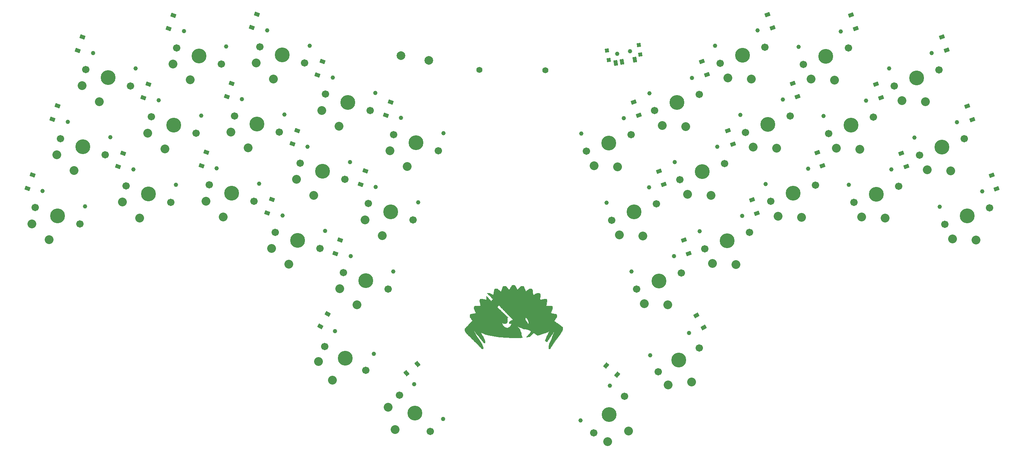
<source format=gbr>
%TF.GenerationSoftware,KiCad,Pcbnew,(6.0.1)*%
%TF.CreationDate,2022-06-05T22:57:28-04:00*%
%TF.ProjectId,sweep-squared,73776565-702d-4737-9175-617265642e6b,rev?*%
%TF.SameCoordinates,Original*%
%TF.FileFunction,Soldermask,Top*%
%TF.FilePolarity,Negative*%
%FSLAX46Y46*%
G04 Gerber Fmt 4.6, Leading zero omitted, Abs format (unit mm)*
G04 Created by KiCad (PCBNEW (6.0.1)) date 2022-06-05 22:57:28*
%MOMM*%
%LPD*%
G01*
G04 APERTURE LIST*
G04 Aperture macros list*
%AMRotRect*
0 Rectangle, with rotation*
0 The origin of the aperture is its center*
0 $1 length*
0 $2 width*
0 $3 Rotation angle, in degrees counterclockwise*
0 Add horizontal line*
21,1,$1,$2,0,0,$3*%
G04 Aperture macros list end*
%ADD10C,0.010000*%
%ADD11C,2.032000*%
%ADD12C,0.990600*%
%ADD13C,1.701800*%
%ADD14C,3.429000*%
%ADD15RotRect,0.900000X1.200000X290.000000*%
%ADD16RotRect,0.900000X1.200000X250.000000*%
%ADD17RotRect,0.900000X1.200000X240.000000*%
%ADD18C,2.000000*%
%ADD19RotRect,0.900000X1.250000X10.000000*%
%ADD20RotRect,0.900000X0.900000X10.000000*%
%ADD21C,1.000000*%
%ADD22RotRect,0.900000X1.200000X320.000000*%
%ADD23C,1.397000*%
%ADD24RotRect,0.900000X1.200000X220.000000*%
%ADD25RotRect,0.900000X1.200000X300.000000*%
G04 APERTURE END LIST*
D10*
%TO.C,G\u002A\u002A\u002A*%
X163128817Y-124000391D02*
X163142625Y-124015889D01*
X163142625Y-124015889D02*
X163152666Y-124028200D01*
X163152666Y-124028200D02*
X163167015Y-124047249D01*
X163167015Y-124047249D02*
X163174852Y-124059534D01*
X163174852Y-124059534D02*
X163175256Y-124062066D01*
X163175256Y-124062066D02*
X163168049Y-124056008D01*
X163168049Y-124056008D02*
X163154241Y-124040510D01*
X163154241Y-124040510D02*
X163144200Y-124028200D01*
X163144200Y-124028200D02*
X163129850Y-124009150D01*
X163129850Y-124009150D02*
X163122014Y-123996865D01*
X163122014Y-123996865D02*
X163121610Y-123994333D01*
X163121610Y-123994333D02*
X163128817Y-124000391D01*
X163128817Y-124000391D02*
X163128817Y-124000391D01*
G36*
X163128817Y-124000391D02*
G01*
X163142625Y-124015889D01*
X163152666Y-124028200D01*
X163167015Y-124047249D01*
X163174852Y-124059534D01*
X163175256Y-124062066D01*
X163168049Y-124056008D01*
X163154241Y-124040510D01*
X163144200Y-124028200D01*
X163129850Y-124009150D01*
X163122014Y-123996865D01*
X163121610Y-123994333D01*
X163128817Y-124000391D01*
G37*
X163128817Y-124000391D02*
X163142625Y-124015889D01*
X163152666Y-124028200D01*
X163167015Y-124047249D01*
X163174852Y-124059534D01*
X163175256Y-124062066D01*
X163168049Y-124056008D01*
X163154241Y-124040510D01*
X163144200Y-124028200D01*
X163129850Y-124009150D01*
X163122014Y-123996865D01*
X163121610Y-123994333D01*
X163128817Y-124000391D01*
X163095516Y-123959825D02*
X163113209Y-123976373D01*
X163113209Y-123976373D02*
X163118702Y-123984408D01*
X163118702Y-123984408D02*
X163116042Y-123985866D01*
X163116042Y-123985866D02*
X163109235Y-123980187D01*
X163109235Y-123980187D02*
X163095951Y-123966167D01*
X163095951Y-123966167D02*
X163092759Y-123962583D01*
X163092759Y-123962583D02*
X163072233Y-123939300D01*
X163072233Y-123939300D02*
X163095516Y-123959825D01*
X163095516Y-123959825D02*
X163095516Y-123959825D01*
G36*
X163095516Y-123959825D02*
G01*
X163113209Y-123976373D01*
X163118702Y-123984408D01*
X163116042Y-123985866D01*
X163109235Y-123980187D01*
X163095951Y-123966167D01*
X163092759Y-123962583D01*
X163072233Y-123939300D01*
X163095516Y-123959825D01*
G37*
X163095516Y-123959825D02*
X163113209Y-123976373D01*
X163118702Y-123984408D01*
X163116042Y-123985866D01*
X163109235Y-123980187D01*
X163095951Y-123966167D01*
X163092759Y-123962583D01*
X163072233Y-123939300D01*
X163095516Y-123959825D01*
X158895662Y-116084609D02*
X158948234Y-116116899D01*
X158948234Y-116116899D02*
X158988631Y-116153591D01*
X158988631Y-116153591D02*
X158999300Y-116168027D01*
X158999300Y-116168027D02*
X159017695Y-116195707D01*
X159017695Y-116195707D02*
X159042975Y-116235265D01*
X159042975Y-116235265D02*
X159074300Y-116285338D01*
X159074300Y-116285338D02*
X159110830Y-116344562D01*
X159110830Y-116344562D02*
X159151725Y-116411572D01*
X159151725Y-116411572D02*
X159196144Y-116485004D01*
X159196144Y-116485004D02*
X159243248Y-116563494D01*
X159243248Y-116563494D02*
X159292195Y-116645679D01*
X159292195Y-116645679D02*
X159303984Y-116665565D01*
X159303984Y-116665565D02*
X159352293Y-116746962D01*
X159352293Y-116746962D02*
X159398152Y-116823901D01*
X159398152Y-116823901D02*
X159440825Y-116895167D01*
X159440825Y-116895167D02*
X159479572Y-116959543D01*
X159479572Y-116959543D02*
X159513658Y-117015813D01*
X159513658Y-117015813D02*
X159542344Y-117062763D01*
X159542344Y-117062763D02*
X159564894Y-117099176D01*
X159564894Y-117099176D02*
X159580569Y-117123836D01*
X159580569Y-117123836D02*
X159588633Y-117135528D01*
X159588633Y-117135528D02*
X159589503Y-117136334D01*
X159589503Y-117136334D02*
X159596173Y-117130191D01*
X159596173Y-117130191D02*
X159613138Y-117112472D01*
X159613138Y-117112472D02*
X159639426Y-117084244D01*
X159639426Y-117084244D02*
X159674065Y-117046572D01*
X159674065Y-117046572D02*
X159716084Y-117000522D01*
X159716084Y-117000522D02*
X159764510Y-116947160D01*
X159764510Y-116947160D02*
X159818371Y-116887552D01*
X159818371Y-116887552D02*
X159876697Y-116822763D01*
X159876697Y-116822763D02*
X159938515Y-116753859D01*
X159938515Y-116753859D02*
X159952811Y-116737892D01*
X159952811Y-116737892D02*
X160016168Y-116667309D01*
X160016168Y-116667309D02*
X160076990Y-116599949D01*
X160076990Y-116599949D02*
X160134209Y-116536969D01*
X160134209Y-116536969D02*
X160186756Y-116479526D01*
X160186756Y-116479526D02*
X160233565Y-116428778D01*
X160233565Y-116428778D02*
X160273565Y-116385881D01*
X160273565Y-116385881D02*
X160305690Y-116351993D01*
X160305690Y-116351993D02*
X160328872Y-116328270D01*
X160328872Y-116328270D02*
X160342041Y-116315871D01*
X160342041Y-116315871D02*
X160343120Y-116315036D01*
X160343120Y-116315036D02*
X160367644Y-116298407D01*
X160367644Y-116298407D02*
X160391501Y-116285469D01*
X160391501Y-116285469D02*
X160417241Y-116275774D01*
X160417241Y-116275774D02*
X160447417Y-116268872D01*
X160447417Y-116268872D02*
X160484579Y-116264316D01*
X160484579Y-116264316D02*
X160531279Y-116261657D01*
X160531279Y-116261657D02*
X160590067Y-116260446D01*
X160590067Y-116260446D02*
X160654999Y-116260225D01*
X160654999Y-116260225D02*
X160717321Y-116260385D01*
X160717321Y-116260385D02*
X160765348Y-116260869D01*
X160765348Y-116260869D02*
X160801723Y-116261893D01*
X160801723Y-116261893D02*
X160829085Y-116263675D01*
X160829085Y-116263675D02*
X160850073Y-116266432D01*
X160850073Y-116266432D02*
X160867328Y-116270379D01*
X160867328Y-116270379D02*
X160883489Y-116275735D01*
X160883489Y-116275735D02*
X160894155Y-116279873D01*
X160894155Y-116279873D02*
X160952443Y-116311691D01*
X160952443Y-116311691D02*
X161004621Y-116356680D01*
X161004621Y-116356680D02*
X161046987Y-116411249D01*
X161046987Y-116411249D02*
X161065797Y-116446300D01*
X161065797Y-116446300D02*
X161073426Y-116464837D01*
X161073426Y-116464837D02*
X161086127Y-116497756D01*
X161086127Y-116497756D02*
X161103322Y-116543479D01*
X161103322Y-116543479D02*
X161124429Y-116600425D01*
X161124429Y-116600425D02*
X161148870Y-116667016D01*
X161148870Y-116667016D02*
X161176065Y-116741671D01*
X161176065Y-116741671D02*
X161205434Y-116822812D01*
X161205434Y-116822812D02*
X161236397Y-116908859D01*
X161236397Y-116908859D02*
X161268376Y-116998232D01*
X161268376Y-116998232D02*
X161269635Y-117001763D01*
X161269635Y-117001763D02*
X161446633Y-117497958D01*
X161446633Y-117497958D02*
X161477487Y-117506231D01*
X161477487Y-117506231D02*
X161508342Y-117514503D01*
X161508342Y-117514503D02*
X161911577Y-117211752D01*
X161911577Y-117211752D02*
X161997196Y-117147721D01*
X161997196Y-117147721D02*
X162075894Y-117089369D01*
X162075894Y-117089369D02*
X162146774Y-117037340D01*
X162146774Y-117037340D02*
X162208939Y-116992279D01*
X162208939Y-116992279D02*
X162261490Y-116954830D01*
X162261490Y-116954830D02*
X162303529Y-116925638D01*
X162303529Y-116925638D02*
X162334159Y-116905347D01*
X162334159Y-116905347D02*
X162352482Y-116894602D01*
X162352482Y-116894602D02*
X162354856Y-116893551D01*
X162354856Y-116893551D02*
X162369681Y-116888566D01*
X162369681Y-116888566D02*
X162386598Y-116884763D01*
X162386598Y-116884763D02*
X162408020Y-116881987D01*
X162408020Y-116881987D02*
X162436358Y-116880087D01*
X162436358Y-116880087D02*
X162474024Y-116878908D01*
X162474024Y-116878908D02*
X162523430Y-116878298D01*
X162523430Y-116878298D02*
X162586987Y-116878103D01*
X162586987Y-116878103D02*
X162598100Y-116878100D01*
X162598100Y-116878100D02*
X162801300Y-116878100D01*
X162801300Y-116878100D02*
X162854487Y-116902661D01*
X162854487Y-116902661D02*
X162906409Y-116934147D01*
X162906409Y-116934147D02*
X162953881Y-116976913D01*
X162953881Y-116976913D02*
X162992656Y-117026480D01*
X162992656Y-117026480D02*
X163016948Y-117074104D01*
X163016948Y-117074104D02*
X163022516Y-117094235D01*
X163022516Y-117094235D02*
X163030349Y-117130789D01*
X163030349Y-117130789D02*
X163040386Y-117183419D01*
X163040386Y-117183419D02*
X163052567Y-117251775D01*
X163052567Y-117251775D02*
X163066830Y-117335508D01*
X163066830Y-117335508D02*
X163083116Y-117434270D01*
X163083116Y-117434270D02*
X163101363Y-117547712D01*
X163101363Y-117547712D02*
X163121511Y-117675486D01*
X163121511Y-117675486D02*
X163121569Y-117675857D01*
X163121569Y-117675857D02*
X163208072Y-118229187D01*
X163208072Y-118229187D02*
X163260769Y-118258395D01*
X163260769Y-118258395D02*
X163313467Y-118287602D01*
X163313467Y-118287602D02*
X163731917Y-118088792D01*
X163731917Y-118088792D02*
X163811897Y-118050995D01*
X163811897Y-118050995D02*
X163888441Y-118015213D01*
X163888441Y-118015213D02*
X163959974Y-117982154D01*
X163959974Y-117982154D02*
X164024922Y-117952529D01*
X164024922Y-117952529D02*
X164081708Y-117927047D01*
X164081708Y-117927047D02*
X164128758Y-117906418D01*
X164128758Y-117906418D02*
X164164496Y-117891354D01*
X164164496Y-117891354D02*
X164187347Y-117882563D01*
X164187347Y-117882563D02*
X164193497Y-117880731D01*
X164193497Y-117880731D02*
X164218483Y-117877547D01*
X164218483Y-117877547D02*
X164258061Y-117875292D01*
X164258061Y-117875292D02*
X164309915Y-117874036D01*
X164309915Y-117874036D02*
X164371727Y-117873843D01*
X164371727Y-117873843D02*
X164416431Y-117874324D01*
X164416431Y-117874324D02*
X164476342Y-117875350D01*
X164476342Y-117875350D02*
X164522041Y-117876481D01*
X164522041Y-117876481D02*
X164556250Y-117878021D01*
X164556250Y-117878021D02*
X164581688Y-117880273D01*
X164581688Y-117880273D02*
X164601077Y-117883538D01*
X164601077Y-117883538D02*
X164617137Y-117888122D01*
X164617137Y-117888122D02*
X164632588Y-117894325D01*
X164632588Y-117894325D02*
X164644282Y-117899692D01*
X164644282Y-117899692D02*
X164706177Y-117937775D01*
X164706177Y-117937775D02*
X164757876Y-117988202D01*
X164757876Y-117988202D02*
X164797553Y-118048594D01*
X164797553Y-118048594D02*
X164823376Y-118116571D01*
X164823376Y-118116571D02*
X164828330Y-118139072D01*
X164828330Y-118139072D02*
X164831499Y-118161560D01*
X164831499Y-118161560D02*
X164833896Y-118190950D01*
X164833896Y-118190950D02*
X164835512Y-118228279D01*
X164835512Y-118228279D02*
X164836336Y-118274588D01*
X164836336Y-118274588D02*
X164836358Y-118330915D01*
X164836358Y-118330915D02*
X164835569Y-118398300D01*
X164835569Y-118398300D02*
X164833957Y-118477782D01*
X164833957Y-118477782D02*
X164831512Y-118570399D01*
X164831512Y-118570399D02*
X164828225Y-118677192D01*
X164828225Y-118677192D02*
X164824085Y-118799199D01*
X164824085Y-118799199D02*
X164821022Y-118884700D01*
X164821022Y-118884700D02*
X164805597Y-119308033D01*
X164805597Y-119308033D02*
X164857548Y-119356215D01*
X164857548Y-119356215D02*
X164884081Y-119379993D01*
X164884081Y-119379993D02*
X164908090Y-119400059D01*
X164908090Y-119400059D02*
X164925272Y-119412854D01*
X164925272Y-119412854D02*
X164928013Y-119414508D01*
X164928013Y-119414508D02*
X164934359Y-119416345D01*
X164934359Y-119416345D02*
X164944957Y-119416569D01*
X164944957Y-119416569D02*
X164961146Y-119414894D01*
X164961146Y-119414894D02*
X164984264Y-119411034D01*
X164984264Y-119411034D02*
X165015650Y-119404703D01*
X165015650Y-119404703D02*
X165056642Y-119395614D01*
X165056642Y-119395614D02*
X165108578Y-119383481D01*
X165108578Y-119383481D02*
X165172796Y-119368019D01*
X165172796Y-119368019D02*
X165250635Y-119348941D01*
X165250635Y-119348941D02*
X165343432Y-119325961D01*
X165343432Y-119325961D02*
X165351347Y-119323994D01*
X165351347Y-119323994D02*
X165756166Y-119223367D01*
X165756166Y-119223367D02*
X166171033Y-119223367D01*
X166171033Y-119223367D02*
X166221372Y-119248083D01*
X166221372Y-119248083D02*
X166282911Y-119287529D01*
X166282911Y-119287529D02*
X166333742Y-119339825D01*
X166333742Y-119339825D02*
X166372756Y-119403701D01*
X166372756Y-119403701D02*
X166399633Y-119460433D01*
X166399633Y-119460433D02*
X166404251Y-119858367D01*
X166404251Y-119858367D02*
X166303605Y-120302097D01*
X166303605Y-120302097D02*
X166202960Y-120745827D01*
X166202960Y-120745827D02*
X166314064Y-120887185D01*
X166314064Y-120887185D02*
X166378015Y-120882804D01*
X166378015Y-120882804D02*
X166417856Y-120880449D01*
X166417856Y-120880449D02*
X166470758Y-120877891D01*
X166470758Y-120877891D02*
X166534522Y-120875193D01*
X166534522Y-120875193D02*
X166606947Y-120872420D01*
X166606947Y-120872420D02*
X166685836Y-120869635D01*
X166685836Y-120869635D02*
X166768988Y-120866903D01*
X166768988Y-120866903D02*
X166854203Y-120864286D01*
X166854203Y-120864286D02*
X166939283Y-120861849D01*
X166939283Y-120861849D02*
X167022027Y-120859655D01*
X167022027Y-120859655D02*
X167100237Y-120857769D01*
X167100237Y-120857769D02*
X167171712Y-120856254D01*
X167171712Y-120856254D02*
X167234253Y-120855175D01*
X167234253Y-120855175D02*
X167285661Y-120854594D01*
X167285661Y-120854594D02*
X167323736Y-120854577D01*
X167323736Y-120854577D02*
X167339908Y-120854884D01*
X167339908Y-120854884D02*
X167386798Y-120856770D01*
X167386798Y-120856770D02*
X167421045Y-120859230D01*
X167421045Y-120859230D02*
X167446936Y-120863027D01*
X167446936Y-120863027D02*
X167468762Y-120868921D01*
X167468762Y-120868921D02*
X167490810Y-120877676D01*
X167490810Y-120877676D02*
X167505121Y-120884238D01*
X167505121Y-120884238D02*
X167567987Y-120922816D01*
X167567987Y-120922816D02*
X167619522Y-120973886D01*
X167619522Y-120973886D02*
X167659089Y-121036813D01*
X167659089Y-121036813D02*
X167660366Y-121039467D01*
X167660366Y-121039467D02*
X167686566Y-121094500D01*
X167686566Y-121094500D02*
X167686566Y-121543234D01*
X167686566Y-121543234D02*
X167489815Y-121991330D01*
X167489815Y-121991330D02*
X167293064Y-122439427D01*
X167293064Y-122439427D02*
X167323843Y-122495097D01*
X167323843Y-122495097D02*
X167338698Y-122521940D01*
X167338698Y-122521940D02*
X167349887Y-122542113D01*
X167349887Y-122542113D02*
X167355333Y-122551867D01*
X167355333Y-122551867D02*
X167355540Y-122552224D01*
X167355540Y-122552224D02*
X167363819Y-122553850D01*
X167363819Y-122553850D02*
X167387393Y-122558049D01*
X167387393Y-122558049D02*
X167424863Y-122564582D01*
X167424863Y-122564582D02*
X167474825Y-122573207D01*
X167474825Y-122573207D02*
X167535878Y-122583685D01*
X167535878Y-122583685D02*
X167606620Y-122595775D01*
X167606620Y-122595775D02*
X167685650Y-122609236D01*
X167685650Y-122609236D02*
X167771567Y-122623829D01*
X167771567Y-122623829D02*
X167862967Y-122639312D01*
X167862967Y-122639312D02*
X167889812Y-122643852D01*
X167889812Y-122643852D02*
X168006673Y-122663713D01*
X168006673Y-122663713D02*
X168107807Y-122681138D01*
X168107807Y-122681138D02*
X168194216Y-122696317D01*
X168194216Y-122696317D02*
X168266900Y-122709441D01*
X168266900Y-122709441D02*
X168326861Y-122720702D01*
X168326861Y-122720702D02*
X168375100Y-122730291D01*
X168375100Y-122730291D02*
X168412619Y-122738398D01*
X168412619Y-122738398D02*
X168440418Y-122745215D01*
X168440418Y-122745215D02*
X168459500Y-122750932D01*
X168459500Y-122750932D02*
X168467496Y-122754055D01*
X168467496Y-122754055D02*
X168515474Y-122783251D01*
X168515474Y-122783251D02*
X168561064Y-122824735D01*
X168561064Y-122824735D02*
X168599793Y-122873991D01*
X168599793Y-122873991D02*
X168618411Y-122906475D01*
X168618411Y-122906475D02*
X168643300Y-122957167D01*
X168643300Y-122957167D02*
X168643300Y-123185767D01*
X168643300Y-123185767D02*
X168643264Y-123253929D01*
X168643264Y-123253929D02*
X168643043Y-123307394D01*
X168643043Y-123307394D02*
X168642460Y-123348397D01*
X168642460Y-123348397D02*
X168641341Y-123379173D01*
X168641341Y-123379173D02*
X168639512Y-123401958D01*
X168639512Y-123401958D02*
X168636798Y-123418987D01*
X168636798Y-123418987D02*
X168633025Y-123432497D01*
X168633025Y-123432497D02*
X168628017Y-123444722D01*
X168628017Y-123444722D02*
X168622133Y-123456832D01*
X168622133Y-123456832D02*
X168613466Y-123471564D01*
X168613466Y-123471564D02*
X168596078Y-123498803D01*
X168596078Y-123498803D02*
X168570910Y-123537150D01*
X168570910Y-123537150D02*
X168538902Y-123585204D01*
X168538902Y-123585204D02*
X168500994Y-123641566D01*
X168500994Y-123641566D02*
X168458128Y-123704837D01*
X168458128Y-123704837D02*
X168411243Y-123773616D01*
X168411243Y-123773616D02*
X168361280Y-123846504D01*
X168361280Y-123846504D02*
X168322583Y-123902690D01*
X168322583Y-123902690D02*
X168271793Y-123976398D01*
X168271793Y-123976398D02*
X168224010Y-124045955D01*
X168224010Y-124045955D02*
X168180081Y-124110112D01*
X168180081Y-124110112D02*
X168140853Y-124167624D01*
X168140853Y-124167624D02*
X168107174Y-124217242D01*
X168107174Y-124217242D02*
X168079891Y-124257719D01*
X168079891Y-124257719D02*
X168059850Y-124287807D01*
X168059850Y-124287807D02*
X168047900Y-124306260D01*
X168047900Y-124306260D02*
X168044732Y-124311846D01*
X168044732Y-124311846D02*
X168051490Y-124317458D01*
X168051490Y-124317458D02*
X168071119Y-124332517D01*
X168071119Y-124332517D02*
X168102840Y-124356445D01*
X168102840Y-124356445D02*
X168145874Y-124388667D01*
X168145874Y-124388667D02*
X168199445Y-124428605D01*
X168199445Y-124428605D02*
X168262774Y-124475683D01*
X168262774Y-124475683D02*
X168335083Y-124529324D01*
X168335083Y-124529324D02*
X168415594Y-124588950D01*
X168415594Y-124588950D02*
X168503529Y-124653986D01*
X168503529Y-124653986D02*
X168598111Y-124723854D01*
X168598111Y-124723854D02*
X168698560Y-124797978D01*
X168698560Y-124797978D02*
X168804100Y-124875781D01*
X168804100Y-124875781D02*
X168913953Y-124956686D01*
X168913953Y-124956686D02*
X168987748Y-125010993D01*
X168987748Y-125010993D02*
X169133686Y-125118439D01*
X169133686Y-125118439D02*
X169266304Y-125216250D01*
X169266304Y-125216250D02*
X169385998Y-125304724D01*
X169385998Y-125304724D02*
X169493164Y-125384158D01*
X169493164Y-125384158D02*
X169588196Y-125454851D01*
X169588196Y-125454851D02*
X169671490Y-125517099D01*
X169671490Y-125517099D02*
X169743441Y-125571200D01*
X169743441Y-125571200D02*
X169804445Y-125617452D01*
X169804445Y-125617452D02*
X169854897Y-125656152D01*
X169854897Y-125656152D02*
X169895191Y-125687598D01*
X169895191Y-125687598D02*
X169925724Y-125712088D01*
X169925724Y-125712088D02*
X169946891Y-125729918D01*
X169946891Y-125729918D02*
X169959086Y-125741387D01*
X169959086Y-125741387D02*
X169961216Y-125743836D01*
X169961216Y-125743836D02*
X169978635Y-125767322D01*
X169978635Y-125767322D02*
X169992486Y-125790049D01*
X169992486Y-125790049D02*
X170003166Y-125814297D01*
X170003166Y-125814297D02*
X170011071Y-125842345D01*
X170011071Y-125842345D02*
X170016598Y-125876471D01*
X170016598Y-125876471D02*
X170020144Y-125918956D01*
X170020144Y-125918956D02*
X170022105Y-125972077D01*
X170022105Y-125972077D02*
X170022879Y-126038115D01*
X170022879Y-126038115D02*
X170022916Y-126098300D01*
X170022916Y-126098300D02*
X170022725Y-126165368D01*
X170022725Y-126165368D02*
X170022317Y-126218114D01*
X170022317Y-126218114D02*
X170021485Y-126259147D01*
X170021485Y-126259147D02*
X170020020Y-126291078D01*
X170020020Y-126291078D02*
X170017713Y-126316519D01*
X170017713Y-126316519D02*
X170014357Y-126338079D01*
X170014357Y-126338079D02*
X170009742Y-126358369D01*
X170009742Y-126358369D02*
X170003659Y-126379999D01*
X170003659Y-126379999D02*
X169999241Y-126394634D01*
X169999241Y-126394634D02*
X169971238Y-126472685D01*
X169971238Y-126472685D02*
X169931706Y-126561403D01*
X169931706Y-126561403D02*
X169881229Y-126659620D01*
X169881229Y-126659620D02*
X169820387Y-126766168D01*
X169820387Y-126766168D02*
X169786056Y-126822531D01*
X169786056Y-126822531D02*
X169731442Y-126909104D01*
X169731442Y-126909104D02*
X169666917Y-127008959D01*
X169666917Y-127008959D02*
X169592685Y-127121801D01*
X169592685Y-127121801D02*
X169508953Y-127247333D01*
X169508953Y-127247333D02*
X169415924Y-127385259D01*
X169415924Y-127385259D02*
X169313805Y-127535282D01*
X169313805Y-127535282D02*
X169202800Y-127697106D01*
X169202800Y-127697106D02*
X169083115Y-127870435D01*
X169083115Y-127870435D02*
X168954955Y-128054972D01*
X168954955Y-128054972D02*
X168818525Y-128250422D01*
X168818525Y-128250422D02*
X168674030Y-128456487D01*
X168674030Y-128456487D02*
X168521675Y-128672871D01*
X168521675Y-128672871D02*
X168361666Y-128899278D01*
X168361666Y-128899278D02*
X168194209Y-129135413D01*
X168194209Y-129135413D02*
X168019507Y-129380977D01*
X168019507Y-129380977D02*
X167848657Y-129620433D01*
X167848657Y-129620433D02*
X167794462Y-129696802D01*
X167794462Y-129696802D02*
X167740332Y-129774039D01*
X167740332Y-129774039D02*
X167687708Y-129850024D01*
X167687708Y-129850024D02*
X167638034Y-129922637D01*
X167638034Y-129922637D02*
X167592750Y-129989757D01*
X167592750Y-129989757D02*
X167553299Y-130049266D01*
X167553299Y-130049266D02*
X167521124Y-130099042D01*
X167521124Y-130099042D02*
X167500239Y-130132667D01*
X167500239Y-130132667D02*
X167428885Y-130250240D01*
X167428885Y-130250240D02*
X167362872Y-130357238D01*
X167362872Y-130357238D02*
X167302622Y-130453014D01*
X167302622Y-130453014D02*
X167248552Y-130536923D01*
X167248552Y-130536923D02*
X167201084Y-130608321D01*
X167201084Y-130608321D02*
X167160636Y-130666560D01*
X167160636Y-130666560D02*
X167127629Y-130710996D01*
X167127629Y-130710996D02*
X167110784Y-130731683D01*
X167110784Y-130731683D02*
X167079880Y-130767667D01*
X167079880Y-130767667D02*
X166933361Y-130767667D01*
X166933361Y-130767667D02*
X166880400Y-130767603D01*
X166880400Y-130767603D02*
X166841939Y-130767206D01*
X166841939Y-130767206D02*
X166815546Y-130766171D01*
X166815546Y-130766171D02*
X166798787Y-130764193D01*
X166798787Y-130764193D02*
X166789229Y-130760965D01*
X166789229Y-130760965D02*
X166784439Y-130756183D01*
X166784439Y-130756183D02*
X166781985Y-130749539D01*
X166781985Y-130749539D02*
X166781736Y-130748617D01*
X166781736Y-130748617D02*
X166779492Y-130731046D01*
X166779492Y-130731046D02*
X166777901Y-130699627D01*
X166777901Y-130699627D02*
X166776937Y-130657429D01*
X166776937Y-130657429D02*
X166776574Y-130607525D01*
X166776574Y-130607525D02*
X166776786Y-130552984D01*
X166776786Y-130552984D02*
X166777549Y-130496879D01*
X166777549Y-130496879D02*
X166778837Y-130442279D01*
X166778837Y-130442279D02*
X166780623Y-130392256D01*
X166780623Y-130392256D02*
X166782882Y-130349880D01*
X166782882Y-130349880D02*
X166785309Y-130320716D01*
X166785309Y-130320716D02*
X166792914Y-130263275D01*
X166792914Y-130263275D02*
X166804270Y-130194163D01*
X166804270Y-130194163D02*
X166818470Y-130117988D01*
X166818470Y-130117988D02*
X166834608Y-130039360D01*
X166834608Y-130039360D02*
X166851775Y-129962888D01*
X166851775Y-129962888D02*
X166869064Y-129893180D01*
X166869064Y-129893180D02*
X166870665Y-129887133D01*
X166870665Y-129887133D02*
X166922691Y-129704594D01*
X166922691Y-129704594D02*
X166980936Y-129525094D01*
X166980936Y-129525094D02*
X167046561Y-129345620D01*
X167046561Y-129345620D02*
X167120730Y-129163160D01*
X167120730Y-129163160D02*
X167204603Y-128974703D01*
X167204603Y-128974703D02*
X167296868Y-128782234D01*
X167296868Y-128782234D02*
X167373853Y-128621803D01*
X167373853Y-128621803D02*
X167452995Y-128447811D01*
X167452995Y-128447811D02*
X167533098Y-128263293D01*
X167533098Y-128263293D02*
X167612967Y-128071286D01*
X167612967Y-128071286D02*
X167691407Y-127874826D01*
X167691407Y-127874826D02*
X167767222Y-127676949D01*
X167767222Y-127676949D02*
X167839216Y-127480692D01*
X167839216Y-127480692D02*
X167906195Y-127289091D01*
X167906195Y-127289091D02*
X167966962Y-127105183D01*
X167966962Y-127105183D02*
X168004349Y-126985336D01*
X168004349Y-126985336D02*
X168020427Y-126931301D01*
X168020427Y-126931301D02*
X168036441Y-126875548D01*
X168036441Y-126875548D02*
X168051752Y-126820509D01*
X168051752Y-126820509D02*
X168065721Y-126768620D01*
X168065721Y-126768620D02*
X168077710Y-126722317D01*
X168077710Y-126722317D02*
X168087079Y-126684032D01*
X168087079Y-126684032D02*
X168093190Y-126656202D01*
X168093190Y-126656202D02*
X168095404Y-126641261D01*
X168095404Y-126641261D02*
X168095093Y-126639472D01*
X168095093Y-126639472D02*
X168089711Y-126644812D01*
X168089711Y-126644812D02*
X168077825Y-126661537D01*
X168077825Y-126661537D02*
X168061621Y-126686497D01*
X168061621Y-126686497D02*
X168054686Y-126697649D01*
X168054686Y-126697649D02*
X168019878Y-126753202D01*
X168019878Y-126753202D02*
X167975719Y-126821880D01*
X167975719Y-126821880D02*
X167922669Y-126903004D01*
X167922669Y-126903004D02*
X167861189Y-126995896D01*
X167861189Y-126995896D02*
X167791741Y-127099880D01*
X167791741Y-127099880D02*
X167714783Y-127214278D01*
X167714783Y-127214278D02*
X167630776Y-127338413D01*
X167630776Y-127338413D02*
X167540182Y-127471606D01*
X167540182Y-127471606D02*
X167443460Y-127613181D01*
X167443460Y-127613181D02*
X167341071Y-127762459D01*
X167341071Y-127762459D02*
X167233475Y-127918764D01*
X167233475Y-127918764D02*
X167121133Y-128081418D01*
X167121133Y-128081418D02*
X167004505Y-128249744D01*
X167004505Y-128249744D02*
X166884052Y-128423063D01*
X166884052Y-128423063D02*
X166801932Y-128540934D01*
X166801932Y-128540934D02*
X166749964Y-128615844D01*
X166749964Y-128615844D02*
X166698237Y-128691134D01*
X166698237Y-128691134D02*
X166648111Y-128764778D01*
X166648111Y-128764778D02*
X166600943Y-128834753D01*
X166600943Y-128834753D02*
X166558089Y-128899032D01*
X166558089Y-128899032D02*
X166520908Y-128955593D01*
X166520908Y-128955593D02*
X166490757Y-129002409D01*
X166490757Y-129002409D02*
X166468994Y-129037456D01*
X166468994Y-129037456D02*
X166468681Y-129037976D01*
X166468681Y-129037976D02*
X166438694Y-129087391D01*
X166438694Y-129087391D02*
X166415772Y-129123643D01*
X166415772Y-129123643D02*
X166398727Y-129148353D01*
X166398727Y-129148353D02*
X166386366Y-129163140D01*
X166386366Y-129163140D02*
X166377500Y-129169626D01*
X166377500Y-129169626D02*
X166371834Y-129169827D01*
X166371834Y-129169827D02*
X166357227Y-129162449D01*
X166357227Y-129162449D02*
X166353066Y-129158870D01*
X166353066Y-129158870D02*
X166344689Y-129151975D01*
X166344689Y-129151975D02*
X166324830Y-129137242D01*
X166324830Y-129137242D02*
X166295970Y-129116413D01*
X166295970Y-129116413D02*
X166260587Y-129091231D01*
X166260587Y-129091231D02*
X166221161Y-129063440D01*
X166221161Y-129063440D02*
X166180173Y-129034782D01*
X166180173Y-129034782D02*
X166140101Y-129007001D01*
X166140101Y-129007001D02*
X166103426Y-128981839D01*
X166103426Y-128981839D02*
X166072626Y-128961041D01*
X166072626Y-128961041D02*
X166056733Y-128950557D01*
X166056733Y-128950557D02*
X166028028Y-128931756D01*
X166028028Y-128931756D02*
X166003230Y-128915236D01*
X166003230Y-128915236D02*
X165987195Y-128904236D01*
X165987195Y-128904236D02*
X165986033Y-128903398D01*
X165986033Y-128903398D02*
X165981175Y-128898944D01*
X165981175Y-128898944D02*
X165978490Y-128892609D01*
X165978490Y-128892609D02*
X165978455Y-128882294D01*
X165978455Y-128882294D02*
X165981553Y-128865903D01*
X165981553Y-128865903D02*
X165988262Y-128841339D01*
X165988262Y-128841339D02*
X165999064Y-128806503D01*
X165999064Y-128806503D02*
X166014438Y-128759299D01*
X166014438Y-128759299D02*
X166029316Y-128714343D01*
X166029316Y-128714343D02*
X166067415Y-128602333D01*
X166067415Y-128602333D02*
X166105338Y-128496998D01*
X166105338Y-128496998D02*
X166144359Y-128395335D01*
X166144359Y-128395335D02*
X166185750Y-128294340D01*
X166185750Y-128294340D02*
X166230782Y-128191008D01*
X166230782Y-128191008D02*
X166280729Y-128082337D01*
X166280729Y-128082337D02*
X166336861Y-127965320D01*
X166336861Y-127965320D02*
X166400452Y-127836956D01*
X166400452Y-127836956D02*
X166403275Y-127831331D01*
X166403275Y-127831331D02*
X166483042Y-127669527D01*
X166483042Y-127669527D02*
X166560541Y-127506118D01*
X166560541Y-127506118D02*
X166637708Y-127336896D01*
X166637708Y-127336896D02*
X166716482Y-127157653D01*
X166716482Y-127157653D02*
X166756846Y-127063500D01*
X166756846Y-127063500D02*
X166780397Y-127007827D01*
X166780397Y-127007827D02*
X166804459Y-126950368D01*
X166804459Y-126950368D02*
X166828135Y-126893324D01*
X166828135Y-126893324D02*
X166850529Y-126838898D01*
X166850529Y-126838898D02*
X166870741Y-126789289D01*
X166870741Y-126789289D02*
X166887875Y-126746701D01*
X166887875Y-126746701D02*
X166901033Y-126713335D01*
X166901033Y-126713335D02*
X166909318Y-126691392D01*
X166909318Y-126691392D02*
X166911866Y-126683232D01*
X166911866Y-126683232D02*
X166904984Y-126685995D01*
X166904984Y-126685995D02*
X166886111Y-126695810D01*
X166886111Y-126695810D02*
X166857910Y-126711241D01*
X166857910Y-126711241D02*
X166823042Y-126730851D01*
X166823042Y-126730851D02*
X166812383Y-126736931D01*
X166812383Y-126736931D02*
X166748142Y-126772985D01*
X166748142Y-126772985D02*
X166683560Y-126807942D01*
X166683560Y-126807942D02*
X166621368Y-126840419D01*
X166621368Y-126840419D02*
X166564298Y-126869029D01*
X166564298Y-126869029D02*
X166515080Y-126892387D01*
X166515080Y-126892387D02*
X166476446Y-126909106D01*
X166476446Y-126909106D02*
X166463133Y-126914133D01*
X166463133Y-126914133D02*
X166444862Y-126920621D01*
X166444862Y-126920621D02*
X166412700Y-126932132D01*
X166412700Y-126932132D02*
X166368682Y-126947936D01*
X166368682Y-126947936D02*
X166314842Y-126967299D01*
X166314842Y-126967299D02*
X166253214Y-126989489D01*
X166253214Y-126989489D02*
X166185834Y-127013777D01*
X166185834Y-127013777D02*
X166114736Y-127039428D01*
X166114736Y-127039428D02*
X166099066Y-127045085D01*
X166099066Y-127045085D02*
X165939882Y-127102425D01*
X165939882Y-127102425D02*
X165794805Y-127154395D01*
X165794805Y-127154395D02*
X165662099Y-127201596D01*
X165662099Y-127201596D02*
X165540025Y-127244629D01*
X165540025Y-127244629D02*
X165426847Y-127284095D01*
X165426847Y-127284095D02*
X165320826Y-127320595D01*
X165320826Y-127320595D02*
X165220224Y-127354731D01*
X165220224Y-127354731D02*
X165123305Y-127387104D01*
X165123305Y-127387104D02*
X165028331Y-127418315D01*
X165028331Y-127418315D02*
X164933563Y-127448965D01*
X164933563Y-127448965D02*
X164909500Y-127456674D01*
X164909500Y-127456674D02*
X164821667Y-127484772D01*
X164821667Y-127484772D02*
X164748145Y-127508282D01*
X164748145Y-127508282D02*
X164687106Y-127527742D01*
X164687106Y-127527742D02*
X164636720Y-127543693D01*
X164636720Y-127543693D02*
X164595162Y-127556672D01*
X164595162Y-127556672D02*
X164560601Y-127567218D01*
X164560601Y-127567218D02*
X164531210Y-127575871D01*
X164531210Y-127575871D02*
X164505161Y-127583169D01*
X164505161Y-127583169D02*
X164480627Y-127589651D01*
X164480627Y-127589651D02*
X164455778Y-127595856D01*
X164455778Y-127595856D02*
X164428787Y-127602322D01*
X164428787Y-127602322D02*
X164397826Y-127609589D01*
X164397826Y-127609589D02*
X164363400Y-127617648D01*
X164363400Y-127617648D02*
X164315102Y-127629050D01*
X164315102Y-127629050D02*
X164272189Y-127639306D01*
X164272189Y-127639306D02*
X164237519Y-127647723D01*
X164237519Y-127647723D02*
X164213950Y-127653608D01*
X164213950Y-127653608D02*
X164204642Y-127656149D01*
X164204642Y-127656149D02*
X164193919Y-127652852D01*
X164193919Y-127652852D02*
X164173152Y-127641033D01*
X164173152Y-127641033D02*
X164145578Y-127622678D01*
X164145578Y-127622678D02*
X164121433Y-127605104D01*
X164121433Y-127605104D02*
X164091119Y-127582712D01*
X164091119Y-127582712D02*
X164065606Y-127564743D01*
X164065606Y-127564743D02*
X164047988Y-127553325D01*
X164047988Y-127553325D02*
X164041713Y-127550334D01*
X164041713Y-127550334D02*
X164032114Y-127544022D01*
X164032114Y-127544022D02*
X164031788Y-127543303D01*
X164031788Y-127543303D02*
X164024093Y-127535209D01*
X164024093Y-127535209D02*
X164005832Y-127519470D01*
X164005832Y-127519470D02*
X163980069Y-127498493D01*
X163980069Y-127498493D02*
X163949865Y-127474687D01*
X163949865Y-127474687D02*
X163918282Y-127450458D01*
X163918282Y-127450458D02*
X163888381Y-127428215D01*
X163888381Y-127428215D02*
X163887468Y-127427567D01*
X163887468Y-127427567D02*
X164431133Y-127427567D01*
X164431133Y-127427567D02*
X164435366Y-127431800D01*
X164435366Y-127431800D02*
X164439600Y-127427567D01*
X164439600Y-127427567D02*
X164435366Y-127423334D01*
X164435366Y-127423334D02*
X164431133Y-127427567D01*
X164431133Y-127427567D02*
X163887468Y-127427567D01*
X163887468Y-127427567D02*
X163863225Y-127410364D01*
X163863225Y-127410364D02*
X163859621Y-127407926D01*
X163859621Y-127407926D02*
X163831113Y-127388223D01*
X163831113Y-127388223D02*
X163800410Y-127366035D01*
X163800410Y-127366035D02*
X163770792Y-127343857D01*
X163770792Y-127343857D02*
X163745540Y-127324187D01*
X163745540Y-127324187D02*
X163727933Y-127309520D01*
X163727933Y-127309520D02*
X163721344Y-127302684D01*
X163721344Y-127302684D02*
X163711657Y-127296406D01*
X163711657Y-127296406D02*
X163710403Y-127296334D01*
X163710403Y-127296334D02*
X163697335Y-127291336D01*
X163697335Y-127291336D02*
X163692059Y-127287473D01*
X163692059Y-127287473D02*
X163670378Y-127270382D01*
X163670378Y-127270382D02*
X163638256Y-127247141D01*
X163638256Y-127247141D02*
X163599675Y-127220468D01*
X163599675Y-127220468D02*
X163558620Y-127193080D01*
X163558620Y-127193080D02*
X163519075Y-127167694D01*
X163519075Y-127167694D02*
X163493178Y-127151826D01*
X163493178Y-127151826D02*
X163427154Y-127115061D01*
X163427154Y-127115061D02*
X163369905Y-127088497D01*
X163369905Y-127088497D02*
X163322339Y-127072435D01*
X163322339Y-127072435D02*
X163285364Y-127067172D01*
X163285364Y-127067172D02*
X163259885Y-127073009D01*
X163259885Y-127073009D02*
X163258008Y-127074213D01*
X163258008Y-127074213D02*
X163249573Y-127082325D01*
X163249573Y-127082325D02*
X163231820Y-127100901D01*
X163231820Y-127100901D02*
X163206723Y-127127790D01*
X163206723Y-127127790D02*
X163176259Y-127160840D01*
X163176259Y-127160840D02*
X163142406Y-127197900D01*
X163142406Y-127197900D02*
X163107139Y-127236820D01*
X163107139Y-127236820D02*
X163072436Y-127275447D01*
X163072436Y-127275447D02*
X163051066Y-127299437D01*
X163051066Y-127299437D02*
X163032137Y-127320034D01*
X163032137Y-127320034D02*
X163005457Y-127348124D01*
X163005457Y-127348124D02*
X162975277Y-127379258D01*
X162975277Y-127379258D02*
X162957670Y-127397135D01*
X162957670Y-127397135D02*
X162933134Y-127422172D01*
X162933134Y-127422172D02*
X162899625Y-127456792D01*
X162899625Y-127456792D02*
X162859778Y-127498249D01*
X162859778Y-127498249D02*
X162816227Y-127543797D01*
X162816227Y-127543797D02*
X162771609Y-127590691D01*
X162771609Y-127590691D02*
X162750236Y-127613242D01*
X162750236Y-127613242D02*
X162703542Y-127662347D01*
X162703542Y-127662347D02*
X162654256Y-127713770D01*
X162654256Y-127713770D02*
X162605638Y-127764138D01*
X162605638Y-127764138D02*
X162560947Y-127810079D01*
X162560947Y-127810079D02*
X162523442Y-127848221D01*
X162523442Y-127848221D02*
X162512625Y-127859095D01*
X162512625Y-127859095D02*
X162418683Y-127953139D01*
X162418683Y-127953139D02*
X162025791Y-128010053D01*
X162025791Y-128010053D02*
X161946242Y-128021560D01*
X161946242Y-128021560D02*
X161871885Y-128032284D01*
X161871885Y-128032284D02*
X161804385Y-128041989D01*
X161804385Y-128041989D02*
X161745407Y-128050435D01*
X161745407Y-128050435D02*
X161696616Y-128057385D01*
X161696616Y-128057385D02*
X161659679Y-128062601D01*
X161659679Y-128062601D02*
X161636259Y-128065845D01*
X161636259Y-128065845D02*
X161628052Y-128066883D01*
X161628052Y-128066883D02*
X161631500Y-128061269D01*
X161631500Y-128061269D02*
X161644645Y-128046176D01*
X161644645Y-128046176D02*
X161665225Y-128024117D01*
X161665225Y-128024117D02*
X161683298Y-128005417D01*
X161683298Y-128005417D02*
X161710628Y-127977085D01*
X161710628Y-127977085D02*
X161745623Y-127940196D01*
X161745623Y-127940196D02*
X161784548Y-127898719D01*
X161784548Y-127898719D02*
X161823670Y-127856620D01*
X161823670Y-127856620D02*
X161840545Y-127838312D01*
X161840545Y-127838312D02*
X161877151Y-127798505D01*
X161877151Y-127798505D02*
X161913855Y-127758636D01*
X161913855Y-127758636D02*
X161947378Y-127722266D01*
X161947378Y-127722266D02*
X161974439Y-127692956D01*
X161974439Y-127692956D02*
X161984875Y-127681678D01*
X161984875Y-127681678D02*
X162015477Y-127648065D01*
X162015477Y-127648065D02*
X162053866Y-127604994D01*
X162053866Y-127604994D02*
X162096955Y-127555985D01*
X162096955Y-127555985D02*
X162141656Y-127504558D01*
X162141656Y-127504558D02*
X162184879Y-127454234D01*
X162184879Y-127454234D02*
X162199243Y-127437349D01*
X162199243Y-127437349D02*
X162221270Y-127411519D01*
X162221270Y-127411519D02*
X162241925Y-127387530D01*
X162241925Y-127387530D02*
X162253203Y-127374599D01*
X162253203Y-127374599D02*
X162278957Y-127344708D01*
X162278957Y-127344708D02*
X162311757Y-127305619D01*
X162311757Y-127305619D02*
X162348641Y-127260965D01*
X162348641Y-127260965D02*
X162386647Y-127214379D01*
X162386647Y-127214379D02*
X162422812Y-127169494D01*
X162422812Y-127169494D02*
X162454173Y-127129944D01*
X162454173Y-127129944D02*
X162477767Y-127099361D01*
X162477767Y-127099361D02*
X162479264Y-127097367D01*
X162479264Y-127097367D02*
X162490409Y-127082825D01*
X162490409Y-127082825D02*
X162508569Y-127059496D01*
X162508569Y-127059496D02*
X162530247Y-127031868D01*
X162530247Y-127031868D02*
X162535345Y-127025400D01*
X162535345Y-127025400D02*
X162577160Y-126970184D01*
X162577160Y-126970184D02*
X162615663Y-126915122D01*
X162615663Y-126915122D02*
X162649522Y-126862468D01*
X162649522Y-126862468D02*
X162677403Y-126814474D01*
X162677403Y-126814474D02*
X162688373Y-126792567D01*
X162688373Y-126792567D02*
X166285333Y-126792567D01*
X166285333Y-126792567D02*
X166289566Y-126796800D01*
X166289566Y-126796800D02*
X166293800Y-126792567D01*
X166293800Y-126792567D02*
X166289566Y-126788334D01*
X166289566Y-126788334D02*
X166285333Y-126792567D01*
X166285333Y-126792567D02*
X162688373Y-126792567D01*
X162688373Y-126792567D02*
X162697975Y-126773394D01*
X162697975Y-126773394D02*
X162706631Y-126750234D01*
X162706631Y-126750234D02*
X166370000Y-126750234D01*
X166370000Y-126750234D02*
X166374233Y-126754467D01*
X166374233Y-126754467D02*
X166378466Y-126750234D01*
X166378466Y-126750234D02*
X166374233Y-126746000D01*
X166374233Y-126746000D02*
X166370000Y-126750234D01*
X166370000Y-126750234D02*
X162706631Y-126750234D01*
X162706631Y-126750234D02*
X162709904Y-126741480D01*
X162709904Y-126741480D02*
X162711226Y-126733300D01*
X162711226Y-126733300D02*
X166378466Y-126733300D01*
X166378466Y-126733300D02*
X166382700Y-126737534D01*
X166382700Y-126737534D02*
X166386933Y-126733300D01*
X166386933Y-126733300D02*
X166382700Y-126729067D01*
X166382700Y-126729067D02*
X166378466Y-126733300D01*
X166378466Y-126733300D02*
X162711226Y-126733300D01*
X162711226Y-126733300D02*
X162712400Y-126726043D01*
X162712400Y-126726043D02*
X162708439Y-126703231D01*
X162708439Y-126703231D02*
X162703701Y-126690967D01*
X162703701Y-126690967D02*
X165167733Y-126690967D01*
X165167733Y-126690967D02*
X165171966Y-126695200D01*
X165171966Y-126695200D02*
X165176200Y-126690967D01*
X165176200Y-126690967D02*
X165171966Y-126686734D01*
X165171966Y-126686734D02*
X165167733Y-126690967D01*
X165167733Y-126690967D02*
X162703701Y-126690967D01*
X162703701Y-126690967D02*
X162700473Y-126682613D01*
X162700473Y-126682613D02*
X162686920Y-126663214D01*
X162686920Y-126663214D02*
X162667199Y-126642186D01*
X162667199Y-126642186D02*
X162646037Y-126623855D01*
X162646037Y-126623855D02*
X162645056Y-126623234D01*
X162645056Y-126623234D02*
X168097200Y-126623234D01*
X168097200Y-126623234D02*
X168101433Y-126627467D01*
X168101433Y-126627467D02*
X168105666Y-126623234D01*
X168105666Y-126623234D02*
X168101433Y-126619000D01*
X168101433Y-126619000D02*
X168097200Y-126623234D01*
X168097200Y-126623234D02*
X162645056Y-126623234D01*
X162645056Y-126623234D02*
X162628159Y-126612544D01*
X162628159Y-126612544D02*
X162622088Y-126610878D01*
X162622088Y-126610878D02*
X162610603Y-126605768D01*
X162610603Y-126605768D02*
X162609388Y-126603850D01*
X162609388Y-126603850D02*
X162598940Y-126593505D01*
X162598940Y-126593505D02*
X162575492Y-126577943D01*
X162575492Y-126577943D02*
X162541654Y-126558504D01*
X162541654Y-126558504D02*
X162500037Y-126536531D01*
X162500037Y-126536531D02*
X162453252Y-126513365D01*
X162453252Y-126513365D02*
X162403909Y-126490348D01*
X162403909Y-126490348D02*
X162354619Y-126468822D01*
X162354619Y-126468822D02*
X162317056Y-126453606D01*
X162317056Y-126453606D02*
X162284326Y-126440729D01*
X162284326Y-126440729D02*
X162254357Y-126428656D01*
X162254357Y-126428656D02*
X162234033Y-126420167D01*
X162234033Y-126420167D02*
X162183621Y-126399830D01*
X162183621Y-126399830D02*
X162119964Y-126376707D01*
X162119964Y-126376707D02*
X162046312Y-126351836D01*
X162046312Y-126351836D02*
X161965916Y-126326260D01*
X161965916Y-126326260D02*
X161882024Y-126301018D01*
X161882024Y-126301018D02*
X161797889Y-126277152D01*
X161797889Y-126277152D02*
X161734500Y-126260241D01*
X161734500Y-126260241D02*
X161649938Y-126242234D01*
X161649938Y-126242234D02*
X168080266Y-126242234D01*
X168080266Y-126242234D02*
X168084500Y-126246467D01*
X168084500Y-126246467D02*
X168088733Y-126242234D01*
X168088733Y-126242234D02*
X168084500Y-126238000D01*
X168084500Y-126238000D02*
X168080266Y-126242234D01*
X168080266Y-126242234D02*
X161649938Y-126242234D01*
X161649938Y-126242234D02*
X161646148Y-126241427D01*
X161646148Y-126241427D02*
X161549418Y-126228781D01*
X161549418Y-126228781D02*
X161441538Y-126222020D01*
X161441538Y-126222020D02*
X161349266Y-126220644D01*
X161349266Y-126220644D02*
X161251466Y-126219385D01*
X161251466Y-126219385D02*
X161169906Y-126215054D01*
X161169906Y-126215054D02*
X161104163Y-126207597D01*
X161104163Y-126207597D02*
X161053816Y-126196959D01*
X161053816Y-126196959D02*
X161018443Y-126183086D01*
X161018443Y-126183086D02*
X161008183Y-126176460D01*
X161008183Y-126176460D02*
X160979598Y-126157723D01*
X160979598Y-126157723D02*
X160938654Y-126135054D01*
X160938654Y-126135054D02*
X160888938Y-126110227D01*
X160888938Y-126110227D02*
X160834032Y-126085018D01*
X160834032Y-126085018D02*
X160777522Y-126061202D01*
X160777522Y-126061202D02*
X160767031Y-126057033D01*
X160767031Y-126057033D02*
X160705471Y-126032293D01*
X160705471Y-126032293D02*
X160655814Y-126010746D01*
X160655814Y-126010746D02*
X160613939Y-125990116D01*
X160613939Y-125990116D02*
X160575724Y-125968125D01*
X160575724Y-125968125D02*
X160537046Y-125942497D01*
X160537046Y-125942497D02*
X160493785Y-125910956D01*
X160493785Y-125910956D02*
X160470312Y-125893147D01*
X160470312Y-125893147D02*
X160450247Y-125877160D01*
X160450247Y-125877160D02*
X160436331Y-125865352D01*
X160436331Y-125865352D02*
X160408757Y-125842886D01*
X160408757Y-125842886D02*
X160385254Y-125827591D01*
X160385254Y-125827591D02*
X160368791Y-125821181D01*
X160368791Y-125821181D02*
X160362994Y-125822980D01*
X160362994Y-125822980D02*
X160350786Y-125828645D01*
X160350786Y-125828645D02*
X160325277Y-125831429D01*
X160325277Y-125831429D02*
X160289804Y-125831601D01*
X160289804Y-125831601D02*
X160247707Y-125829426D01*
X160247707Y-125829426D02*
X160202322Y-125825172D01*
X160202322Y-125825172D02*
X160156987Y-125819106D01*
X160156987Y-125819106D02*
X160115040Y-125811493D01*
X160115040Y-125811493D02*
X160079818Y-125802601D01*
X160079818Y-125802601D02*
X160070799Y-125799631D01*
X160070799Y-125799631D02*
X160040602Y-125785852D01*
X160040602Y-125785852D02*
X160012177Y-125768126D01*
X160012177Y-125768126D02*
X160005680Y-125762987D01*
X160005680Y-125762987D02*
X159982274Y-125745801D01*
X159982274Y-125745801D02*
X159951928Y-125727118D01*
X159951928Y-125727118D02*
X159933714Y-125717327D01*
X159933714Y-125717327D02*
X159907018Y-125703115D01*
X159907018Y-125703115D02*
X159885308Y-125690091D01*
X159885308Y-125690091D02*
X159876066Y-125683377D01*
X159876066Y-125683377D02*
X159862179Y-125673722D01*
X159862179Y-125673722D02*
X159838450Y-125659777D01*
X159838450Y-125659777D02*
X159812566Y-125645893D01*
X159812566Y-125645893D02*
X159783690Y-125630088D01*
X159783690Y-125630088D02*
X159746293Y-125608234D01*
X159746293Y-125608234D02*
X159705961Y-125583645D01*
X159705961Y-125583645D02*
X159679567Y-125566963D01*
X159679567Y-125566963D02*
X159641958Y-125542784D01*
X159641958Y-125542784D02*
X159605134Y-125519122D01*
X159605134Y-125519122D02*
X159584131Y-125505634D01*
X159584131Y-125505634D02*
X162009666Y-125505634D01*
X162009666Y-125505634D02*
X162013900Y-125509867D01*
X162013900Y-125509867D02*
X162018133Y-125505634D01*
X162018133Y-125505634D02*
X162013900Y-125501400D01*
X162013900Y-125501400D02*
X162009666Y-125505634D01*
X162009666Y-125505634D02*
X159584131Y-125505634D01*
X159584131Y-125505634D02*
X159574023Y-125499143D01*
X159574023Y-125499143D02*
X159557745Y-125488700D01*
X159557745Y-125488700D02*
X159544182Y-125480234D01*
X159544182Y-125480234D02*
X162001200Y-125480234D01*
X162001200Y-125480234D02*
X162005433Y-125484467D01*
X162005433Y-125484467D02*
X162009666Y-125480234D01*
X162009666Y-125480234D02*
X162005433Y-125476000D01*
X162005433Y-125476000D02*
X162001200Y-125480234D01*
X162001200Y-125480234D02*
X159544182Y-125480234D01*
X159544182Y-125480234D02*
X159534152Y-125473974D01*
X159534152Y-125473974D02*
X159507230Y-125458051D01*
X159507230Y-125458051D02*
X159474399Y-125439487D01*
X159474399Y-125439487D02*
X159433075Y-125416834D01*
X159433075Y-125416834D02*
X159380677Y-125388646D01*
X159380677Y-125388646D02*
X159346899Y-125370632D01*
X159346899Y-125370632D02*
X159270699Y-125330078D01*
X159270699Y-125330078D02*
X159470627Y-125532156D01*
X159470627Y-125532156D02*
X159523320Y-125585527D01*
X159523320Y-125585527D02*
X159576573Y-125639666D01*
X159576573Y-125639666D02*
X159628067Y-125692203D01*
X159628067Y-125692203D02*
X159675482Y-125740765D01*
X159675482Y-125740765D02*
X159716501Y-125782979D01*
X159716501Y-125782979D02*
X159748803Y-125816474D01*
X159748803Y-125816474D02*
X159758494Y-125826615D01*
X159758494Y-125826615D02*
X159792156Y-125861949D01*
X159792156Y-125861949D02*
X159824243Y-125895577D01*
X159824243Y-125895577D02*
X159851732Y-125924336D01*
X159851732Y-125924336D02*
X159871599Y-125945060D01*
X159871599Y-125945060D02*
X159876066Y-125949699D01*
X159876066Y-125949699D02*
X159899474Y-125975392D01*
X159899474Y-125975392D02*
X159924768Y-126005245D01*
X159924768Y-126005245D02*
X159935114Y-126018185D01*
X159935114Y-126018185D02*
X159951966Y-126039587D01*
X159951966Y-126039587D02*
X159964541Y-126055107D01*
X159964541Y-126055107D02*
X159968981Y-126060200D01*
X159968981Y-126060200D02*
X159989601Y-126083259D01*
X159989601Y-126083259D02*
X160015759Y-126117552D01*
X160015759Y-126117552D02*
X160045027Y-126159369D01*
X160045027Y-126159369D02*
X160074979Y-126204999D01*
X160074979Y-126204999D02*
X160103188Y-126250732D01*
X160103188Y-126250732D02*
X160127228Y-126292858D01*
X160127228Y-126292858D02*
X160144672Y-126327668D01*
X160144672Y-126327668D02*
X160146187Y-126331134D01*
X160146187Y-126331134D02*
X160155232Y-126352280D01*
X160155232Y-126352280D02*
X160162805Y-126370345D01*
X160162805Y-126370345D02*
X160169747Y-126387699D01*
X160169747Y-126387699D02*
X160176902Y-126406712D01*
X160176902Y-126406712D02*
X160185113Y-126429754D01*
X160185113Y-126429754D02*
X160195223Y-126459195D01*
X160195223Y-126459195D02*
X160208076Y-126497405D01*
X160208076Y-126497405D02*
X160224513Y-126546754D01*
X160224513Y-126546754D02*
X160245378Y-126609612D01*
X160245378Y-126609612D02*
X160247277Y-126615335D01*
X160247277Y-126615335D02*
X160275470Y-126699012D01*
X160275470Y-126699012D02*
X160299709Y-126767903D01*
X160299709Y-126767903D02*
X160320648Y-126823518D01*
X160320648Y-126823518D02*
X160338937Y-126867367D01*
X160338937Y-126867367D02*
X160355227Y-126900961D01*
X160355227Y-126900961D02*
X160370170Y-126925808D01*
X160370170Y-126925808D02*
X160384417Y-126943419D01*
X160384417Y-126943419D02*
X160391698Y-126950161D01*
X160391698Y-126950161D02*
X160404037Y-126962392D01*
X160404037Y-126962392D02*
X160414069Y-126977875D01*
X160414069Y-126977875D02*
X160422227Y-126998695D01*
X160422227Y-126998695D02*
X160428946Y-127026937D01*
X160428946Y-127026937D02*
X160434660Y-127064686D01*
X160434660Y-127064686D02*
X160439803Y-127114024D01*
X160439803Y-127114024D02*
X160444810Y-127177037D01*
X160444810Y-127177037D02*
X160447712Y-127219011D01*
X160447712Y-127219011D02*
X160451487Y-127273306D01*
X160451487Y-127273306D02*
X160455245Y-127323265D01*
X160455245Y-127323265D02*
X160458738Y-127365894D01*
X160458738Y-127365894D02*
X160461718Y-127398201D01*
X160461718Y-127398201D02*
X160463938Y-127417190D01*
X160463938Y-127417190D02*
X160464264Y-127419100D01*
X160464264Y-127419100D02*
X160468243Y-127439584D01*
X160468243Y-127439584D02*
X160474298Y-127470581D01*
X160474298Y-127470581D02*
X160481237Y-127505988D01*
X160481237Y-127505988D02*
X160482463Y-127512234D01*
X160482463Y-127512234D02*
X160490879Y-127547925D01*
X160490879Y-127547925D02*
X160504338Y-127596387D01*
X160504338Y-127596387D02*
X160521832Y-127654576D01*
X160521832Y-127654576D02*
X160542352Y-127719449D01*
X160542352Y-127719449D02*
X160564889Y-127787962D01*
X160564889Y-127787962D02*
X160588433Y-127857071D01*
X160588433Y-127857071D02*
X160611977Y-127923733D01*
X160611977Y-127923733D02*
X160634511Y-127984904D01*
X160634511Y-127984904D02*
X160655026Y-128037540D01*
X160655026Y-128037540D02*
X160663041Y-128056948D01*
X160663041Y-128056948D02*
X160679046Y-128095455D01*
X160679046Y-128095455D02*
X160692033Y-128127894D01*
X160692033Y-128127894D02*
X160700872Y-128151345D01*
X160700872Y-128151345D02*
X160704429Y-128162887D01*
X160704429Y-128162887D02*
X160704363Y-128163568D01*
X160704363Y-128163568D02*
X160693164Y-128166176D01*
X160693164Y-128166176D02*
X160666805Y-128169221D01*
X160666805Y-128169221D02*
X160627054Y-128172598D01*
X160627054Y-128172598D02*
X160575675Y-128176201D01*
X160575675Y-128176201D02*
X160514434Y-128179928D01*
X160514434Y-128179928D02*
X160445098Y-128183672D01*
X160445098Y-128183672D02*
X160369432Y-128187330D01*
X160369432Y-128187330D02*
X160289201Y-128190796D01*
X160289201Y-128190796D02*
X160206172Y-128193966D01*
X160206172Y-128193966D02*
X160171384Y-128195167D01*
X160171384Y-128195167D02*
X160119488Y-128196745D01*
X160119488Y-128196745D02*
X160064622Y-128198085D01*
X160064622Y-128198085D02*
X160005735Y-128199188D01*
X160005735Y-128199188D02*
X159941778Y-128200053D01*
X159941778Y-128200053D02*
X159871701Y-128200681D01*
X159871701Y-128200681D02*
X159794455Y-128201071D01*
X159794455Y-128201071D02*
X159708991Y-128201223D01*
X159708991Y-128201223D02*
X159614258Y-128201137D01*
X159614258Y-128201137D02*
X159509207Y-128200813D01*
X159509207Y-128200813D02*
X159392788Y-128200252D01*
X159392788Y-128200252D02*
X159263953Y-128199453D01*
X159263953Y-128199453D02*
X159121650Y-128198416D01*
X159121650Y-128198416D02*
X158964832Y-128197141D01*
X158964832Y-128197141D02*
X158792447Y-128195628D01*
X158792447Y-128195628D02*
X158737299Y-128195125D01*
X158737299Y-128195125D02*
X158566750Y-128193538D01*
X158566750Y-128193538D02*
X158411905Y-128192044D01*
X158411905Y-128192044D02*
X158271537Y-128190616D01*
X158271537Y-128190616D02*
X158144418Y-128189229D01*
X158144418Y-128189229D02*
X158029320Y-128187857D01*
X158029320Y-128187857D02*
X157925016Y-128186473D01*
X157925016Y-128186473D02*
X157830277Y-128185051D01*
X157830277Y-128185051D02*
X157743875Y-128183566D01*
X157743875Y-128183566D02*
X157664583Y-128181992D01*
X157664583Y-128181992D02*
X157591173Y-128180302D01*
X157591173Y-128180302D02*
X157522416Y-128178470D01*
X157522416Y-128178470D02*
X157457084Y-128176471D01*
X157457084Y-128176471D02*
X157393951Y-128174279D01*
X157393951Y-128174279D02*
X157331787Y-128171868D01*
X157331787Y-128171868D02*
X157269365Y-128169210D01*
X157269365Y-128169210D02*
X157205457Y-128166282D01*
X157205457Y-128166282D02*
X157138835Y-128163056D01*
X157138835Y-128163056D02*
X157077833Y-128159993D01*
X157077833Y-128159993D02*
X156527062Y-128126902D01*
X156527062Y-128126902D02*
X155990010Y-128084301D01*
X155990010Y-128084301D02*
X155466352Y-128032143D01*
X155466352Y-128032143D02*
X154955763Y-127970378D01*
X154955763Y-127970378D02*
X154457921Y-127898960D01*
X154457921Y-127898960D02*
X153972499Y-127817841D01*
X153972499Y-127817841D02*
X153499174Y-127726973D01*
X153499174Y-127726973D02*
X153037621Y-127626309D01*
X153037621Y-127626309D02*
X152710930Y-127546100D01*
X152710930Y-127546100D02*
X155896733Y-127546100D01*
X155896733Y-127546100D02*
X155900966Y-127550334D01*
X155900966Y-127550334D02*
X155905200Y-127546100D01*
X155905200Y-127546100D02*
X155900966Y-127541867D01*
X155900966Y-127541867D02*
X155896733Y-127546100D01*
X155896733Y-127546100D02*
X152710930Y-127546100D01*
X152710930Y-127546100D02*
X152676448Y-127537634D01*
X152676448Y-127537634D02*
X155837466Y-127537634D01*
X155837466Y-127537634D02*
X155841700Y-127541867D01*
X155841700Y-127541867D02*
X155845933Y-127537634D01*
X155845933Y-127537634D02*
X155841700Y-127533400D01*
X155841700Y-127533400D02*
X155837466Y-127537634D01*
X155837466Y-127537634D02*
X152676448Y-127537634D01*
X152676448Y-127537634D02*
X152587517Y-127515800D01*
X152587517Y-127515800D02*
X152442333Y-127477404D01*
X152442333Y-127477404D02*
X152270177Y-127427919D01*
X152270177Y-127427919D02*
X152087375Y-127369492D01*
X152087375Y-127369492D02*
X151896916Y-127303224D01*
X151896916Y-127303224D02*
X151701788Y-127230212D01*
X151701788Y-127230212D02*
X151504983Y-127151555D01*
X151504983Y-127151555D02*
X151309487Y-127068353D01*
X151309487Y-127068353D02*
X151215251Y-127026336D01*
X151215251Y-127026336D02*
X151175098Y-127008453D01*
X151175098Y-127008453D02*
X151140723Y-126993710D01*
X151140723Y-126993710D02*
X151114902Y-126983254D01*
X151114902Y-126983254D02*
X151100412Y-126978231D01*
X151100412Y-126978231D02*
X151098322Y-126978055D01*
X151098322Y-126978055D02*
X151101234Y-126986131D01*
X151101234Y-126986131D02*
X151111147Y-127007326D01*
X151111147Y-127007326D02*
X151127116Y-127039810D01*
X151127116Y-127039810D02*
X151148192Y-127081749D01*
X151148192Y-127081749D02*
X151173428Y-127131313D01*
X151173428Y-127131313D02*
X151201877Y-127186670D01*
X151201877Y-127186670D02*
X151232592Y-127245988D01*
X151232592Y-127245988D02*
X151264624Y-127307435D01*
X151264624Y-127307435D02*
X151297026Y-127369179D01*
X151297026Y-127369179D02*
X151328852Y-127429390D01*
X151328852Y-127429390D02*
X151359153Y-127486235D01*
X151359153Y-127486235D02*
X151386983Y-127537883D01*
X151386983Y-127537883D02*
X151404344Y-127569706D01*
X151404344Y-127569706D02*
X151434484Y-127623712D01*
X151434484Y-127623712D02*
X151468647Y-127683499D01*
X151468647Y-127683499D02*
X151503233Y-127742853D01*
X151503233Y-127742853D02*
X151534644Y-127795556D01*
X151534644Y-127795556D02*
X151543785Y-127810568D01*
X151543785Y-127810568D02*
X151626736Y-127950520D01*
X151626736Y-127950520D02*
X151706429Y-128094143D01*
X151706429Y-128094143D02*
X151781911Y-128239334D01*
X151781911Y-128239334D02*
X151852230Y-128383990D01*
X151852230Y-128383990D02*
X151916431Y-128526008D01*
X151916431Y-128526008D02*
X151973563Y-128663286D01*
X151973563Y-128663286D02*
X152022673Y-128793721D01*
X152022673Y-128793721D02*
X152062808Y-128915210D01*
X152062808Y-128915210D02*
X152091483Y-129019300D01*
X152091483Y-129019300D02*
X152099169Y-129052859D01*
X152099169Y-129052859D02*
X152104703Y-129083304D01*
X152104703Y-129083304D02*
X152108426Y-129114574D01*
X152108426Y-129114574D02*
X152110676Y-129150609D01*
X152110676Y-129150609D02*
X152111794Y-129195348D01*
X152111794Y-129195348D02*
X152112120Y-129252731D01*
X152112120Y-129252731D02*
X152112122Y-129258483D01*
X152112122Y-129258483D02*
X152112133Y-129413000D01*
X152112133Y-129413000D02*
X151826722Y-129413000D01*
X151826722Y-129413000D02*
X151784868Y-129368550D01*
X151784868Y-129368550D02*
X151756892Y-129336733D01*
X151756892Y-129336733D02*
X151720664Y-129292113D01*
X151720664Y-129292113D02*
X151677214Y-129236049D01*
X151677214Y-129236049D02*
X151627573Y-129169898D01*
X151627573Y-129169898D02*
X151572772Y-129095020D01*
X151572772Y-129095020D02*
X151513842Y-129012771D01*
X151513842Y-129012771D02*
X151500481Y-128993900D01*
X151500481Y-128993900D02*
X151475027Y-128959059D01*
X151475027Y-128959059D02*
X151440433Y-128913478D01*
X151440433Y-128913478D02*
X151398455Y-128859378D01*
X151398455Y-128859378D02*
X151350847Y-128798983D01*
X151350847Y-128798983D02*
X151299367Y-128734514D01*
X151299367Y-128734514D02*
X151245768Y-128668194D01*
X151245768Y-128668194D02*
X151191806Y-128602246D01*
X151191806Y-128602246D02*
X151176140Y-128583267D01*
X151176140Y-128583267D02*
X151004444Y-128375334D01*
X151004444Y-128375334D02*
X150841440Y-128177200D01*
X150841440Y-128177200D02*
X150687299Y-127989080D01*
X150687299Y-127989080D02*
X150542194Y-127811189D01*
X150542194Y-127811189D02*
X150406295Y-127643742D01*
X150406295Y-127643742D02*
X150279774Y-127486956D01*
X150279774Y-127486956D02*
X150162803Y-127341046D01*
X150162803Y-127341046D02*
X150055552Y-127206226D01*
X150055552Y-127206226D02*
X149958194Y-127082713D01*
X149958194Y-127082713D02*
X149870899Y-126970721D01*
X149870899Y-126970721D02*
X149793839Y-126870467D01*
X149793839Y-126870467D02*
X149727186Y-126782166D01*
X149727186Y-126782166D02*
X149671111Y-126706033D01*
X149671111Y-126706033D02*
X149625785Y-126642283D01*
X149625785Y-126642283D02*
X149592975Y-126593600D01*
X149592975Y-126593600D02*
X149570821Y-126559502D01*
X149570821Y-126559502D02*
X149552117Y-126530834D01*
X149552117Y-126530834D02*
X149538724Y-126510440D01*
X149538724Y-126510440D02*
X149532504Y-126501163D01*
X149532504Y-126501163D02*
X149532359Y-126500971D01*
X149532359Y-126500971D02*
X149524997Y-126503161D01*
X149524997Y-126503161D02*
X149515582Y-126511056D01*
X149515582Y-126511056D02*
X149509226Y-126519108D01*
X149509226Y-126519108D02*
X149507233Y-126529100D01*
X149507233Y-126529100D02*
X149510090Y-126544905D01*
X149510090Y-126544905D02*
X149518281Y-126570399D01*
X149518281Y-126570399D02*
X149525608Y-126590985D01*
X149525608Y-126590985D02*
X149559071Y-126677384D01*
X149559071Y-126677384D02*
X149601484Y-126776212D01*
X149601484Y-126776212D02*
X149652101Y-126886014D01*
X149652101Y-126886014D02*
X149710175Y-127005336D01*
X149710175Y-127005336D02*
X149774961Y-127132725D01*
X149774961Y-127132725D02*
X149845712Y-127266726D01*
X149845712Y-127266726D02*
X149921682Y-127405886D01*
X149921682Y-127405886D02*
X150002124Y-127548750D01*
X150002124Y-127548750D02*
X150086292Y-127693865D01*
X150086292Y-127693865D02*
X150126668Y-127762000D01*
X150126668Y-127762000D02*
X150229143Y-127931773D01*
X150229143Y-127931773D02*
X150329730Y-128094513D01*
X150329730Y-128094513D02*
X150427558Y-128248885D01*
X150427558Y-128248885D02*
X150521754Y-128393552D01*
X150521754Y-128393552D02*
X150611446Y-128527179D01*
X150611446Y-128527179D02*
X150695763Y-128648429D01*
X150695763Y-128648429D02*
X150773830Y-128755966D01*
X150773830Y-128755966D02*
X150787154Y-128773767D01*
X150787154Y-128773767D02*
X150836034Y-128840198D01*
X150836034Y-128840198D02*
X150890113Y-128916215D01*
X150890113Y-128916215D02*
X150946979Y-128998241D01*
X150946979Y-128998241D02*
X151004218Y-129082698D01*
X151004218Y-129082698D02*
X151059418Y-129166009D01*
X151059418Y-129166009D02*
X151110165Y-129244595D01*
X151110165Y-129244595D02*
X151154046Y-129314879D01*
X151154046Y-129314879D02*
X151170266Y-129341765D01*
X151170266Y-129341765D02*
X151239850Y-129462254D01*
X151239850Y-129462254D02*
X151306506Y-129584746D01*
X151306506Y-129584746D02*
X151369434Y-129707420D01*
X151369434Y-129707420D02*
X151427830Y-129828457D01*
X151427830Y-129828457D02*
X151480894Y-129946037D01*
X151480894Y-129946037D02*
X151527824Y-130058339D01*
X151527824Y-130058339D02*
X151567817Y-130163545D01*
X151567817Y-130163545D02*
X151600072Y-130259834D01*
X151600072Y-130259834D02*
X151623788Y-130345387D01*
X151623788Y-130345387D02*
X151634381Y-130395133D01*
X151634381Y-130395133D02*
X151638176Y-130424389D01*
X151638176Y-130424389D02*
X151641329Y-130464463D01*
X151641329Y-130464463D02*
X151643763Y-130511643D01*
X151643763Y-130511643D02*
X151645406Y-130562213D01*
X151645406Y-130562213D02*
X151646182Y-130612461D01*
X151646182Y-130612461D02*
X151646016Y-130658672D01*
X151646016Y-130658672D02*
X151644835Y-130697132D01*
X151644835Y-130697132D02*
X151642564Y-130724127D01*
X151642564Y-130724127D02*
X151641130Y-130731683D01*
X151641130Y-130731683D02*
X151638717Y-130738718D01*
X151638717Y-130738718D02*
X151634176Y-130743765D01*
X151634176Y-130743765D02*
X151625004Y-130747155D01*
X151625004Y-130747155D02*
X151608703Y-130749217D01*
X151608703Y-130749217D02*
X151582773Y-130750280D01*
X151582773Y-130750280D02*
X151544713Y-130750676D01*
X151544713Y-130750676D02*
X151496755Y-130750733D01*
X151496755Y-130750733D02*
X151436971Y-130750094D01*
X151436971Y-130750094D02*
X151389881Y-130748234D01*
X151389881Y-130748234D02*
X151356871Y-130745237D01*
X151356871Y-130745237D02*
X151339328Y-130741190D01*
X151339328Y-130741190D02*
X151338993Y-130741020D01*
X151338993Y-130741020D02*
X151313244Y-130723622D01*
X151313244Y-130723622D02*
X151277263Y-130693091D01*
X151277263Y-130693091D02*
X151231024Y-130649399D01*
X151231024Y-130649399D02*
X151174501Y-130592520D01*
X151174501Y-130592520D02*
X151107665Y-130522425D01*
X151107665Y-130522425D02*
X151030490Y-130439086D01*
X151030490Y-130439086D02*
X150942949Y-130342475D01*
X150942949Y-130342475D02*
X150845015Y-130232564D01*
X150845015Y-130232564D02*
X150801691Y-130183467D01*
X150801691Y-130183467D02*
X150746145Y-130121880D01*
X150746145Y-130121880D02*
X150680662Y-130051860D01*
X150680662Y-130051860D02*
X150607965Y-129976221D01*
X150607965Y-129976221D02*
X150530774Y-129897776D01*
X150530774Y-129897776D02*
X150451813Y-129819340D01*
X150451813Y-129819340D02*
X150408979Y-129777574D01*
X150408979Y-129777574D02*
X150263906Y-129636839D01*
X150263906Y-129636839D02*
X150115714Y-129492561D01*
X150115714Y-129492561D02*
X149965268Y-129345603D01*
X149965268Y-129345603D02*
X149813436Y-129196830D01*
X149813436Y-129196830D02*
X149661084Y-129047104D01*
X149661084Y-129047104D02*
X149509078Y-128897289D01*
X149509078Y-128897289D02*
X149358285Y-128748249D01*
X149358285Y-128748249D02*
X149209572Y-128600847D01*
X149209572Y-128600847D02*
X149063804Y-128455946D01*
X149063804Y-128455946D02*
X148921848Y-128314411D01*
X148921848Y-128314411D02*
X148784571Y-128177104D01*
X148784571Y-128177104D02*
X148652839Y-128044889D01*
X148652839Y-128044889D02*
X148527519Y-127918629D01*
X148527519Y-127918629D02*
X148409477Y-127799188D01*
X148409477Y-127799188D02*
X148299579Y-127687430D01*
X148299579Y-127687430D02*
X148198693Y-127584217D01*
X148198693Y-127584217D02*
X148107683Y-127490415D01*
X148107683Y-127490415D02*
X148027418Y-127406884D01*
X148027418Y-127406884D02*
X147978667Y-127355600D01*
X147978667Y-127355600D02*
X147888148Y-127259001D01*
X147888148Y-127259001D02*
X147809112Y-127172650D01*
X147809112Y-127172650D02*
X147740624Y-127095279D01*
X147740624Y-127095279D02*
X147681752Y-127025624D01*
X147681752Y-127025624D02*
X147631562Y-126962417D01*
X147631562Y-126962417D02*
X147589119Y-126904394D01*
X147589119Y-126904394D02*
X147553490Y-126850287D01*
X147553490Y-126850287D02*
X147523740Y-126798830D01*
X147523740Y-126798830D02*
X147498937Y-126748758D01*
X147498937Y-126748758D02*
X147478145Y-126698804D01*
X147478145Y-126698804D02*
X147463454Y-126657100D01*
X147463454Y-126657100D02*
X147457018Y-126635918D01*
X147457018Y-126635918D02*
X147452071Y-126614965D01*
X147452071Y-126614965D02*
X147448356Y-126591442D01*
X147448356Y-126591442D02*
X147445617Y-126562551D01*
X147445617Y-126562551D02*
X147443598Y-126525491D01*
X147443598Y-126525491D02*
X147442043Y-126477464D01*
X147442043Y-126477464D02*
X147440696Y-126415671D01*
X147440696Y-126415671D02*
X147440521Y-126406384D01*
X147440521Y-126406384D02*
X147439627Y-126328968D01*
X147439627Y-126328968D02*
X147440336Y-126266015D01*
X147440336Y-126266015D02*
X147442962Y-126215107D01*
X147442962Y-126215107D02*
X147447818Y-126173820D01*
X147447818Y-126173820D02*
X147455219Y-126139736D01*
X147455219Y-126139736D02*
X147465477Y-126110434D01*
X147465477Y-126110434D02*
X147478906Y-126083493D01*
X147478906Y-126083493D02*
X147483332Y-126075952D01*
X147483332Y-126075952D02*
X147491844Y-126065254D01*
X147491844Y-126065254D02*
X147492560Y-126064434D01*
X147492560Y-126064434D02*
X150241000Y-126064434D01*
X150241000Y-126064434D02*
X150245233Y-126068667D01*
X150245233Y-126068667D02*
X150249466Y-126064434D01*
X150249466Y-126064434D02*
X150245233Y-126060200D01*
X150245233Y-126060200D02*
X150241000Y-126064434D01*
X150241000Y-126064434D02*
X147492560Y-126064434D01*
X147492560Y-126064434D02*
X147507353Y-126047500D01*
X147507353Y-126047500D02*
X150198666Y-126047500D01*
X150198666Y-126047500D02*
X150202900Y-126051734D01*
X150202900Y-126051734D02*
X150207133Y-126047500D01*
X150207133Y-126047500D02*
X150202900Y-126043267D01*
X150202900Y-126043267D02*
X150198666Y-126047500D01*
X150198666Y-126047500D02*
X147507353Y-126047500D01*
X147507353Y-126047500D02*
X147511117Y-126043192D01*
X147511117Y-126043192D02*
X147540280Y-126010710D01*
X147540280Y-126010710D02*
X147578463Y-125968752D01*
X147578463Y-125968752D02*
X147624795Y-125918262D01*
X147624795Y-125918262D02*
X147630543Y-125912034D01*
X147630543Y-125912034D02*
X156582533Y-125912034D01*
X156582533Y-125912034D02*
X156586766Y-125916267D01*
X156586766Y-125916267D02*
X156591000Y-125912034D01*
X156591000Y-125912034D02*
X156586766Y-125907800D01*
X156586766Y-125907800D02*
X156582533Y-125912034D01*
X156582533Y-125912034D02*
X147630543Y-125912034D01*
X147630543Y-125912034D02*
X147678407Y-125860182D01*
X147678407Y-125860182D02*
X147738427Y-125795455D01*
X147738427Y-125795455D02*
X147803984Y-125725027D01*
X147803984Y-125725027D02*
X147874210Y-125649838D01*
X147874210Y-125649838D02*
X147948232Y-125570834D01*
X147948232Y-125570834D02*
X148014266Y-125500556D01*
X148014266Y-125500556D02*
X148098843Y-125410656D01*
X148098843Y-125410656D02*
X148186222Y-125317768D01*
X148186222Y-125317768D02*
X148274842Y-125223555D01*
X148274842Y-125223555D02*
X148363141Y-125129675D01*
X148363141Y-125129675D02*
X148449557Y-125037789D01*
X148449557Y-125037789D02*
X148532529Y-124949559D01*
X148532529Y-124949559D02*
X148610495Y-124866643D01*
X148610495Y-124866643D02*
X148681893Y-124790704D01*
X148681893Y-124790704D02*
X148745162Y-124723402D01*
X148745162Y-124723402D02*
X148798741Y-124666397D01*
X148798741Y-124666397D02*
X148809319Y-124655140D01*
X148809319Y-124655140D02*
X148867262Y-124593506D01*
X148867262Y-124593506D02*
X148923101Y-124534163D01*
X148923101Y-124534163D02*
X148975474Y-124478554D01*
X148975474Y-124478554D02*
X149004941Y-124447300D01*
X149004941Y-124447300D02*
X155947533Y-124447300D01*
X155947533Y-124447300D02*
X155951766Y-124451534D01*
X155951766Y-124451534D02*
X155956000Y-124447300D01*
X155956000Y-124447300D02*
X155951766Y-124443067D01*
X155951766Y-124443067D02*
X155947533Y-124447300D01*
X155947533Y-124447300D02*
X149004941Y-124447300D01*
X149004941Y-124447300D02*
X149023023Y-124428122D01*
X149023023Y-124428122D02*
X149036888Y-124413434D01*
X149036888Y-124413434D02*
X156184600Y-124413434D01*
X156184600Y-124413434D02*
X156188833Y-124417667D01*
X156188833Y-124417667D02*
X156193066Y-124413434D01*
X156193066Y-124413434D02*
X156188833Y-124409200D01*
X156188833Y-124409200D02*
X156184600Y-124413434D01*
X156184600Y-124413434D02*
X149036888Y-124413434D01*
X149036888Y-124413434D02*
X149064385Y-124384307D01*
X149064385Y-124384307D02*
X149098201Y-124348554D01*
X149098201Y-124348554D02*
X149100908Y-124345700D01*
X149100908Y-124345700D02*
X157115933Y-124345700D01*
X157115933Y-124345700D02*
X157120166Y-124349933D01*
X157120166Y-124349933D02*
X157124400Y-124345700D01*
X157124400Y-124345700D02*
X157120166Y-124341467D01*
X157120166Y-124341467D02*
X157115933Y-124345700D01*
X157115933Y-124345700D02*
X149100908Y-124345700D01*
X149100908Y-124345700D02*
X149116975Y-124328767D01*
X149116975Y-124328767D02*
X156159200Y-124328767D01*
X156159200Y-124328767D02*
X156163433Y-124333000D01*
X156163433Y-124333000D02*
X156167666Y-124328767D01*
X156167666Y-124328767D02*
X156163433Y-124324533D01*
X156163433Y-124324533D02*
X156159200Y-124328767D01*
X156159200Y-124328767D02*
X149116975Y-124328767D01*
X149116975Y-124328767D02*
X149123109Y-124322303D01*
X149123109Y-124322303D02*
X149137485Y-124307271D01*
X149137485Y-124307271D02*
X149182832Y-124260375D01*
X149182832Y-124260375D02*
X149107318Y-124150967D01*
X149107318Y-124150967D02*
X156133800Y-124150967D01*
X156133800Y-124150967D02*
X156138033Y-124155200D01*
X156138033Y-124155200D02*
X156142266Y-124150967D01*
X156142266Y-124150967D02*
X156138033Y-124146733D01*
X156138033Y-124146733D02*
X156133800Y-124150967D01*
X156133800Y-124150967D02*
X149107318Y-124150967D01*
X149107318Y-124150967D02*
X148984599Y-123973167D01*
X148984599Y-123973167D02*
X156142266Y-123973167D01*
X156142266Y-123973167D02*
X156146500Y-123977400D01*
X156146500Y-123977400D02*
X156150733Y-123973167D01*
X156150733Y-123973167D02*
X156146500Y-123968933D01*
X156146500Y-123968933D02*
X156142266Y-123973167D01*
X156142266Y-123973167D02*
X148984599Y-123973167D01*
X148984599Y-123973167D02*
X148912229Y-123868316D01*
X148912229Y-123868316D02*
X148891190Y-123837700D01*
X148891190Y-123837700D02*
X157107466Y-123837700D01*
X157107466Y-123837700D02*
X157111700Y-123841933D01*
X157111700Y-123841933D02*
X157115933Y-123837700D01*
X157115933Y-123837700D02*
X157111700Y-123833467D01*
X157111700Y-123833467D02*
X157107466Y-123837700D01*
X157107466Y-123837700D02*
X148891190Y-123837700D01*
X148891190Y-123837700D02*
X148890609Y-123836855D01*
X148890609Y-123836855D02*
X156180265Y-123836855D01*
X156180265Y-123836855D02*
X156184762Y-123829568D01*
X156184762Y-123829568D02*
X156191749Y-123812300D01*
X156191749Y-123812300D02*
X156204154Y-123781893D01*
X156204154Y-123781893D02*
X156220585Y-123745175D01*
X156220585Y-123745175D02*
X156229007Y-123727633D01*
X156229007Y-123727633D02*
X157065133Y-123727633D01*
X157065133Y-123727633D02*
X157069366Y-123731867D01*
X157069366Y-123731867D02*
X157073600Y-123727633D01*
X157073600Y-123727633D02*
X157069366Y-123723400D01*
X157069366Y-123723400D02*
X157065133Y-123727633D01*
X157065133Y-123727633D02*
X156229007Y-123727633D01*
X156229007Y-123727633D02*
X156235105Y-123714933D01*
X156235105Y-123714933D02*
X156255108Y-123678141D01*
X156255108Y-123678141D02*
X156278699Y-123639252D01*
X156278699Y-123639252D02*
X156296114Y-123613333D01*
X156296114Y-123613333D02*
X156329589Y-123566767D01*
X156329589Y-123566767D02*
X156298755Y-123600633D01*
X156298755Y-123600633D02*
X156281543Y-123623475D01*
X156281543Y-123623475D02*
X156260697Y-123656943D01*
X156260697Y-123656943D02*
X156238445Y-123696737D01*
X156238445Y-123696737D02*
X156217013Y-123738552D01*
X156217013Y-123738552D02*
X156198629Y-123778086D01*
X156198629Y-123778086D02*
X156185521Y-123811037D01*
X156185521Y-123811037D02*
X156180420Y-123829233D01*
X156180420Y-123829233D02*
X156180265Y-123836855D01*
X156180265Y-123836855D02*
X148890609Y-123836855D01*
X148890609Y-123836855D02*
X148847587Y-123774253D01*
X148847587Y-123774253D02*
X148790448Y-123690264D01*
X148790448Y-123690264D02*
X148741177Y-123616905D01*
X148741177Y-123616905D02*
X148700142Y-123554736D01*
X148700142Y-123554736D02*
X148667707Y-123504314D01*
X148667707Y-123504314D02*
X148644239Y-123466198D01*
X148644239Y-123466198D02*
X148630104Y-123440944D01*
X148630104Y-123440944D02*
X148626396Y-123432612D01*
X148626396Y-123432612D02*
X148625998Y-123431300D01*
X148625998Y-123431300D02*
X156760333Y-123431300D01*
X156760333Y-123431300D02*
X156764566Y-123435533D01*
X156764566Y-123435533D02*
X156768800Y-123431300D01*
X156768800Y-123431300D02*
X156764566Y-123427067D01*
X156764566Y-123427067D02*
X156760333Y-123431300D01*
X156760333Y-123431300D02*
X148625998Y-123431300D01*
X148625998Y-123431300D02*
X148621499Y-123416486D01*
X148621499Y-123416486D02*
X148617754Y-123398144D01*
X148617754Y-123398144D02*
X148615013Y-123375171D01*
X148615013Y-123375171D02*
X148613130Y-123345154D01*
X148613130Y-123345154D02*
X148611959Y-123305680D01*
X148611959Y-123305680D02*
X148611354Y-123254334D01*
X148611354Y-123254334D02*
X148611167Y-123188703D01*
X148611167Y-123188703D02*
X148611166Y-123181533D01*
X148611166Y-123181533D02*
X148611240Y-123116466D01*
X148611240Y-123116466D02*
X148611590Y-123065854D01*
X148611590Y-123065854D02*
X148612405Y-123027222D01*
X148612405Y-123027222D02*
X148613879Y-122998090D01*
X148613879Y-122998090D02*
X148616200Y-122975983D01*
X148616200Y-122975983D02*
X148619561Y-122958424D01*
X148619561Y-122958424D02*
X148624152Y-122942934D01*
X148624152Y-122942934D02*
X148630164Y-122927038D01*
X148630164Y-122927038D02*
X148630934Y-122925124D01*
X148630934Y-122925124D02*
X148658162Y-122874755D01*
X148658162Y-122874755D02*
X148696529Y-122826741D01*
X148696529Y-122826741D02*
X148741568Y-122785814D01*
X148741568Y-122785814D02*
X148788810Y-122756706D01*
X148788810Y-122756706D02*
X148790812Y-122755796D01*
X148790812Y-122755796D02*
X148804556Y-122750560D01*
X148804556Y-122750560D02*
X148824079Y-122744758D01*
X148824079Y-122744758D02*
X148850554Y-122738164D01*
X148850554Y-122738164D02*
X148885152Y-122730550D01*
X148885152Y-122730550D02*
X148929047Y-122721691D01*
X148929047Y-122721691D02*
X148983411Y-122711359D01*
X148983411Y-122711359D02*
X149049416Y-122699327D01*
X149049416Y-122699327D02*
X149128237Y-122685368D01*
X149128237Y-122685368D02*
X149221044Y-122669256D01*
X149221044Y-122669256D02*
X149329010Y-122650764D01*
X149329010Y-122650764D02*
X149368203Y-122644095D01*
X149368203Y-122644095D02*
X149460610Y-122628355D01*
X149460610Y-122628355D02*
X149548037Y-122613395D01*
X149548037Y-122613395D02*
X149629062Y-122599463D01*
X149629062Y-122599463D02*
X149702260Y-122586808D01*
X149702260Y-122586808D02*
X149766210Y-122575676D01*
X149766210Y-122575676D02*
X149819488Y-122566316D01*
X149819488Y-122566316D02*
X149860672Y-122558976D01*
X149860672Y-122558976D02*
X149888337Y-122553904D01*
X149888337Y-122553904D02*
X149901063Y-122551347D01*
X149901063Y-122551347D02*
X149901731Y-122551139D01*
X149901731Y-122551139D02*
X149907597Y-122542498D01*
X149907597Y-122542498D02*
X149918454Y-122522526D01*
X149918454Y-122522526D02*
X149932138Y-122495240D01*
X149932138Y-122495240D02*
X149934614Y-122490113D01*
X149934614Y-122490113D02*
X149962405Y-122432234D01*
X149962405Y-122432234D02*
X149775024Y-122004667D01*
X149775024Y-122004667D02*
X149739401Y-121923012D01*
X149739401Y-121923012D02*
X149705533Y-121844668D01*
X149705533Y-121844668D02*
X149674098Y-121771252D01*
X149674098Y-121771252D02*
X149645775Y-121704381D01*
X149645775Y-121704381D02*
X149621242Y-121645674D01*
X149621242Y-121645674D02*
X149601177Y-121596748D01*
X149601177Y-121596748D02*
X149586260Y-121559222D01*
X149586260Y-121559222D02*
X149577169Y-121534713D01*
X149577169Y-121534713D02*
X149574960Y-121527616D01*
X149574960Y-121527616D02*
X149570506Y-121505973D01*
X149570506Y-121505973D02*
X149567332Y-121479388D01*
X149567332Y-121479388D02*
X149565333Y-121445361D01*
X149565333Y-121445361D02*
X149564404Y-121401391D01*
X149564404Y-121401391D02*
X149564443Y-121344979D01*
X149564443Y-121344979D02*
X149565088Y-121290076D01*
X149565088Y-121290076D02*
X149567429Y-121133453D01*
X149567429Y-121133453D02*
X154893913Y-121133453D01*
X154893913Y-121133453D02*
X155220588Y-121456877D01*
X155220588Y-121456877D02*
X155314717Y-121549913D01*
X155314717Y-121549913D02*
X155409532Y-121643334D01*
X155409532Y-121643334D02*
X155503538Y-121735679D01*
X155503538Y-121735679D02*
X155595238Y-121825489D01*
X155595238Y-121825489D02*
X155683136Y-121911305D01*
X155683136Y-121911305D02*
X155765737Y-121991666D01*
X155765737Y-121991666D02*
X155841543Y-122065114D01*
X155841543Y-122065114D02*
X155909060Y-122130189D01*
X155909060Y-122130189D02*
X155966790Y-122185431D01*
X155966790Y-122185431D02*
X155989866Y-122207345D01*
X155989866Y-122207345D02*
X156021802Y-122237641D01*
X156021802Y-122237641D02*
X156059477Y-122273471D01*
X156059477Y-122273471D02*
X156096400Y-122308661D01*
X156096400Y-122308661D02*
X156108737Y-122320440D01*
X156108737Y-122320440D02*
X156144762Y-122354540D01*
X156144762Y-122354540D02*
X156186088Y-122393137D01*
X156186088Y-122393137D02*
X156229777Y-122433539D01*
X156229777Y-122433539D02*
X156272891Y-122473053D01*
X156272891Y-122473053D02*
X156312492Y-122508988D01*
X156312492Y-122508988D02*
X156345644Y-122538651D01*
X156345644Y-122538651D02*
X156369271Y-122559233D01*
X156369271Y-122559233D02*
X156392150Y-122579643D01*
X156392150Y-122579643D02*
X156419563Y-122605511D01*
X156419563Y-122605511D02*
X156437975Y-122623637D01*
X156437975Y-122623637D02*
X156454298Y-122639553D01*
X156454298Y-122639553D02*
X156481074Y-122665039D01*
X156481074Y-122665039D02*
X156516289Y-122698206D01*
X156516289Y-122698206D02*
X156557928Y-122737166D01*
X156557928Y-122737166D02*
X156603979Y-122780028D01*
X156603979Y-122780028D02*
X156652427Y-122824904D01*
X156652427Y-122824904D02*
X156658733Y-122830730D01*
X156658733Y-122830730D02*
X156744457Y-122910087D01*
X156744457Y-122910087D02*
X156832698Y-122992144D01*
X156832698Y-122992144D02*
X156921238Y-123074818D01*
X156921238Y-123074818D02*
X157007855Y-123156025D01*
X157007855Y-123156025D02*
X157090331Y-123233678D01*
X157090331Y-123233678D02*
X157166446Y-123305696D01*
X157166446Y-123305696D02*
X157233980Y-123369992D01*
X157233980Y-123369992D02*
X157278767Y-123412956D01*
X157278767Y-123412956D02*
X157306886Y-123439436D01*
X157306886Y-123439436D02*
X157332593Y-123462563D01*
X157332593Y-123462563D02*
X157352084Y-123478961D01*
X157352084Y-123478961D02*
X157358608Y-123483780D01*
X157358608Y-123483780D02*
X157373105Y-123495683D01*
X157373105Y-123495683D02*
X157378400Y-123504241D01*
X157378400Y-123504241D02*
X157371815Y-123510341D01*
X157371815Y-123510341D02*
X157357965Y-123511329D01*
X157357965Y-123511329D02*
X157345706Y-123507273D01*
X157345706Y-123507273D02*
X157343122Y-123503973D01*
X157343122Y-123503973D02*
X157333743Y-123498562D01*
X157333743Y-123498562D02*
X157311152Y-123491585D01*
X157311152Y-123491585D02*
X157278906Y-123483829D01*
X157278906Y-123483829D02*
X157240562Y-123476082D01*
X157240562Y-123476082D02*
X157199678Y-123469132D01*
X157199678Y-123469132D02*
X157163543Y-123464198D01*
X157163543Y-123464198D02*
X157114702Y-123458457D01*
X157114702Y-123458457D02*
X157148610Y-123512612D01*
X157148610Y-123512612D02*
X157167019Y-123541182D01*
X157167019Y-123541182D02*
X157183674Y-123565592D01*
X157183674Y-123565592D02*
X157195186Y-123580892D01*
X157195186Y-123580892D02*
X157195792Y-123581583D01*
X157195792Y-123581583D02*
X157206301Y-123597005D01*
X157206301Y-123597005D02*
X157209066Y-123605847D01*
X157209066Y-123605847D02*
X157211867Y-123620906D01*
X157211867Y-123620906D02*
X157218855Y-123643046D01*
X157218855Y-123643046D02*
X157227908Y-123666814D01*
X157227908Y-123666814D02*
X157236904Y-123686757D01*
X157236904Y-123686757D02*
X157243722Y-123697420D01*
X157243722Y-123697420D02*
X157244920Y-123698000D01*
X157244920Y-123698000D02*
X157249676Y-123705298D01*
X157249676Y-123705298D02*
X157251400Y-123720624D01*
X157251400Y-123720624D02*
X157252941Y-123739369D01*
X157252941Y-123739369D02*
X157257035Y-123769136D01*
X157257035Y-123769136D02*
X157262890Y-123804348D01*
X157262890Y-123804348D02*
X157264748Y-123814481D01*
X157264748Y-123814481D02*
X157268585Y-123844135D01*
X157268585Y-123844135D02*
X157271517Y-123885651D01*
X157271517Y-123885651D02*
X157273585Y-123936770D01*
X157273585Y-123936770D02*
X157274830Y-123995227D01*
X157274830Y-123995227D02*
X157275295Y-124058762D01*
X157275295Y-124058762D02*
X157275020Y-124125111D01*
X157275020Y-124125111D02*
X157274046Y-124192013D01*
X157274046Y-124192013D02*
X157272415Y-124257206D01*
X157272415Y-124257206D02*
X157270169Y-124318427D01*
X157270169Y-124318427D02*
X157267349Y-124373414D01*
X157267349Y-124373414D02*
X157263996Y-124419905D01*
X157263996Y-124419905D02*
X157260151Y-124455638D01*
X157260151Y-124455638D02*
X157255857Y-124478350D01*
X157255857Y-124478350D02*
X157252472Y-124485400D01*
X157252472Y-124485400D02*
X157246961Y-124495137D01*
X157246961Y-124495137D02*
X157238348Y-124515936D01*
X157238348Y-124515936D02*
X157230983Y-124536200D01*
X157230983Y-124536200D02*
X157189811Y-124634601D01*
X157189811Y-124634601D02*
X157137821Y-124721100D01*
X157137821Y-124721100D02*
X157073721Y-124797792D01*
X157073721Y-124797792D02*
X157063462Y-124808107D01*
X157063462Y-124808107D02*
X157023918Y-124841810D01*
X157023918Y-124841810D02*
X156977706Y-124873009D01*
X156977706Y-124873009D02*
X156929842Y-124898852D01*
X156929842Y-124898852D02*
X156885339Y-124916490D01*
X156885339Y-124916490D02*
X156863456Y-124921770D01*
X156863456Y-124921770D02*
X156836966Y-124927782D01*
X156836966Y-124927782D02*
X156814698Y-124935479D01*
X156814698Y-124935479D02*
X156813444Y-124936070D01*
X156813444Y-124936070D02*
X156799551Y-124938674D01*
X156799551Y-124938674D02*
X156772455Y-124940394D01*
X156772455Y-124940394D02*
X156735116Y-124941299D01*
X156735116Y-124941299D02*
X156690496Y-124941458D01*
X156690496Y-124941458D02*
X156641556Y-124940939D01*
X156641556Y-124940939D02*
X156591259Y-124939813D01*
X156591259Y-124939813D02*
X156542566Y-124938149D01*
X156542566Y-124938149D02*
X156498437Y-124936016D01*
X156498437Y-124936016D02*
X156461835Y-124933483D01*
X156461835Y-124933483D02*
X156435721Y-124930619D01*
X156435721Y-124930619D02*
X156423057Y-124927495D01*
X156423057Y-124927495D02*
X156422442Y-124926923D01*
X156422442Y-124926923D02*
X156411548Y-124920334D01*
X156411548Y-124920334D02*
X156390634Y-124913983D01*
X156390634Y-124913983D02*
X156383547Y-124912523D01*
X156383547Y-124912523D02*
X156361227Y-124907239D01*
X156361227Y-124907239D02*
X156347125Y-124901715D01*
X156347125Y-124901715D02*
X156345466Y-124900311D01*
X156345466Y-124900311D02*
X156336358Y-124892702D01*
X156336358Y-124892702D02*
X156317740Y-124879833D01*
X156317740Y-124879833D02*
X156304284Y-124871183D01*
X156304284Y-124871183D02*
X156235143Y-124818214D01*
X156235143Y-124818214D02*
X156221011Y-124802900D01*
X156221011Y-124802900D02*
X156667200Y-124802900D01*
X156667200Y-124802900D02*
X156671433Y-124807134D01*
X156671433Y-124807134D02*
X156675666Y-124802900D01*
X156675666Y-124802900D02*
X156671433Y-124798667D01*
X156671433Y-124798667D02*
X156667200Y-124802900D01*
X156667200Y-124802900D02*
X156221011Y-124802900D01*
X156221011Y-124802900D02*
X156213198Y-124794434D01*
X156213198Y-124794434D02*
X156557133Y-124794434D01*
X156557133Y-124794434D02*
X156561366Y-124798667D01*
X156561366Y-124798667D02*
X156565600Y-124794434D01*
X156565600Y-124794434D02*
X156561366Y-124790200D01*
X156561366Y-124790200D02*
X156557133Y-124794434D01*
X156557133Y-124794434D02*
X156213198Y-124794434D01*
X156213198Y-124794434D02*
X156189757Y-124769034D01*
X156189757Y-124769034D02*
X156480933Y-124769034D01*
X156480933Y-124769034D02*
X156485166Y-124773267D01*
X156485166Y-124773267D02*
X156489400Y-124769034D01*
X156489400Y-124769034D02*
X156485166Y-124764800D01*
X156485166Y-124764800D02*
X156480933Y-124769034D01*
X156480933Y-124769034D02*
X156189757Y-124769034D01*
X156189757Y-124769034D02*
X156172484Y-124750318D01*
X156172484Y-124750318D02*
X156117262Y-124668578D01*
X156117262Y-124668578D02*
X156104124Y-124644972D01*
X156104124Y-124644972D02*
X156077359Y-124594878D01*
X156077359Y-124594878D02*
X156067619Y-124639623D01*
X156067619Y-124639623D02*
X156052510Y-124720105D01*
X156052510Y-124720105D02*
X156043991Y-124791557D01*
X156043991Y-124791557D02*
X156042354Y-124851253D01*
X156042354Y-124851253D02*
X156043244Y-124866400D01*
X156043244Y-124866400D02*
X156047087Y-124897781D01*
X156047087Y-124897781D02*
X156053420Y-124934424D01*
X156053420Y-124934424D02*
X156061371Y-124972702D01*
X156061371Y-124972702D02*
X156070066Y-125008985D01*
X156070066Y-125008985D02*
X156078633Y-125039644D01*
X156078633Y-125039644D02*
X156086199Y-125061051D01*
X156086199Y-125061051D02*
X156091891Y-125069577D01*
X156091891Y-125069577D02*
X156092122Y-125069600D01*
X156092122Y-125069600D02*
X156097857Y-125077046D01*
X156097857Y-125077046D02*
X156103277Y-125095520D01*
X156103277Y-125095520D02*
X156104349Y-125101350D01*
X156104349Y-125101350D02*
X156110712Y-125129003D01*
X156110712Y-125129003D02*
X156120028Y-125156904D01*
X156120028Y-125156904D02*
X156130341Y-125180308D01*
X156130341Y-125180308D02*
X156139698Y-125194467D01*
X156139698Y-125194467D02*
X156143552Y-125196600D01*
X156143552Y-125196600D02*
X156149442Y-125203683D01*
X156149442Y-125203683D02*
X156150733Y-125213080D01*
X156150733Y-125213080D02*
X156156209Y-125234740D01*
X156156209Y-125234740D02*
X156171500Y-125266376D01*
X156171500Y-125266376D02*
X156194896Y-125305555D01*
X156194896Y-125305555D02*
X156224688Y-125349843D01*
X156224688Y-125349843D02*
X156259167Y-125396809D01*
X156259167Y-125396809D02*
X156296624Y-125444019D01*
X156296624Y-125444019D02*
X156335351Y-125489041D01*
X156335351Y-125489041D02*
X156371389Y-125527197D01*
X156371389Y-125527197D02*
X156408872Y-125562666D01*
X156408872Y-125562666D02*
X156451950Y-125600002D01*
X156451950Y-125600002D02*
X156498286Y-125637520D01*
X156498286Y-125637520D02*
X156545543Y-125673536D01*
X156545543Y-125673536D02*
X156591382Y-125706365D01*
X156591382Y-125706365D02*
X156633468Y-125734321D01*
X156633468Y-125734321D02*
X156669462Y-125755719D01*
X156669462Y-125755719D02*
X156697027Y-125768875D01*
X156697027Y-125768875D02*
X156711431Y-125772334D01*
X156711431Y-125772334D02*
X156724119Y-125776528D01*
X156724119Y-125776528D02*
X156726466Y-125781352D01*
X156726466Y-125781352D02*
X156733764Y-125788510D01*
X156733764Y-125788510D02*
X156753450Y-125800446D01*
X156753450Y-125800446D02*
X156782210Y-125815596D01*
X156782210Y-125815596D02*
X156816729Y-125832397D01*
X156816729Y-125832397D02*
X156853694Y-125849285D01*
X156853694Y-125849285D02*
X156889791Y-125864698D01*
X156889791Y-125864698D02*
X156921707Y-125877071D01*
X156921707Y-125877071D02*
X156945461Y-125884671D01*
X156945461Y-125884671D02*
X156969376Y-125891629D01*
X156969376Y-125891629D02*
X156985551Y-125897776D01*
X156985551Y-125897776D02*
X156988933Y-125899923D01*
X156988933Y-125899923D02*
X157001355Y-125907255D01*
X157001355Y-125907255D02*
X157023532Y-125915238D01*
X157023532Y-125915238D02*
X157048512Y-125921762D01*
X157048512Y-125921762D02*
X157069344Y-125924715D01*
X157069344Y-125924715D02*
X157070630Y-125924734D01*
X157070630Y-125924734D02*
X157085926Y-125927798D01*
X157085926Y-125927798D02*
X157090533Y-125933200D01*
X157090533Y-125933200D02*
X157098282Y-125938882D01*
X157098282Y-125938882D02*
X157119399Y-125941197D01*
X157119399Y-125941197D02*
X157150690Y-125940302D01*
X157150690Y-125940302D02*
X157188960Y-125936354D01*
X157188960Y-125936354D02*
X157231015Y-125929512D01*
X157231015Y-125929512D02*
X157251400Y-125925291D01*
X157251400Y-125925291D02*
X157297704Y-125914082D01*
X157297704Y-125914082D02*
X157345926Y-125900856D01*
X157345926Y-125900856D02*
X157392803Y-125886679D01*
X157392803Y-125886679D02*
X157435074Y-125872616D01*
X157435074Y-125872616D02*
X157469477Y-125859733D01*
X157469477Y-125859733D02*
X157492751Y-125849095D01*
X157492751Y-125849095D02*
X157500256Y-125844000D01*
X157500256Y-125844000D02*
X157516818Y-125833618D01*
X157516818Y-125833618D02*
X157526243Y-125831600D01*
X157526243Y-125831600D02*
X157540911Y-125827961D01*
X157540911Y-125827961D02*
X157564522Y-125818570D01*
X157564522Y-125818570D02*
X157583998Y-125809391D01*
X157583998Y-125809391D02*
X157676699Y-125755614D01*
X157676699Y-125755614D02*
X157768274Y-125689084D01*
X157768274Y-125689084D02*
X157854210Y-125613586D01*
X157854210Y-125613586D02*
X157929990Y-125532909D01*
X157929990Y-125532909D02*
X157962645Y-125491833D01*
X157962645Y-125491833D02*
X157991152Y-125451791D01*
X157991152Y-125451791D02*
X158017933Y-125410907D01*
X158017933Y-125410907D02*
X158041211Y-125372236D01*
X158041211Y-125372236D02*
X158059210Y-125338834D01*
X158059210Y-125338834D02*
X158064010Y-125327834D01*
X158064010Y-125327834D02*
X161941933Y-125327834D01*
X161941933Y-125327834D02*
X161946166Y-125332067D01*
X161946166Y-125332067D02*
X161950400Y-125327834D01*
X161950400Y-125327834D02*
X161946166Y-125323600D01*
X161946166Y-125323600D02*
X161941933Y-125327834D01*
X161941933Y-125327834D02*
X158064010Y-125327834D01*
X158064010Y-125327834D02*
X158070153Y-125313758D01*
X158070153Y-125313758D02*
X158072666Y-125302570D01*
X158072666Y-125302570D02*
X158078325Y-125285237D01*
X158078325Y-125285237D02*
X158085366Y-125275824D01*
X158085366Y-125275824D02*
X158095501Y-125257482D01*
X158095501Y-125257482D02*
X158098066Y-125242562D01*
X158098066Y-125242562D02*
X158100913Y-125226940D01*
X158100913Y-125226940D02*
X158106164Y-125222000D01*
X158106164Y-125222000D02*
X158112850Y-125214308D01*
X158112850Y-125214308D02*
X158121996Y-125193581D01*
X158121996Y-125193581D02*
X158132528Y-125163348D01*
X158132528Y-125163348D02*
X158143374Y-125127134D01*
X158143374Y-125127134D02*
X158153460Y-125088467D01*
X158153460Y-125088467D02*
X158161711Y-125050872D01*
X158161711Y-125050872D02*
X158163571Y-125039967D01*
X158163571Y-125039967D02*
X158318199Y-125039967D01*
X158318199Y-125039967D02*
X158322433Y-125044200D01*
X158322433Y-125044200D02*
X158326666Y-125039967D01*
X158326666Y-125039967D02*
X158322433Y-125035734D01*
X158322433Y-125035734D02*
X158318199Y-125039967D01*
X158318199Y-125039967D02*
X158163571Y-125039967D01*
X158163571Y-125039967D02*
X158166107Y-125025100D01*
X158166107Y-125025100D02*
X158170997Y-124992533D01*
X158170997Y-124992533D02*
X158175669Y-124964615D01*
X158175669Y-124964615D02*
X158179071Y-124947572D01*
X158179071Y-124947572D02*
X158179966Y-124939480D01*
X158179966Y-124939480D02*
X158176085Y-124933381D01*
X158176085Y-124933381D02*
X158164691Y-124928196D01*
X158164691Y-124928196D02*
X158143045Y-124922849D01*
X158143045Y-124922849D02*
X158135603Y-124921434D01*
X158135603Y-124921434D02*
X161764133Y-124921434D01*
X161764133Y-124921434D02*
X161768366Y-124925667D01*
X161768366Y-124925667D02*
X161772600Y-124921434D01*
X161772600Y-124921434D02*
X161768366Y-124917200D01*
X161768366Y-124917200D02*
X161764133Y-124921434D01*
X161764133Y-124921434D02*
X158135603Y-124921434D01*
X158135603Y-124921434D02*
X158108412Y-124916264D01*
X158108412Y-124916264D02*
X158092148Y-124913366D01*
X158092148Y-124913366D02*
X158029526Y-124904711D01*
X158029526Y-124904711D02*
X157950976Y-124898106D01*
X157950976Y-124898106D02*
X157856120Y-124893521D01*
X157856120Y-124893521D02*
X157818666Y-124892380D01*
X157818666Y-124892380D02*
X157636633Y-124887567D01*
X157636633Y-124887567D02*
X157636498Y-124879100D01*
X157636498Y-124879100D02*
X161738733Y-124879100D01*
X161738733Y-124879100D02*
X161742966Y-124883334D01*
X161742966Y-124883334D02*
X161747200Y-124879100D01*
X161747200Y-124879100D02*
X161742966Y-124874867D01*
X161742966Y-124874867D02*
X161738733Y-124879100D01*
X161738733Y-124879100D02*
X157636498Y-124879100D01*
X157636498Y-124879100D02*
X157635012Y-124785967D01*
X157635012Y-124785967D02*
X161687933Y-124785967D01*
X161687933Y-124785967D02*
X161692166Y-124790200D01*
X161692166Y-124790200D02*
X161696400Y-124785967D01*
X161696400Y-124785967D02*
X161692166Y-124781734D01*
X161692166Y-124781734D02*
X161687933Y-124785967D01*
X161687933Y-124785967D02*
X157635012Y-124785967D01*
X157635012Y-124785967D02*
X157634321Y-124742670D01*
X157634321Y-124742670D02*
X157632010Y-124597774D01*
X157632010Y-124597774D02*
X157661273Y-124575454D01*
X157661273Y-124575454D02*
X157681064Y-124561713D01*
X157681064Y-124561713D02*
X157695830Y-124553851D01*
X157695830Y-124553851D02*
X157698862Y-124553134D01*
X157698862Y-124553134D02*
X157709398Y-124547134D01*
X157709398Y-124547134D02*
X157710011Y-124545881D01*
X157710011Y-124545881D02*
X157718341Y-124537808D01*
X157718341Y-124537808D02*
X157726077Y-124531967D01*
X157726077Y-124531967D02*
X161527066Y-124531967D01*
X161527066Y-124531967D02*
X161531299Y-124536200D01*
X161531299Y-124536200D02*
X161535533Y-124531967D01*
X161535533Y-124531967D02*
X161531299Y-124527734D01*
X161531299Y-124527734D02*
X161527066Y-124531967D01*
X161527066Y-124531967D02*
X157726077Y-124531967D01*
X157726077Y-124531967D02*
X157738957Y-124522244D01*
X157738957Y-124522244D02*
X157769778Y-124500661D01*
X157769778Y-124500661D02*
X157808722Y-124474531D01*
X157808722Y-124474531D02*
X157837466Y-124455767D01*
X157837466Y-124455767D02*
X157874294Y-124431289D01*
X157874294Y-124431289D02*
X157907124Y-124408223D01*
X157907124Y-124408223D02*
X157932978Y-124388762D01*
X157932978Y-124388762D02*
X157948883Y-124375100D01*
X157948883Y-124375100D02*
X157952080Y-124371297D01*
X157952080Y-124371297D02*
X157961125Y-124361653D01*
X157961125Y-124361653D02*
X157980329Y-124344495D01*
X157980329Y-124344495D02*
X157999136Y-124328767D01*
X157999136Y-124328767D02*
X161366199Y-124328767D01*
X161366199Y-124328767D02*
X161370433Y-124333000D01*
X161370433Y-124333000D02*
X161374666Y-124328767D01*
X161374666Y-124328767D02*
X161370433Y-124324533D01*
X161370433Y-124324533D02*
X161366199Y-124328767D01*
X161366199Y-124328767D02*
X157999136Y-124328767D01*
X157999136Y-124328767D02*
X158006447Y-124322653D01*
X158006447Y-124322653D02*
X158023983Y-124308560D01*
X158023983Y-124308560D02*
X158054127Y-124284273D01*
X158054127Y-124284273D02*
X158073281Y-124267010D01*
X158073281Y-124267010D02*
X158083924Y-124253531D01*
X158083924Y-124253531D02*
X158088535Y-124240597D01*
X158088535Y-124240597D02*
X158089594Y-124224970D01*
X158089594Y-124224970D02*
X158089599Y-124222832D01*
X158089599Y-124222832D02*
X158090600Y-124201652D01*
X158090600Y-124201652D02*
X158093097Y-124189907D01*
X158093097Y-124189907D02*
X158094092Y-124189067D01*
X158094092Y-124189067D02*
X158101831Y-124194864D01*
X158101831Y-124194864D02*
X158116357Y-124209571D01*
X158116357Y-124209571D02*
X158124856Y-124218989D01*
X158124856Y-124218989D02*
X158141704Y-124236689D01*
X158141704Y-124236689D02*
X158152734Y-124242826D01*
X158152734Y-124242826D02*
X158162276Y-124239391D01*
X158162276Y-124239391D02*
X158164814Y-124237374D01*
X158164814Y-124237374D02*
X158179432Y-124227851D01*
X158179432Y-124227851D02*
X158203894Y-124214529D01*
X158203894Y-124214529D02*
X158229299Y-124202015D01*
X158229299Y-124202015D02*
X158258525Y-124187246D01*
X158258525Y-124187246D02*
X158283533Y-124172749D01*
X158283533Y-124172749D02*
X158297033Y-124163158D01*
X158297033Y-124163158D02*
X158313971Y-124152521D01*
X158313971Y-124152521D02*
X158340779Y-124140151D01*
X158340779Y-124140151D02*
X158365926Y-124130728D01*
X158365926Y-124130728D02*
X158394465Y-124120167D01*
X158394465Y-124120167D02*
X158428501Y-124106067D01*
X158428501Y-124106067D02*
X158464663Y-124090022D01*
X158464663Y-124090022D02*
X158499580Y-124073627D01*
X158499580Y-124073627D02*
X158529882Y-124058477D01*
X158529882Y-124058477D02*
X158552198Y-124046167D01*
X158552198Y-124046167D02*
X158563158Y-124038293D01*
X158563158Y-124038293D02*
X158563733Y-124037121D01*
X158563733Y-124037121D02*
X158557976Y-124030075D01*
X158557976Y-124030075D02*
X158541553Y-124012338D01*
X158541553Y-124012338D02*
X158515740Y-123985230D01*
X158515740Y-123985230D02*
X158481810Y-123950069D01*
X158481810Y-123950069D02*
X158441036Y-123908171D01*
X158441036Y-123908171D02*
X158394692Y-123860857D01*
X158394692Y-123860857D02*
X158380224Y-123846167D01*
X158380224Y-123846167D02*
X161256133Y-123846167D01*
X161256133Y-123846167D02*
X161260366Y-123850400D01*
X161260366Y-123850400D02*
X161264599Y-123846167D01*
X161264599Y-123846167D02*
X161260366Y-123841933D01*
X161260366Y-123841933D02*
X161256133Y-123846167D01*
X161256133Y-123846167D02*
X158380224Y-123846167D01*
X158380224Y-123846167D02*
X158344053Y-123809444D01*
X158344053Y-123809444D02*
X158328783Y-123793993D01*
X158328783Y-123793993D02*
X158266262Y-123730617D01*
X158266262Y-123730617D02*
X158263331Y-123727633D01*
X158263331Y-123727633D02*
X161213799Y-123727633D01*
X161213799Y-123727633D02*
X161218033Y-123731867D01*
X161218033Y-123731867D02*
X161222266Y-123727633D01*
X161222266Y-123727633D02*
X161218033Y-123723400D01*
X161218033Y-123723400D02*
X161213799Y-123727633D01*
X161213799Y-123727633D02*
X158263331Y-123727633D01*
X158263331Y-123727633D02*
X158198275Y-123661418D01*
X158198275Y-123661418D02*
X158176138Y-123638810D01*
X158176138Y-123638810D02*
X160375335Y-123638810D01*
X160375335Y-123638810D02*
X160375493Y-123640908D01*
X160375493Y-123640908D02*
X160376218Y-123641631D01*
X160376218Y-123641631D02*
X160388454Y-123649575D01*
X160388454Y-123649575D02*
X160405238Y-123658384D01*
X160405238Y-123658384D02*
X160417994Y-123663638D01*
X160417994Y-123663638D02*
X160419359Y-123663876D01*
X160419359Y-123663876D02*
X160426800Y-123657480D01*
X160426800Y-123657480D02*
X160438906Y-123641066D01*
X160438906Y-123641066D02*
X160444440Y-123632383D01*
X160444440Y-123632383D02*
X160482187Y-123580978D01*
X160482187Y-123580978D02*
X160529862Y-123531624D01*
X160529862Y-123531624D02*
X160582921Y-123488263D01*
X160582921Y-123488263D02*
X160605037Y-123474547D01*
X160605037Y-123474547D02*
X161277050Y-123474547D01*
X161277050Y-123474547D02*
X161283227Y-123484217D01*
X161283227Y-123484217D02*
X161294272Y-123499659D01*
X161294272Y-123499659D02*
X161309329Y-123523921D01*
X161309329Y-123523921D02*
X161320522Y-123543475D01*
X161320522Y-123543475D02*
X161334508Y-123567066D01*
X161334508Y-123567066D02*
X161345926Y-123583184D01*
X161345926Y-123583184D02*
X161351383Y-123587925D01*
X161351383Y-123587925D02*
X161356706Y-123594973D01*
X161356706Y-123594973D02*
X161357733Y-123603359D01*
X161357733Y-123603359D02*
X161360359Y-123620325D01*
X161360359Y-123620325D02*
X161366953Y-123644861D01*
X161366953Y-123644861D02*
X161375587Y-123671163D01*
X161375587Y-123671163D02*
X161384334Y-123693427D01*
X161384334Y-123693427D02*
X161391265Y-123705848D01*
X161391265Y-123705848D02*
X161391975Y-123706467D01*
X161391975Y-123706467D02*
X161396898Y-123716248D01*
X161396898Y-123716248D02*
X161401267Y-123738957D01*
X161401267Y-123738957D02*
X161405161Y-123775452D01*
X161405161Y-123775452D02*
X161408657Y-123826587D01*
X161408657Y-123826587D02*
X161411833Y-123893220D01*
X161411833Y-123893220D02*
X161413841Y-123947586D01*
X161413841Y-123947586D02*
X161418968Y-124099806D01*
X161418968Y-124099806D02*
X161460998Y-124143445D01*
X161460998Y-124143445D02*
X161484675Y-124168512D01*
X161484675Y-124168512D02*
X161505699Y-124191608D01*
X161505699Y-124191608D02*
X161519014Y-124207125D01*
X161519014Y-124207125D02*
X161530532Y-124221573D01*
X161530532Y-124221573D02*
X161549843Y-124245804D01*
X161549843Y-124245804D02*
X161574187Y-124276357D01*
X161574187Y-124276357D02*
X161599079Y-124307600D01*
X161599079Y-124307600D02*
X161660978Y-124390172D01*
X161660978Y-124390172D02*
X161725542Y-124485275D01*
X161725542Y-124485275D02*
X161790518Y-124589235D01*
X161790518Y-124589235D02*
X161853655Y-124698381D01*
X161853655Y-124698381D02*
X161912699Y-124809039D01*
X161912699Y-124809039D02*
X161939195Y-124862167D01*
X161939195Y-124862167D02*
X161957454Y-124899350D01*
X161957454Y-124899350D02*
X161973644Y-124931704D01*
X161973644Y-124931704D02*
X161986006Y-124955751D01*
X161986006Y-124955751D02*
X161992770Y-124968000D01*
X161992770Y-124968000D02*
X162031305Y-125041399D01*
X162031305Y-125041399D02*
X162052631Y-125103467D01*
X162052631Y-125103467D02*
X162067343Y-125154852D01*
X162067343Y-125154852D02*
X162079377Y-125190980D01*
X162079377Y-125190980D02*
X162088563Y-125211402D01*
X162088563Y-125211402D02*
X162094731Y-125215674D01*
X162094731Y-125215674D02*
X162095041Y-125215362D01*
X162095041Y-125215362D02*
X162101036Y-125204331D01*
X162101036Y-125204331D02*
X162110079Y-125183574D01*
X162110079Y-125183574D02*
X162114226Y-125173145D01*
X162114226Y-125173145D02*
X162122921Y-125146061D01*
X162122921Y-125146061D02*
X162127809Y-125121927D01*
X162127809Y-125121927D02*
X162128200Y-125115995D01*
X162128200Y-125115995D02*
X162131119Y-125100166D01*
X162131119Y-125100166D02*
X162136666Y-125095000D01*
X162136666Y-125095000D02*
X162142262Y-125087557D01*
X162142262Y-125087557D02*
X162145060Y-125069256D01*
X162145060Y-125069256D02*
X162145133Y-125065367D01*
X162145133Y-125065367D02*
X162147042Y-125045777D01*
X162147042Y-125045777D02*
X162151735Y-125035988D01*
X162151735Y-125035988D02*
X162152730Y-125035734D01*
X162152730Y-125035734D02*
X162158932Y-125027806D01*
X162158932Y-125027806D02*
X162165013Y-125006174D01*
X162165013Y-125006174D02*
X162170520Y-124974063D01*
X162170520Y-124974063D02*
X162174999Y-124934699D01*
X162174999Y-124934699D02*
X162177995Y-124891306D01*
X162177995Y-124891306D02*
X162179055Y-124848773D01*
X162179055Y-124848773D02*
X162178070Y-124807433D01*
X162178070Y-124807433D02*
X162175339Y-124764362D01*
X162175339Y-124764362D02*
X162174969Y-124760567D01*
X162174969Y-124760567D02*
X162314466Y-124760567D01*
X162314466Y-124760567D02*
X162318700Y-124764800D01*
X162318700Y-124764800D02*
X162322933Y-124760567D01*
X162322933Y-124760567D02*
X162318700Y-124756334D01*
X162318700Y-124756334D02*
X162314466Y-124760567D01*
X162314466Y-124760567D02*
X162174969Y-124760567D01*
X162174969Y-124760567D02*
X162171287Y-124722871D01*
X162171287Y-124722871D02*
X162166335Y-124686275D01*
X162166335Y-124686275D02*
X162160907Y-124657887D01*
X162160907Y-124657887D02*
X162155425Y-124641020D01*
X162155425Y-124641020D02*
X162152135Y-124637800D01*
X162152135Y-124637800D02*
X162147892Y-124630247D01*
X162147892Y-124630247D02*
X162145405Y-124611214D01*
X162145405Y-124611214D02*
X162145133Y-124601110D01*
X162145133Y-124601110D02*
X162142810Y-124578538D01*
X162142810Y-124578538D02*
X162136344Y-124544763D01*
X162136344Y-124544763D02*
X162126488Y-124502312D01*
X162126488Y-124502312D02*
X162113995Y-124453713D01*
X162113995Y-124453713D02*
X162099617Y-124401491D01*
X162099617Y-124401491D02*
X162084107Y-124348174D01*
X162084107Y-124348174D02*
X162068218Y-124296288D01*
X162068218Y-124296288D02*
X162052704Y-124248360D01*
X162052704Y-124248360D02*
X162038317Y-124206918D01*
X162038317Y-124206918D02*
X162025810Y-124174487D01*
X162025810Y-124174487D02*
X162015935Y-124153594D01*
X162015935Y-124153594D02*
X162009743Y-124146733D01*
X162009743Y-124146733D02*
X162004534Y-124139268D01*
X162004534Y-124139268D02*
X161999342Y-124120644D01*
X161999342Y-124120644D02*
X161998044Y-124113468D01*
X161998044Y-124113468D02*
X161991463Y-124088623D01*
X161991463Y-124088623D02*
X161982018Y-124069818D01*
X161982018Y-124069818D02*
X161980029Y-124067506D01*
X161980029Y-124067506D02*
X161969377Y-124049954D01*
X161969377Y-124049954D02*
X161967211Y-124039388D01*
X161967211Y-124039388D02*
X161963625Y-124025769D01*
X161963625Y-124025769D02*
X161954008Y-124000822D01*
X161954008Y-124000822D02*
X161939917Y-123968358D01*
X161939917Y-123968358D02*
X161926355Y-123939300D01*
X161926355Y-123939300D02*
X161908643Y-123903623D01*
X161908643Y-123903623D02*
X161892827Y-123875750D01*
X161892827Y-123875750D02*
X161875808Y-123851628D01*
X161875808Y-123851628D02*
X161854484Y-123827200D01*
X161854484Y-123827200D02*
X161825758Y-123798413D01*
X161825758Y-123798413D02*
X161799705Y-123773609D01*
X161799705Y-123773609D02*
X161761125Y-123738386D01*
X161761125Y-123738386D02*
X161719630Y-123702413D01*
X161719630Y-123702413D02*
X161680208Y-123669913D01*
X161680208Y-123669913D02*
X161647905Y-123645147D01*
X161647905Y-123645147D02*
X161608080Y-123617926D01*
X161608080Y-123617926D02*
X161565240Y-123591076D01*
X161565240Y-123591076D02*
X161522495Y-123566296D01*
X161522495Y-123566296D02*
X161482954Y-123545280D01*
X161482954Y-123545280D02*
X161449729Y-123529727D01*
X161449729Y-123529727D02*
X161425928Y-123521332D01*
X161425928Y-123521332D02*
X161419116Y-123520342D01*
X161419116Y-123520342D02*
X161404242Y-123517167D01*
X161404242Y-123517167D02*
X161400066Y-123512074D01*
X161400066Y-123512074D02*
X161392715Y-123506414D01*
X161392715Y-123506414D02*
X161373872Y-123497903D01*
X161373872Y-123497903D02*
X161348357Y-123488244D01*
X161348357Y-123488244D02*
X161320988Y-123479141D01*
X161320988Y-123479141D02*
X161296583Y-123472295D01*
X161296583Y-123472295D02*
X161279962Y-123469410D01*
X161279962Y-123469410D02*
X161279329Y-123469400D01*
X161279329Y-123469400D02*
X161277050Y-123474547D01*
X161277050Y-123474547D02*
X160605037Y-123474547D01*
X160605037Y-123474547D02*
X160636822Y-123454835D01*
X160636822Y-123454835D02*
X160662684Y-123443071D01*
X160662684Y-123443071D02*
X160682244Y-123434527D01*
X160682244Y-123434527D02*
X160690739Y-123428913D01*
X160690739Y-123428913D02*
X160688866Y-123427649D01*
X160688866Y-123427649D02*
X160667285Y-123432242D01*
X160667285Y-123432242D02*
X160636387Y-123446901D01*
X160636387Y-123446901D02*
X160595391Y-123472091D01*
X160595391Y-123472091D02*
X160543513Y-123508279D01*
X160543513Y-123508279D02*
X160503348Y-123538100D01*
X160503348Y-123538100D02*
X160458151Y-123572304D01*
X160458151Y-123572304D02*
X160424768Y-123597694D01*
X160424768Y-123597694D02*
X160401496Y-123615653D01*
X160401496Y-123615653D02*
X160386635Y-123627568D01*
X160386635Y-123627568D02*
X160378481Y-123634825D01*
X160378481Y-123634825D02*
X160375335Y-123638810D01*
X160375335Y-123638810D02*
X158176138Y-123638810D01*
X158176138Y-123638810D02*
X158127932Y-123589581D01*
X158127932Y-123589581D02*
X158058343Y-123518288D01*
X158058343Y-123518288D02*
X157992618Y-123450725D01*
X157992618Y-123450725D02*
X157933867Y-123390075D01*
X157933867Y-123390075D02*
X157924636Y-123380500D01*
X157924636Y-123380500D02*
X161535533Y-123380500D01*
X161535533Y-123380500D02*
X161539766Y-123384733D01*
X161539766Y-123384733D02*
X161543999Y-123380500D01*
X161543999Y-123380500D02*
X161539766Y-123376267D01*
X161539766Y-123376267D02*
X161535533Y-123380500D01*
X161535533Y-123380500D02*
X157924636Y-123380500D01*
X157924636Y-123380500D02*
X157903333Y-123358406D01*
X157903333Y-123358406D02*
X157852079Y-123305307D01*
X157852079Y-123305307D02*
X157791758Y-123243117D01*
X157791758Y-123243117D02*
X157725232Y-123174768D01*
X157725232Y-123174768D02*
X157655359Y-123103189D01*
X157655359Y-123103189D02*
X157584999Y-123031310D01*
X157584999Y-123031310D02*
X157517014Y-122962063D01*
X157517014Y-122962063D02*
X157462152Y-122906370D01*
X157462152Y-122906370D02*
X157361897Y-122804656D01*
X157361897Y-122804656D02*
X157272092Y-122713258D01*
X157272092Y-122713258D02*
X157191168Y-122630567D01*
X157191168Y-122630567D02*
X157117556Y-122554973D01*
X157117556Y-122554973D02*
X157049685Y-122484866D01*
X157049685Y-122484866D02*
X156985985Y-122418637D01*
X156985985Y-122418637D02*
X156957984Y-122389379D01*
X156957984Y-122389379D02*
X156923913Y-122353866D01*
X156923913Y-122353866D02*
X156879964Y-122308283D01*
X156879964Y-122308283D02*
X156828108Y-122254656D01*
X156828108Y-122254656D02*
X156770318Y-122195015D01*
X156770318Y-122195015D02*
X156708564Y-122131385D01*
X156708564Y-122131385D02*
X156644816Y-122065795D01*
X156644816Y-122065795D02*
X156581046Y-122000271D01*
X156581046Y-122000271D02*
X156519226Y-121936842D01*
X156519226Y-121936842D02*
X156461325Y-121877535D01*
X156461325Y-121877535D02*
X156409316Y-121824377D01*
X156409316Y-121824377D02*
X156365169Y-121779395D01*
X156365169Y-121779395D02*
X156349700Y-121763687D01*
X156349700Y-121763687D02*
X156193401Y-121604527D01*
X156193401Y-121604527D02*
X156026168Y-121432983D01*
X156026168Y-121432983D02*
X155848289Y-121249352D01*
X155848289Y-121249352D02*
X155727400Y-121123967D01*
X155727400Y-121123967D02*
X155673956Y-121068491D01*
X155673956Y-121068491D02*
X155616835Y-121009285D01*
X155616835Y-121009285D02*
X155559154Y-120949575D01*
X155559154Y-120949575D02*
X155504034Y-120892589D01*
X155504034Y-120892589D02*
X155454593Y-120841553D01*
X155454593Y-120841553D02*
X155416082Y-120801887D01*
X155416082Y-120801887D02*
X155286798Y-120668936D01*
X155286798Y-120668936D02*
X155246749Y-120710658D01*
X155246749Y-120710658D02*
X155217653Y-120740821D01*
X155217653Y-120740821D02*
X155185524Y-120773916D01*
X155185524Y-120773916D02*
X155166416Y-120793482D01*
X155166416Y-120793482D02*
X155139606Y-120822760D01*
X155139606Y-120822760D02*
X155110227Y-120857737D01*
X155110227Y-120857737D02*
X155088117Y-120886226D01*
X155088117Y-120886226D02*
X155069027Y-120910966D01*
X155069027Y-120910966D02*
X155053251Y-120929240D01*
X155053251Y-120929240D02*
X155043755Y-120937659D01*
X155043755Y-120937659D02*
X155042963Y-120937867D01*
X155042963Y-120937867D02*
X155035348Y-120944705D01*
X155035348Y-120944705D02*
X155023146Y-120962361D01*
X155023146Y-120962361D02*
X155012973Y-120979852D01*
X155012973Y-120979852D02*
X154996520Y-121006433D01*
X154996520Y-121006433D02*
X154979355Y-121028634D01*
X154979355Y-121028634D02*
X154970638Y-121037163D01*
X154970638Y-121037163D02*
X154951788Y-121056474D01*
X154951788Y-121056474D02*
X154940286Y-121073494D01*
X154940286Y-121073494D02*
X154926066Y-121095913D01*
X154926066Y-121095913D02*
X154911665Y-121113977D01*
X154911665Y-121113977D02*
X154893913Y-121133453D01*
X154893913Y-121133453D02*
X149567429Y-121133453D01*
X149567429Y-121133453D02*
X149567900Y-121102019D01*
X149567900Y-121102019D02*
X149599839Y-121037429D01*
X149599839Y-121037429D02*
X149639962Y-120973166D01*
X149639962Y-120973166D02*
X149689949Y-120922653D01*
X149689949Y-120922653D02*
X149749737Y-120885939D01*
X149749737Y-120885939D02*
X149819259Y-120863075D01*
X149819259Y-120863075D02*
X149827915Y-120861329D01*
X149827915Y-120861329D02*
X149850142Y-120858241D01*
X149850142Y-120858241D02*
X149880527Y-120855990D01*
X149880527Y-120855990D02*
X149920044Y-120854589D01*
X149920044Y-120854589D02*
X149969665Y-120854047D01*
X149969665Y-120854047D02*
X150030363Y-120854376D01*
X150030363Y-120854376D02*
X150103111Y-120855588D01*
X150103111Y-120855588D02*
X150188882Y-120857693D01*
X150188882Y-120857693D02*
X150288648Y-120860703D01*
X150288648Y-120860703D02*
X150403383Y-120864630D01*
X150403383Y-120864630D02*
X150533100Y-120869446D01*
X150533100Y-120869446D02*
X150624466Y-120872779D01*
X150624466Y-120872779D02*
X150707021Y-120875463D01*
X150707021Y-120875463D02*
X150779537Y-120877474D01*
X150779537Y-120877474D02*
X150840787Y-120878789D01*
X150840787Y-120878789D02*
X150889544Y-120879385D01*
X150889544Y-120879385D02*
X150924580Y-120879238D01*
X150924580Y-120879238D02*
X150944668Y-120878324D01*
X150944668Y-120878324D02*
X150949041Y-120877394D01*
X150949041Y-120877394D02*
X150958174Y-120867608D01*
X150958174Y-120867608D02*
X150974636Y-120847772D01*
X150974636Y-120847772D02*
X150995578Y-120821367D01*
X150995578Y-120821367D02*
X151006497Y-120807233D01*
X151006497Y-120807233D02*
X151054411Y-120744677D01*
X151054411Y-120744677D02*
X150955360Y-120309988D01*
X150955360Y-120309988D02*
X150856309Y-119875300D01*
X150856309Y-119875300D02*
X150852668Y-119711842D01*
X150852668Y-119711842D02*
X150851811Y-119641795D01*
X150851811Y-119641795D02*
X150852483Y-119580868D01*
X150852483Y-119580868D02*
X150854616Y-119531536D01*
X150854616Y-119531536D02*
X150858140Y-119496275D01*
X150858140Y-119496275D02*
X150858722Y-119492707D01*
X150858722Y-119492707D02*
X150879283Y-119419712D01*
X150879283Y-119419712D02*
X150913453Y-119355407D01*
X150913453Y-119355407D02*
X150960100Y-119301316D01*
X150960100Y-119301316D02*
X151018093Y-119258961D01*
X151018093Y-119258961D02*
X151041100Y-119247080D01*
X151041100Y-119247080D02*
X151057947Y-119239416D01*
X151057947Y-119239416D02*
X151073082Y-119233577D01*
X151073082Y-119233577D02*
X151089126Y-119229278D01*
X151089126Y-119229278D02*
X151108700Y-119226232D01*
X151108700Y-119226232D02*
X151134426Y-119224153D01*
X151134426Y-119224153D02*
X151168927Y-119222757D01*
X151168927Y-119222757D02*
X151214824Y-119221755D01*
X151214824Y-119221755D02*
X151274738Y-119220863D01*
X151274738Y-119220863D02*
X151282400Y-119220758D01*
X151282400Y-119220758D02*
X151472899Y-119218149D01*
X151472899Y-119218149D02*
X151888854Y-119320241D01*
X151888854Y-119320241D02*
X151970204Y-119340161D01*
X151970204Y-119340161D02*
X152046675Y-119358797D01*
X152046675Y-119358797D02*
X152116670Y-119375767D01*
X152116670Y-119375767D02*
X152178595Y-119390686D01*
X152178595Y-119390686D02*
X152230852Y-119403173D01*
X152230852Y-119403173D02*
X152271846Y-119412846D01*
X152271846Y-119412846D02*
X152299980Y-119419320D01*
X152299980Y-119419320D02*
X152313659Y-119422214D01*
X152313659Y-119422214D02*
X152314621Y-119422333D01*
X152314621Y-119422333D02*
X152324987Y-119417197D01*
X152324987Y-119417197D02*
X152344839Y-119403390D01*
X152344839Y-119403390D02*
X152370852Y-119383313D01*
X152370852Y-119383313D02*
X152387616Y-119369605D01*
X152387616Y-119369605D02*
X152416954Y-119344628D01*
X152416954Y-119344628D02*
X152435482Y-119326828D01*
X152435482Y-119326828D02*
X152445658Y-119312864D01*
X152445658Y-119312864D02*
X152449944Y-119299397D01*
X152449944Y-119299397D02*
X152450800Y-119283824D01*
X152450800Y-119283824D02*
X152450496Y-119264000D01*
X152450496Y-119264000D02*
X152449643Y-119229909D01*
X152449643Y-119229909D02*
X152448333Y-119184201D01*
X152448333Y-119184201D02*
X152446654Y-119129532D01*
X152446654Y-119129532D02*
X152444697Y-119068553D01*
X152444697Y-119068553D02*
X152442550Y-119003919D01*
X152442550Y-119003919D02*
X152440305Y-118938281D01*
X152440305Y-118938281D02*
X152438051Y-118874293D01*
X152438051Y-118874293D02*
X152435877Y-118814607D01*
X152435877Y-118814607D02*
X152433874Y-118761878D01*
X152433874Y-118761878D02*
X152432131Y-118718758D01*
X152432131Y-118718758D02*
X152430738Y-118687900D01*
X152430738Y-118687900D02*
X152430407Y-118681522D01*
X152430407Y-118681522D02*
X152426714Y-118613810D01*
X152426714Y-118613810D02*
X152517073Y-118707668D01*
X152517073Y-118707668D02*
X152558491Y-118750767D01*
X152558491Y-118750767D02*
X152605939Y-118800260D01*
X152605939Y-118800260D02*
X152653786Y-118850268D01*
X152653786Y-118850268D02*
X152696398Y-118894909D01*
X152696398Y-118894909D02*
X152699483Y-118898147D01*
X152699483Y-118898147D02*
X152724095Y-118923809D01*
X152724095Y-118923809D02*
X152758955Y-118959905D01*
X152758955Y-118959905D02*
X152802451Y-119004780D01*
X152802451Y-119004780D02*
X152852976Y-119056780D01*
X152852976Y-119056780D02*
X152908918Y-119114247D01*
X152908918Y-119114247D02*
X152968668Y-119175529D01*
X152968668Y-119175529D02*
X153030616Y-119238969D01*
X153030616Y-119238969D02*
X153093152Y-119302913D01*
X153093152Y-119302913D02*
X153094021Y-119303800D01*
X153094021Y-119303800D02*
X153155687Y-119366818D01*
X153155687Y-119366818D02*
X153216096Y-119428582D01*
X153216096Y-119428582D02*
X153273751Y-119487561D01*
X153273751Y-119487561D02*
X153327154Y-119542223D01*
X153327154Y-119542223D02*
X153374810Y-119591034D01*
X153374810Y-119591034D02*
X153415222Y-119632463D01*
X153415222Y-119632463D02*
X153446894Y-119664976D01*
X153446894Y-119664976D02*
X153468328Y-119687042D01*
X153468328Y-119687042D02*
X153469505Y-119688259D01*
X153469505Y-119688259D02*
X153500291Y-119719615D01*
X153500291Y-119719615D02*
X153521598Y-119739905D01*
X153521598Y-119739905D02*
X153535356Y-119750575D01*
X153535356Y-119750575D02*
X153543492Y-119753074D01*
X153543492Y-119753074D02*
X153547936Y-119748849D01*
X153547936Y-119748849D02*
X153548478Y-119747526D01*
X153548478Y-119747526D02*
X153557142Y-119731755D01*
X153557142Y-119731755D02*
X153572581Y-119709523D01*
X153572581Y-119709523D02*
X153582594Y-119696628D01*
X153582594Y-119696628D02*
X153598564Y-119675010D01*
X153598564Y-119675010D02*
X153608760Y-119657554D01*
X153608760Y-119657554D02*
X153610733Y-119651195D01*
X153610733Y-119651195D02*
X153615680Y-119639846D01*
X153615680Y-119639846D02*
X153628792Y-119619396D01*
X153628792Y-119619396D02*
X153647473Y-119593818D01*
X153647473Y-119593818D02*
X153652156Y-119587791D01*
X153652156Y-119587791D02*
X153674056Y-119558798D01*
X153674056Y-119558798D02*
X153693287Y-119531362D01*
X153693287Y-119531362D02*
X153706032Y-119510952D01*
X153706032Y-119510952D02*
X153706886Y-119509347D01*
X153706886Y-119509347D02*
X153720619Y-119488023D01*
X153720619Y-119488023D02*
X153740704Y-119462509D01*
X153740704Y-119462509D02*
X153752247Y-119449574D01*
X153752247Y-119449574D02*
X153775789Y-119423659D01*
X153775789Y-119423659D02*
X153799872Y-119395001D01*
X153799872Y-119395001D02*
X153827267Y-119360153D01*
X153827267Y-119360153D02*
X153860746Y-119315667D01*
X153860746Y-119315667D02*
X153870674Y-119302253D01*
X153870674Y-119302253D02*
X153906249Y-119254062D01*
X153906249Y-119254062D02*
X153629374Y-118972375D01*
X153629374Y-118972375D02*
X153559170Y-118900998D01*
X153559170Y-118900998D02*
X153480389Y-118820984D01*
X153480389Y-118820984D02*
X153396375Y-118735724D01*
X153396375Y-118735724D02*
X153310471Y-118648607D01*
X153310471Y-118648607D02*
X153226021Y-118563024D01*
X153226021Y-118563024D02*
X153146367Y-118482366D01*
X153146367Y-118482366D02*
X153074853Y-118410022D01*
X153074853Y-118410022D02*
X153071561Y-118406694D01*
X153071561Y-118406694D02*
X152972145Y-118306071D01*
X152972145Y-118306071D02*
X152884639Y-118217235D01*
X152884639Y-118217235D02*
X152808919Y-118140059D01*
X152808919Y-118140059D02*
X152744862Y-118074414D01*
X152744862Y-118074414D02*
X152692344Y-118020173D01*
X152692344Y-118020173D02*
X152651244Y-117977210D01*
X152651244Y-117977210D02*
X152621437Y-117945396D01*
X152621437Y-117945396D02*
X152602799Y-117924604D01*
X152602799Y-117924604D02*
X152595209Y-117914707D01*
X152595209Y-117914707D02*
X152595006Y-117914069D01*
X152595006Y-117914069D02*
X152601878Y-117907810D01*
X152601878Y-117907810D02*
X152619607Y-117898149D01*
X152619607Y-117898149D02*
X152630716Y-117893068D01*
X152630716Y-117893068D02*
X152654096Y-117886875D01*
X152654096Y-117886875D02*
X152691087Y-117881729D01*
X152691087Y-117881729D02*
X152738396Y-117877689D01*
X152738396Y-117877689D02*
X152792729Y-117874814D01*
X152792729Y-117874814D02*
X152850793Y-117873163D01*
X152850793Y-117873163D02*
X152909294Y-117872797D01*
X152909294Y-117872797D02*
X152964938Y-117873772D01*
X152964938Y-117873772D02*
X153014433Y-117876150D01*
X153014433Y-117876150D02*
X153054485Y-117879989D01*
X153054485Y-117879989D02*
X153080594Y-117884987D01*
X153080594Y-117884987D02*
X153096901Y-117891126D01*
X153096901Y-117891126D02*
X153126864Y-117903856D01*
X153126864Y-117903856D02*
X153168874Y-117922441D01*
X153168874Y-117922441D02*
X153221320Y-117946145D01*
X153221320Y-117946145D02*
X153282592Y-117974233D01*
X153282592Y-117974233D02*
X153351081Y-118005970D01*
X153351081Y-118005970D02*
X153425175Y-118040621D01*
X153425175Y-118040621D02*
X153503265Y-118077449D01*
X153503265Y-118077449D02*
X153535470Y-118092726D01*
X153535470Y-118092726D02*
X153944811Y-118287228D01*
X153944811Y-118287228D02*
X153991555Y-118261182D01*
X153991555Y-118261182D02*
X154017074Y-118246591D01*
X154017074Y-118246591D02*
X154036632Y-118234726D01*
X154036632Y-118234726D02*
X154045068Y-118228876D01*
X154045068Y-118228876D02*
X154047519Y-118219634D01*
X154047519Y-118219634D02*
X154052309Y-118195076D01*
X154052309Y-118195076D02*
X154059201Y-118156622D01*
X154059201Y-118156622D02*
X154067958Y-118105695D01*
X154067958Y-118105695D02*
X154078343Y-118043714D01*
X154078343Y-118043714D02*
X154090118Y-117972100D01*
X154090118Y-117972100D02*
X154103046Y-117892274D01*
X154103046Y-117892274D02*
X154116890Y-117805656D01*
X154116890Y-117805656D02*
X154131412Y-117713666D01*
X154131412Y-117713666D02*
X154135773Y-117685825D01*
X154135773Y-117685825D02*
X154150595Y-117591363D01*
X154150595Y-117591363D02*
X154164881Y-117500950D01*
X154164881Y-117500950D02*
X154178381Y-117416127D01*
X154178381Y-117416127D02*
X154190844Y-117338436D01*
X154190844Y-117338436D02*
X154202021Y-117269417D01*
X154202021Y-117269417D02*
X154211662Y-117210614D01*
X154211662Y-117210614D02*
X154219517Y-117163566D01*
X154219517Y-117163566D02*
X154225336Y-117129816D01*
X154225336Y-117129816D02*
X154228869Y-117110906D01*
X154228869Y-117110906D02*
X154229330Y-117108826D01*
X154229330Y-117108826D02*
X154245801Y-117064390D01*
X154245801Y-117064390D02*
X154272825Y-117017373D01*
X154272825Y-117017373D02*
X154306354Y-116973774D01*
X154306354Y-116973774D02*
X154342343Y-116939588D01*
X154342343Y-116939588D02*
X154344768Y-116937763D01*
X154344768Y-116937763D02*
X154375461Y-116918895D01*
X154375461Y-116918895D02*
X154413288Y-116900824D01*
X154413288Y-116900824D02*
X154442238Y-116890069D01*
X154442238Y-116890069D02*
X154462516Y-116884201D01*
X154462516Y-116884201D02*
X154482153Y-116879865D01*
X154482153Y-116879865D02*
X154503983Y-116876885D01*
X154503983Y-116876885D02*
X154530839Y-116875089D01*
X154530839Y-116875089D02*
X154565555Y-116874301D01*
X154565555Y-116874301D02*
X154610965Y-116874349D01*
X154610965Y-116874349D02*
X154669903Y-116875058D01*
X154669903Y-116875058D02*
X154683538Y-116875264D01*
X154683538Y-116875264D02*
X154744324Y-116876274D01*
X154744324Y-116876274D02*
X154790839Y-116877383D01*
X154790839Y-116877383D02*
X154825746Y-116878875D01*
X154825746Y-116878875D02*
X154851705Y-116881040D01*
X154851705Y-116881040D02*
X154871379Y-116884162D01*
X154871379Y-116884162D02*
X154887429Y-116888530D01*
X154887429Y-116888530D02*
X154902517Y-116894430D01*
X154902517Y-116894430D02*
X154915267Y-116900252D01*
X154915267Y-116900252D02*
X154930667Y-116909366D01*
X154930667Y-116909366D02*
X154958188Y-116927716D01*
X154958188Y-116927716D02*
X154996453Y-116954313D01*
X154996453Y-116954313D02*
X155044087Y-116988166D01*
X155044087Y-116988166D02*
X155099714Y-117028283D01*
X155099714Y-117028283D02*
X155161958Y-117073674D01*
X155161958Y-117073674D02*
X155229445Y-117123349D01*
X155229445Y-117123349D02*
X155300798Y-117176317D01*
X155300798Y-117176317D02*
X155357884Y-117219004D01*
X155357884Y-117219004D02*
X155753267Y-117515605D01*
X155753267Y-117515605D02*
X155782294Y-117506697D01*
X155782294Y-117506697D02*
X155808838Y-117491896D01*
X155808838Y-117491896D02*
X155819271Y-117475811D01*
X155819271Y-117475811D02*
X155823482Y-117464113D01*
X155823482Y-117464113D02*
X155832901Y-117437908D01*
X155832901Y-117437908D02*
X155847014Y-117398626D01*
X155847014Y-117398626D02*
X155865309Y-117347697D01*
X155865309Y-117347697D02*
X155887271Y-117286551D01*
X155887271Y-117286551D02*
X155912386Y-117216619D01*
X155912386Y-117216619D02*
X155940141Y-117139330D01*
X155940141Y-117139330D02*
X155970023Y-117056114D01*
X155970023Y-117056114D02*
X156001517Y-116968403D01*
X156001517Y-116968403D02*
X156006016Y-116955873D01*
X156006016Y-116955873D02*
X156037899Y-116867292D01*
X156037899Y-116867292D02*
X156068473Y-116782757D01*
X156068473Y-116782757D02*
X156097200Y-116703735D01*
X156097200Y-116703735D02*
X156123539Y-116631692D01*
X156123539Y-116631692D02*
X156146950Y-116568095D01*
X156146950Y-116568095D02*
X156166894Y-116514408D01*
X156166894Y-116514408D02*
X156182829Y-116472100D01*
X156182829Y-116472100D02*
X156194217Y-116442635D01*
X156194217Y-116442635D02*
X156200518Y-116427480D01*
X156200518Y-116427480D02*
X156200899Y-116426706D01*
X156200899Y-116426706D02*
X156239281Y-116370208D01*
X156239281Y-116370208D02*
X156290004Y-116323558D01*
X156290004Y-116323558D02*
X156350513Y-116288562D01*
X156350513Y-116288562D02*
X156418248Y-116267024D01*
X156418248Y-116267024D02*
X156430418Y-116264811D01*
X156430418Y-116264811D02*
X156467756Y-116260669D01*
X156467756Y-116260669D02*
X156517243Y-116257878D01*
X156517243Y-116257878D02*
X156574146Y-116256437D01*
X156574146Y-116256437D02*
X156633734Y-116256345D01*
X156633734Y-116256345D02*
X156691275Y-116257605D01*
X156691275Y-116257605D02*
X156742038Y-116260214D01*
X156742038Y-116260214D02*
X156781292Y-116264173D01*
X156781292Y-116264173D02*
X156785448Y-116264811D01*
X156785448Y-116264811D02*
X156807742Y-116268571D01*
X156807742Y-116268571D02*
X156827814Y-116272753D01*
X156827814Y-116272753D02*
X156846664Y-116278262D01*
X156846664Y-116278262D02*
X156865293Y-116286002D01*
X156865293Y-116286002D02*
X156884701Y-116296877D01*
X156884701Y-116296877D02*
X156905888Y-116311794D01*
X156905888Y-116311794D02*
X156929854Y-116331656D01*
X156929854Y-116331656D02*
X156957599Y-116357369D01*
X156957599Y-116357369D02*
X156990125Y-116389837D01*
X156990125Y-116389837D02*
X157028430Y-116429966D01*
X157028430Y-116429966D02*
X157073516Y-116478659D01*
X157073516Y-116478659D02*
X157126382Y-116536822D01*
X157126382Y-116536822D02*
X157188029Y-116605360D01*
X157188029Y-116605360D02*
X157259457Y-116685178D01*
X157259457Y-116685178D02*
X157298758Y-116729158D01*
X157298758Y-116729158D02*
X157361601Y-116799351D01*
X157361601Y-116799351D02*
X157421269Y-116865722D01*
X157421269Y-116865722D02*
X157476786Y-116927201D01*
X157476786Y-116927201D02*
X157527173Y-116982721D01*
X157527173Y-116982721D02*
X157571456Y-117031212D01*
X157571456Y-117031212D02*
X157608656Y-117071606D01*
X157608656Y-117071606D02*
X157637797Y-117102835D01*
X157637797Y-117102835D02*
X157657903Y-117123829D01*
X157657903Y-117123829D02*
X157667996Y-117133520D01*
X157667996Y-117133520D02*
X157668871Y-117134059D01*
X157668871Y-117134059D02*
X157674797Y-117127298D01*
X157674797Y-117127298D02*
X157688548Y-117107127D01*
X157688548Y-117107127D02*
X157709384Y-117074748D01*
X157709384Y-117074748D02*
X157736567Y-117031361D01*
X157736567Y-117031361D02*
X157769361Y-116978166D01*
X157769361Y-116978166D02*
X157807026Y-116916364D01*
X157807026Y-116916364D02*
X157848825Y-116847154D01*
X157848825Y-116847154D02*
X157894019Y-116771738D01*
X157894019Y-116771738D02*
X157941871Y-116691316D01*
X157941871Y-116691316D02*
X157962523Y-116656438D01*
X157962523Y-116656438D02*
X158031431Y-116540304D01*
X158031431Y-116540304D02*
X158092101Y-116438927D01*
X158092101Y-116438927D02*
X158144551Y-116352279D01*
X158144551Y-116352279D02*
X158188796Y-116280333D01*
X158188796Y-116280333D02*
X158224854Y-116223061D01*
X158224854Y-116223061D02*
X158252743Y-116180434D01*
X158252743Y-116180434D02*
X158272480Y-116152426D01*
X158272480Y-116152426D02*
X158282241Y-116140695D01*
X158282241Y-116140695D02*
X158311157Y-116116118D01*
X158311157Y-116116118D02*
X158346113Y-116092281D01*
X158346113Y-116092281D02*
X158366984Y-116080684D01*
X158366984Y-116080684D02*
X158415566Y-116056833D01*
X158415566Y-116056833D02*
X158839228Y-116056833D01*
X158839228Y-116056833D02*
X158895662Y-116084609D01*
X158895662Y-116084609D02*
X158895662Y-116084609D01*
G36*
X163859621Y-127407926D02*
G01*
X163831113Y-127388223D01*
X163800410Y-127366035D01*
X163770792Y-127343857D01*
X163745540Y-127324187D01*
X163727933Y-127309520D01*
X163721344Y-127302684D01*
X163711657Y-127296406D01*
X163710403Y-127296334D01*
X163697335Y-127291336D01*
X163692059Y-127287473D01*
X163670378Y-127270382D01*
X163638256Y-127247141D01*
X163599675Y-127220468D01*
X163558620Y-127193080D01*
X163519075Y-127167694D01*
X163493178Y-127151826D01*
X163427154Y-127115061D01*
X163369905Y-127088497D01*
X163322339Y-127072435D01*
X163285364Y-127067172D01*
X163259885Y-127073009D01*
X163258008Y-127074213D01*
X163249573Y-127082325D01*
X163231820Y-127100901D01*
X163206723Y-127127790D01*
X163176259Y-127160840D01*
X163142406Y-127197900D01*
X163107139Y-127236820D01*
X163072436Y-127275447D01*
X163051066Y-127299437D01*
X163032137Y-127320034D01*
X163005457Y-127348124D01*
X162975277Y-127379258D01*
X162957670Y-127397135D01*
X162933134Y-127422172D01*
X162899625Y-127456792D01*
X162859778Y-127498249D01*
X162816227Y-127543797D01*
X162771609Y-127590691D01*
X162750236Y-127613242D01*
X162703542Y-127662347D01*
X162654256Y-127713770D01*
X162605638Y-127764138D01*
X162560947Y-127810079D01*
X162523442Y-127848221D01*
X162512625Y-127859095D01*
X162418683Y-127953139D01*
X162025791Y-128010053D01*
X161946242Y-128021560D01*
X161871885Y-128032284D01*
X161804385Y-128041989D01*
X161745407Y-128050435D01*
X161696616Y-128057385D01*
X161659679Y-128062601D01*
X161636259Y-128065845D01*
X161628052Y-128066883D01*
X161631500Y-128061269D01*
X161644645Y-128046176D01*
X161665225Y-128024117D01*
X161683298Y-128005417D01*
X161710628Y-127977085D01*
X161745623Y-127940196D01*
X161784548Y-127898719D01*
X161823670Y-127856620D01*
X161840545Y-127838312D01*
X161877151Y-127798505D01*
X161913855Y-127758636D01*
X161947378Y-127722266D01*
X161974439Y-127692956D01*
X161984875Y-127681678D01*
X162015477Y-127648065D01*
X162053866Y-127604994D01*
X162096955Y-127555985D01*
X162141656Y-127504558D01*
X162184879Y-127454234D01*
X162199243Y-127437349D01*
X162221270Y-127411519D01*
X162241925Y-127387530D01*
X162253203Y-127374599D01*
X162278957Y-127344708D01*
X162311757Y-127305619D01*
X162348641Y-127260965D01*
X162386647Y-127214379D01*
X162422812Y-127169494D01*
X162454173Y-127129944D01*
X162477767Y-127099361D01*
X162479264Y-127097367D01*
X162490409Y-127082825D01*
X162508569Y-127059496D01*
X162530247Y-127031868D01*
X162535345Y-127025400D01*
X162577160Y-126970184D01*
X162615663Y-126915122D01*
X162649522Y-126862468D01*
X162677403Y-126814474D01*
X162688373Y-126792567D01*
X166285333Y-126792567D01*
X166289566Y-126796800D01*
X166293800Y-126792567D01*
X166289566Y-126788334D01*
X166285333Y-126792567D01*
X162688373Y-126792567D01*
X162697975Y-126773394D01*
X162706631Y-126750234D01*
X166370000Y-126750234D01*
X166374233Y-126754467D01*
X166378466Y-126750234D01*
X166374233Y-126746000D01*
X166370000Y-126750234D01*
X162706631Y-126750234D01*
X162709904Y-126741480D01*
X162711226Y-126733300D01*
X166378466Y-126733300D01*
X166382700Y-126737534D01*
X166386933Y-126733300D01*
X166382700Y-126729067D01*
X166378466Y-126733300D01*
X162711226Y-126733300D01*
X162712400Y-126726043D01*
X162708439Y-126703231D01*
X162703701Y-126690967D01*
X165167733Y-126690967D01*
X165171966Y-126695200D01*
X165176200Y-126690967D01*
X165171966Y-126686734D01*
X165167733Y-126690967D01*
X162703701Y-126690967D01*
X162700473Y-126682613D01*
X162686920Y-126663214D01*
X162667199Y-126642186D01*
X162646037Y-126623855D01*
X162645056Y-126623234D01*
X168097200Y-126623234D01*
X168101433Y-126627467D01*
X168105666Y-126623234D01*
X168101433Y-126619000D01*
X168097200Y-126623234D01*
X162645056Y-126623234D01*
X162628159Y-126612544D01*
X162622088Y-126610878D01*
X162610603Y-126605768D01*
X162609388Y-126603850D01*
X162598940Y-126593505D01*
X162575492Y-126577943D01*
X162541654Y-126558504D01*
X162500037Y-126536531D01*
X162453252Y-126513365D01*
X162403909Y-126490348D01*
X162354619Y-126468822D01*
X162317056Y-126453606D01*
X162284326Y-126440729D01*
X162254357Y-126428656D01*
X162234033Y-126420167D01*
X162183621Y-126399830D01*
X162119964Y-126376707D01*
X162046312Y-126351836D01*
X161965916Y-126326260D01*
X161882024Y-126301018D01*
X161797889Y-126277152D01*
X161734500Y-126260241D01*
X161649938Y-126242234D01*
X168080266Y-126242234D01*
X168084500Y-126246467D01*
X168088733Y-126242234D01*
X168084500Y-126238000D01*
X168080266Y-126242234D01*
X161649938Y-126242234D01*
X161646148Y-126241427D01*
X161549418Y-126228781D01*
X161441538Y-126222020D01*
X161349266Y-126220644D01*
X161251466Y-126219385D01*
X161169906Y-126215054D01*
X161104163Y-126207597D01*
X161053816Y-126196959D01*
X161018443Y-126183086D01*
X161008183Y-126176460D01*
X160979598Y-126157723D01*
X160938654Y-126135054D01*
X160888938Y-126110227D01*
X160834032Y-126085018D01*
X160777522Y-126061202D01*
X160767031Y-126057033D01*
X160705471Y-126032293D01*
X160655814Y-126010746D01*
X160613939Y-125990116D01*
X160575724Y-125968125D01*
X160537046Y-125942497D01*
X160493785Y-125910956D01*
X160470312Y-125893147D01*
X160450247Y-125877160D01*
X160436331Y-125865352D01*
X160408757Y-125842886D01*
X160385254Y-125827591D01*
X160368791Y-125821181D01*
X160362994Y-125822980D01*
X160350786Y-125828645D01*
X160325277Y-125831429D01*
X160289804Y-125831601D01*
X160247707Y-125829426D01*
X160202322Y-125825172D01*
X160156987Y-125819106D01*
X160115040Y-125811493D01*
X160079818Y-125802601D01*
X160070799Y-125799631D01*
X160040602Y-125785852D01*
X160012177Y-125768126D01*
X160005680Y-125762987D01*
X159982274Y-125745801D01*
X159951928Y-125727118D01*
X159933714Y-125717327D01*
X159907018Y-125703115D01*
X159885308Y-125690091D01*
X159876066Y-125683377D01*
X159862179Y-125673722D01*
X159838450Y-125659777D01*
X159812566Y-125645893D01*
X159783690Y-125630088D01*
X159746293Y-125608234D01*
X159705961Y-125583645D01*
X159679567Y-125566963D01*
X159641958Y-125542784D01*
X159605134Y-125519122D01*
X159584131Y-125505634D01*
X162009666Y-125505634D01*
X162013900Y-125509867D01*
X162018133Y-125505634D01*
X162013900Y-125501400D01*
X162009666Y-125505634D01*
X159584131Y-125505634D01*
X159574023Y-125499143D01*
X159557745Y-125488700D01*
X159544182Y-125480234D01*
X162001200Y-125480234D01*
X162005433Y-125484467D01*
X162009666Y-125480234D01*
X162005433Y-125476000D01*
X162001200Y-125480234D01*
X159544182Y-125480234D01*
X159534152Y-125473974D01*
X159507230Y-125458051D01*
X159474399Y-125439487D01*
X159433075Y-125416834D01*
X159380677Y-125388646D01*
X159346899Y-125370632D01*
X159270699Y-125330078D01*
X159470627Y-125532156D01*
X159523320Y-125585527D01*
X159576573Y-125639666D01*
X159628067Y-125692203D01*
X159675482Y-125740765D01*
X159716501Y-125782979D01*
X159748803Y-125816474D01*
X159758494Y-125826615D01*
X159792156Y-125861949D01*
X159824243Y-125895577D01*
X159851732Y-125924336D01*
X159871599Y-125945060D01*
X159876066Y-125949699D01*
X159899474Y-125975392D01*
X159924768Y-126005245D01*
X159935114Y-126018185D01*
X159951966Y-126039587D01*
X159964541Y-126055107D01*
X159968981Y-126060200D01*
X159989601Y-126083259D01*
X160015759Y-126117552D01*
X160045027Y-126159369D01*
X160074979Y-126204999D01*
X160103188Y-126250732D01*
X160127228Y-126292858D01*
X160144672Y-126327668D01*
X160146187Y-126331134D01*
X160155232Y-126352280D01*
X160162805Y-126370345D01*
X160169747Y-126387699D01*
X160176902Y-126406712D01*
X160185113Y-126429754D01*
X160195223Y-126459195D01*
X160208076Y-126497405D01*
X160224513Y-126546754D01*
X160245378Y-126609612D01*
X160247277Y-126615335D01*
X160275470Y-126699012D01*
X160299709Y-126767903D01*
X160320648Y-126823518D01*
X160338937Y-126867367D01*
X160355227Y-126900961D01*
X160370170Y-126925808D01*
X160384417Y-126943419D01*
X160391698Y-126950161D01*
X160404037Y-126962392D01*
X160414069Y-126977875D01*
X160422227Y-126998695D01*
X160428946Y-127026937D01*
X160434660Y-127064686D01*
X160439803Y-127114024D01*
X160444810Y-127177037D01*
X160447712Y-127219011D01*
X160451487Y-127273306D01*
X160455245Y-127323265D01*
X160458738Y-127365894D01*
X160461718Y-127398201D01*
X160463938Y-127417190D01*
X160464264Y-127419100D01*
X160468243Y-127439584D01*
X160474298Y-127470581D01*
X160481237Y-127505988D01*
X160482463Y-127512234D01*
X160490879Y-127547925D01*
X160504338Y-127596387D01*
X160521832Y-127654576D01*
X160542352Y-127719449D01*
X160564889Y-127787962D01*
X160588433Y-127857071D01*
X160611977Y-127923733D01*
X160634511Y-127984904D01*
X160655026Y-128037540D01*
X160663041Y-128056948D01*
X160679046Y-128095455D01*
X160692033Y-128127894D01*
X160700872Y-128151345D01*
X160704429Y-128162887D01*
X160704363Y-128163568D01*
X160693164Y-128166176D01*
X160666805Y-128169221D01*
X160627054Y-128172598D01*
X160575675Y-128176201D01*
X160514434Y-128179928D01*
X160445098Y-128183672D01*
X160369432Y-128187330D01*
X160289201Y-128190796D01*
X160206172Y-128193966D01*
X160171384Y-128195167D01*
X160119488Y-128196745D01*
X160064622Y-128198085D01*
X160005735Y-128199188D01*
X159941778Y-128200053D01*
X159871701Y-128200681D01*
X159794455Y-128201071D01*
X159708991Y-128201223D01*
X159614258Y-128201137D01*
X159509207Y-128200813D01*
X159392788Y-128200252D01*
X159263953Y-128199453D01*
X159121650Y-128198416D01*
X158964832Y-128197141D01*
X158792447Y-128195628D01*
X158737299Y-128195125D01*
X158566750Y-128193538D01*
X158411905Y-128192044D01*
X158271537Y-128190616D01*
X158144418Y-128189229D01*
X158029320Y-128187857D01*
X157925016Y-128186473D01*
X157830277Y-128185051D01*
X157743875Y-128183566D01*
X157664583Y-128181992D01*
X157591173Y-128180302D01*
X157522416Y-128178470D01*
X157457084Y-128176471D01*
X157393951Y-128174279D01*
X157331787Y-128171868D01*
X157269365Y-128169210D01*
X157205457Y-128166282D01*
X157138835Y-128163056D01*
X157077833Y-128159993D01*
X156527062Y-128126902D01*
X155990010Y-128084301D01*
X155466352Y-128032143D01*
X154955763Y-127970378D01*
X154457921Y-127898960D01*
X153972499Y-127817841D01*
X153499174Y-127726973D01*
X153037621Y-127626309D01*
X152710930Y-127546100D01*
X155896733Y-127546100D01*
X155900966Y-127550334D01*
X155905200Y-127546100D01*
X155900966Y-127541867D01*
X155896733Y-127546100D01*
X152710930Y-127546100D01*
X152676448Y-127537634D01*
X155837466Y-127537634D01*
X155841700Y-127541867D01*
X155845933Y-127537634D01*
X155841700Y-127533400D01*
X155837466Y-127537634D01*
X152676448Y-127537634D01*
X152587517Y-127515800D01*
X152442333Y-127477404D01*
X152270177Y-127427919D01*
X152087375Y-127369492D01*
X151896916Y-127303224D01*
X151701788Y-127230212D01*
X151504983Y-127151555D01*
X151309487Y-127068353D01*
X151215251Y-127026336D01*
X151175098Y-127008453D01*
X151140723Y-126993710D01*
X151114902Y-126983254D01*
X151100412Y-126978231D01*
X151098322Y-126978055D01*
X151101234Y-126986131D01*
X151111147Y-127007326D01*
X151127116Y-127039810D01*
X151148192Y-127081749D01*
X151173428Y-127131313D01*
X151201877Y-127186670D01*
X151232592Y-127245988D01*
X151264624Y-127307435D01*
X151297026Y-127369179D01*
X151328852Y-127429390D01*
X151359153Y-127486235D01*
X151386983Y-127537883D01*
X151404344Y-127569706D01*
X151434484Y-127623712D01*
X151468647Y-127683499D01*
X151503233Y-127742853D01*
X151534644Y-127795556D01*
X151543785Y-127810568D01*
X151626736Y-127950520D01*
X151706429Y-128094143D01*
X151781911Y-128239334D01*
X151852230Y-128383990D01*
X151916431Y-128526008D01*
X151973563Y-128663286D01*
X152022673Y-128793721D01*
X152062808Y-128915210D01*
X152091483Y-129019300D01*
X152099169Y-129052859D01*
X152104703Y-129083304D01*
X152108426Y-129114574D01*
X152110676Y-129150609D01*
X152111794Y-129195348D01*
X152112120Y-129252731D01*
X152112122Y-129258483D01*
X152112133Y-129413000D01*
X151826722Y-129413000D01*
X151784868Y-129368550D01*
X151756892Y-129336733D01*
X151720664Y-129292113D01*
X151677214Y-129236049D01*
X151627573Y-129169898D01*
X151572772Y-129095020D01*
X151513842Y-129012771D01*
X151500481Y-128993900D01*
X151475027Y-128959059D01*
X151440433Y-128913478D01*
X151398455Y-128859378D01*
X151350847Y-128798983D01*
X151299367Y-128734514D01*
X151245768Y-128668194D01*
X151191806Y-128602246D01*
X151176140Y-128583267D01*
X151004444Y-128375334D01*
X150841440Y-128177200D01*
X150687299Y-127989080D01*
X150542194Y-127811189D01*
X150406295Y-127643742D01*
X150279774Y-127486956D01*
X150162803Y-127341046D01*
X150055552Y-127206226D01*
X149958194Y-127082713D01*
X149870899Y-126970721D01*
X149793839Y-126870467D01*
X149727186Y-126782166D01*
X149671111Y-126706033D01*
X149625785Y-126642283D01*
X149592975Y-126593600D01*
X149570821Y-126559502D01*
X149552117Y-126530834D01*
X149538724Y-126510440D01*
X149532504Y-126501163D01*
X149532359Y-126500971D01*
X149524997Y-126503161D01*
X149515582Y-126511056D01*
X149509226Y-126519108D01*
X149507233Y-126529100D01*
X149510090Y-126544905D01*
X149518281Y-126570399D01*
X149525608Y-126590985D01*
X149559071Y-126677384D01*
X149601484Y-126776212D01*
X149652101Y-126886014D01*
X149710175Y-127005336D01*
X149774961Y-127132725D01*
X149845712Y-127266726D01*
X149921682Y-127405886D01*
X150002124Y-127548750D01*
X150086292Y-127693865D01*
X150126668Y-127762000D01*
X150229143Y-127931773D01*
X150329730Y-128094513D01*
X150427558Y-128248885D01*
X150521754Y-128393552D01*
X150611446Y-128527179D01*
X150695763Y-128648429D01*
X150773830Y-128755966D01*
X150787154Y-128773767D01*
X150836034Y-128840198D01*
X150890113Y-128916215D01*
X150946979Y-128998241D01*
X151004218Y-129082698D01*
X151059418Y-129166009D01*
X151110165Y-129244595D01*
X151154046Y-129314879D01*
X151170266Y-129341765D01*
X151239850Y-129462254D01*
X151306506Y-129584746D01*
X151369434Y-129707420D01*
X151427830Y-129828457D01*
X151480894Y-129946037D01*
X151527824Y-130058339D01*
X151567817Y-130163545D01*
X151600072Y-130259834D01*
X151623788Y-130345387D01*
X151634381Y-130395133D01*
X151638176Y-130424389D01*
X151641329Y-130464463D01*
X151643763Y-130511643D01*
X151645406Y-130562213D01*
X151646182Y-130612461D01*
X151646016Y-130658672D01*
X151644835Y-130697132D01*
X151642564Y-130724127D01*
X151641130Y-130731683D01*
X151638717Y-130738718D01*
X151634176Y-130743765D01*
X151625004Y-130747155D01*
X151608703Y-130749217D01*
X151582773Y-130750280D01*
X151544713Y-130750676D01*
X151496755Y-130750733D01*
X151436971Y-130750094D01*
X151389881Y-130748234D01*
X151356871Y-130745237D01*
X151339328Y-130741190D01*
X151338993Y-130741020D01*
X151313244Y-130723622D01*
X151277263Y-130693091D01*
X151231024Y-130649399D01*
X151174501Y-130592520D01*
X151107665Y-130522425D01*
X151030490Y-130439086D01*
X150942949Y-130342475D01*
X150845015Y-130232564D01*
X150801691Y-130183467D01*
X150746145Y-130121880D01*
X150680662Y-130051860D01*
X150607965Y-129976221D01*
X150530774Y-129897776D01*
X150451813Y-129819340D01*
X150408979Y-129777574D01*
X150263906Y-129636839D01*
X150115714Y-129492561D01*
X149965268Y-129345603D01*
X149813436Y-129196830D01*
X149661084Y-129047104D01*
X149509078Y-128897289D01*
X149358285Y-128748249D01*
X149209572Y-128600847D01*
X149063804Y-128455946D01*
X148921848Y-128314411D01*
X148784571Y-128177104D01*
X148652839Y-128044889D01*
X148527519Y-127918629D01*
X148409477Y-127799188D01*
X148299579Y-127687430D01*
X148198693Y-127584217D01*
X148107683Y-127490415D01*
X148027418Y-127406884D01*
X147978667Y-127355600D01*
X147888148Y-127259001D01*
X147809112Y-127172650D01*
X147740624Y-127095279D01*
X147681752Y-127025624D01*
X147631562Y-126962417D01*
X147589119Y-126904394D01*
X147553490Y-126850287D01*
X147523740Y-126798830D01*
X147498937Y-126748758D01*
X147478145Y-126698804D01*
X147463454Y-126657100D01*
X147457018Y-126635918D01*
X147452071Y-126614965D01*
X147448356Y-126591442D01*
X147445617Y-126562551D01*
X147443598Y-126525491D01*
X147442043Y-126477464D01*
X147440696Y-126415671D01*
X147440521Y-126406384D01*
X147439627Y-126328968D01*
X147440336Y-126266015D01*
X147442962Y-126215107D01*
X147447818Y-126173820D01*
X147455219Y-126139736D01*
X147465477Y-126110434D01*
X147478906Y-126083493D01*
X147483332Y-126075952D01*
X147491844Y-126065254D01*
X147492560Y-126064434D01*
X150241000Y-126064434D01*
X150245233Y-126068667D01*
X150249466Y-126064434D01*
X150245233Y-126060200D01*
X150241000Y-126064434D01*
X147492560Y-126064434D01*
X147507353Y-126047500D01*
X150198666Y-126047500D01*
X150202900Y-126051734D01*
X150207133Y-126047500D01*
X150202900Y-126043267D01*
X150198666Y-126047500D01*
X147507353Y-126047500D01*
X147511117Y-126043192D01*
X147540280Y-126010710D01*
X147578463Y-125968752D01*
X147624795Y-125918262D01*
X147630543Y-125912034D01*
X156582533Y-125912034D01*
X156586766Y-125916267D01*
X156591000Y-125912034D01*
X156586766Y-125907800D01*
X156582533Y-125912034D01*
X147630543Y-125912034D01*
X147678407Y-125860182D01*
X147738427Y-125795455D01*
X147803984Y-125725027D01*
X147874210Y-125649838D01*
X147948232Y-125570834D01*
X148014266Y-125500556D01*
X148098843Y-125410656D01*
X148186222Y-125317768D01*
X148274842Y-125223555D01*
X148363141Y-125129675D01*
X148449557Y-125037789D01*
X148532529Y-124949559D01*
X148610495Y-124866643D01*
X148681893Y-124790704D01*
X148745162Y-124723402D01*
X148798741Y-124666397D01*
X148809319Y-124655140D01*
X148867262Y-124593506D01*
X148923101Y-124534163D01*
X148975474Y-124478554D01*
X149004941Y-124447300D01*
X155947533Y-124447300D01*
X155951766Y-124451534D01*
X155956000Y-124447300D01*
X155951766Y-124443067D01*
X155947533Y-124447300D01*
X149004941Y-124447300D01*
X149023023Y-124428122D01*
X149036888Y-124413434D01*
X156184600Y-124413434D01*
X156188833Y-124417667D01*
X156193066Y-124413434D01*
X156188833Y-124409200D01*
X156184600Y-124413434D01*
X149036888Y-124413434D01*
X149064385Y-124384307D01*
X149098201Y-124348554D01*
X149100908Y-124345700D01*
X157115933Y-124345700D01*
X157120166Y-124349933D01*
X157124400Y-124345700D01*
X157120166Y-124341467D01*
X157115933Y-124345700D01*
X149100908Y-124345700D01*
X149116975Y-124328767D01*
X156159200Y-124328767D01*
X156163433Y-124333000D01*
X156167666Y-124328767D01*
X156163433Y-124324533D01*
X156159200Y-124328767D01*
X149116975Y-124328767D01*
X149123109Y-124322303D01*
X149137485Y-124307271D01*
X149182832Y-124260375D01*
X149107318Y-124150967D01*
X156133800Y-124150967D01*
X156138033Y-124155200D01*
X156142266Y-124150967D01*
X156138033Y-124146733D01*
X156133800Y-124150967D01*
X149107318Y-124150967D01*
X148984599Y-123973167D01*
X156142266Y-123973167D01*
X156146500Y-123977400D01*
X156150733Y-123973167D01*
X156146500Y-123968933D01*
X156142266Y-123973167D01*
X148984599Y-123973167D01*
X148912229Y-123868316D01*
X148891190Y-123837700D01*
X157107466Y-123837700D01*
X157111700Y-123841933D01*
X157115933Y-123837700D01*
X157111700Y-123833467D01*
X157107466Y-123837700D01*
X148891190Y-123837700D01*
X148890609Y-123836855D01*
X156180265Y-123836855D01*
X156184762Y-123829568D01*
X156191749Y-123812300D01*
X156204154Y-123781893D01*
X156220585Y-123745175D01*
X156229007Y-123727633D01*
X157065133Y-123727633D01*
X157069366Y-123731867D01*
X157073600Y-123727633D01*
X157069366Y-123723400D01*
X157065133Y-123727633D01*
X156229007Y-123727633D01*
X156235105Y-123714933D01*
X156255108Y-123678141D01*
X156278699Y-123639252D01*
X156296114Y-123613333D01*
X156329589Y-123566767D01*
X156298755Y-123600633D01*
X156281543Y-123623475D01*
X156260697Y-123656943D01*
X156238445Y-123696737D01*
X156217013Y-123738552D01*
X156198629Y-123778086D01*
X156185521Y-123811037D01*
X156180420Y-123829233D01*
X156180265Y-123836855D01*
X148890609Y-123836855D01*
X148847587Y-123774253D01*
X148790448Y-123690264D01*
X148741177Y-123616905D01*
X148700142Y-123554736D01*
X148667707Y-123504314D01*
X148644239Y-123466198D01*
X148630104Y-123440944D01*
X148626396Y-123432612D01*
X148625998Y-123431300D01*
X156760333Y-123431300D01*
X156764566Y-123435533D01*
X156768800Y-123431300D01*
X156764566Y-123427067D01*
X156760333Y-123431300D01*
X148625998Y-123431300D01*
X148621499Y-123416486D01*
X148617754Y-123398144D01*
X148615013Y-123375171D01*
X148613130Y-123345154D01*
X148611959Y-123305680D01*
X148611354Y-123254334D01*
X148611167Y-123188703D01*
X148611166Y-123181533D01*
X148611240Y-123116466D01*
X148611590Y-123065854D01*
X148612405Y-123027222D01*
X148613879Y-122998090D01*
X148616200Y-122975983D01*
X148619561Y-122958424D01*
X148624152Y-122942934D01*
X148630164Y-122927038D01*
X148630934Y-122925124D01*
X148658162Y-122874755D01*
X148696529Y-122826741D01*
X148741568Y-122785814D01*
X148788810Y-122756706D01*
X148790812Y-122755796D01*
X148804556Y-122750560D01*
X148824079Y-122744758D01*
X148850554Y-122738164D01*
X148885152Y-122730550D01*
X148929047Y-122721691D01*
X148983411Y-122711359D01*
X149049416Y-122699327D01*
X149128237Y-122685368D01*
X149221044Y-122669256D01*
X149329010Y-122650764D01*
X149368203Y-122644095D01*
X149460610Y-122628355D01*
X149548037Y-122613395D01*
X149629062Y-122599463D01*
X149702260Y-122586808D01*
X149766210Y-122575676D01*
X149819488Y-122566316D01*
X149860672Y-122558976D01*
X149888337Y-122553904D01*
X149901063Y-122551347D01*
X149901731Y-122551139D01*
X149907597Y-122542498D01*
X149918454Y-122522526D01*
X149932138Y-122495240D01*
X149934614Y-122490113D01*
X149962405Y-122432234D01*
X149775024Y-122004667D01*
X149739401Y-121923012D01*
X149705533Y-121844668D01*
X149674098Y-121771252D01*
X149645775Y-121704381D01*
X149621242Y-121645674D01*
X149601177Y-121596748D01*
X149586260Y-121559222D01*
X149577169Y-121534713D01*
X149574960Y-121527616D01*
X149570506Y-121505973D01*
X149567332Y-121479388D01*
X149565333Y-121445361D01*
X149564404Y-121401391D01*
X149564443Y-121344979D01*
X149565088Y-121290076D01*
X149567429Y-121133453D01*
X154893913Y-121133453D01*
X155220588Y-121456877D01*
X155314717Y-121549913D01*
X155409532Y-121643334D01*
X155503538Y-121735679D01*
X155595238Y-121825489D01*
X155683136Y-121911305D01*
X155765737Y-121991666D01*
X155841543Y-122065114D01*
X155909060Y-122130189D01*
X155966790Y-122185431D01*
X155989866Y-122207345D01*
X156021802Y-122237641D01*
X156059477Y-122273471D01*
X156096400Y-122308661D01*
X156108737Y-122320440D01*
X156144762Y-122354540D01*
X156186088Y-122393137D01*
X156229777Y-122433539D01*
X156272891Y-122473053D01*
X156312492Y-122508988D01*
X156345644Y-122538651D01*
X156369271Y-122559233D01*
X156392150Y-122579643D01*
X156419563Y-122605511D01*
X156437975Y-122623637D01*
X156454298Y-122639553D01*
X156481074Y-122665039D01*
X156516289Y-122698206D01*
X156557928Y-122737166D01*
X156603979Y-122780028D01*
X156652427Y-122824904D01*
X156658733Y-122830730D01*
X156744457Y-122910087D01*
X156832698Y-122992144D01*
X156921238Y-123074818D01*
X157007855Y-123156025D01*
X157090331Y-123233678D01*
X157166446Y-123305696D01*
X157233980Y-123369992D01*
X157278767Y-123412956D01*
X157306886Y-123439436D01*
X157332593Y-123462563D01*
X157352084Y-123478961D01*
X157358608Y-123483780D01*
X157373105Y-123495683D01*
X157378400Y-123504241D01*
X157371815Y-123510341D01*
X157357965Y-123511329D01*
X157345706Y-123507273D01*
X157343122Y-123503973D01*
X157333743Y-123498562D01*
X157311152Y-123491585D01*
X157278906Y-123483829D01*
X157240562Y-123476082D01*
X157199678Y-123469132D01*
X157163543Y-123464198D01*
X157114702Y-123458457D01*
X157148610Y-123512612D01*
X157167019Y-123541182D01*
X157183674Y-123565592D01*
X157195186Y-123580892D01*
X157195792Y-123581583D01*
X157206301Y-123597005D01*
X157209066Y-123605847D01*
X157211867Y-123620906D01*
X157218855Y-123643046D01*
X157227908Y-123666814D01*
X157236904Y-123686757D01*
X157243722Y-123697420D01*
X157244920Y-123698000D01*
X157249676Y-123705298D01*
X157251400Y-123720624D01*
X157252941Y-123739369D01*
X157257035Y-123769136D01*
X157262890Y-123804348D01*
X157264748Y-123814481D01*
X157268585Y-123844135D01*
X157271517Y-123885651D01*
X157273585Y-123936770D01*
X157274830Y-123995227D01*
X157275295Y-124058762D01*
X157275020Y-124125111D01*
X157274046Y-124192013D01*
X157272415Y-124257206D01*
X157270169Y-124318427D01*
X157267349Y-124373414D01*
X157263996Y-124419905D01*
X157260151Y-124455638D01*
X157255857Y-124478350D01*
X157252472Y-124485400D01*
X157246961Y-124495137D01*
X157238348Y-124515936D01*
X157230983Y-124536200D01*
X157189811Y-124634601D01*
X157137821Y-124721100D01*
X157073721Y-124797792D01*
X157063462Y-124808107D01*
X157023918Y-124841810D01*
X156977706Y-124873009D01*
X156929842Y-124898852D01*
X156885339Y-124916490D01*
X156863456Y-124921770D01*
X156836966Y-124927782D01*
X156814698Y-124935479D01*
X156813444Y-124936070D01*
X156799551Y-124938674D01*
X156772455Y-124940394D01*
X156735116Y-124941299D01*
X156690496Y-124941458D01*
X156641556Y-124940939D01*
X156591259Y-124939813D01*
X156542566Y-124938149D01*
X156498437Y-124936016D01*
X156461835Y-124933483D01*
X156435721Y-124930619D01*
X156423057Y-124927495D01*
X156422442Y-124926923D01*
X156411548Y-124920334D01*
X156390634Y-124913983D01*
X156383547Y-124912523D01*
X156361227Y-124907239D01*
X156347125Y-124901715D01*
X156345466Y-124900311D01*
X156336358Y-124892702D01*
X156317740Y-124879833D01*
X156304284Y-124871183D01*
X156235143Y-124818214D01*
X156221011Y-124802900D01*
X156667200Y-124802900D01*
X156671433Y-124807134D01*
X156675666Y-124802900D01*
X156671433Y-124798667D01*
X156667200Y-124802900D01*
X156221011Y-124802900D01*
X156213198Y-124794434D01*
X156557133Y-124794434D01*
X156561366Y-124798667D01*
X156565600Y-124794434D01*
X156561366Y-124790200D01*
X156557133Y-124794434D01*
X156213198Y-124794434D01*
X156189757Y-124769034D01*
X156480933Y-124769034D01*
X156485166Y-124773267D01*
X156489400Y-124769034D01*
X156485166Y-124764800D01*
X156480933Y-124769034D01*
X156189757Y-124769034D01*
X156172484Y-124750318D01*
X156117262Y-124668578D01*
X156104124Y-124644972D01*
X156077359Y-124594878D01*
X156067619Y-124639623D01*
X156052510Y-124720105D01*
X156043991Y-124791557D01*
X156042354Y-124851253D01*
X156043244Y-124866400D01*
X156047087Y-124897781D01*
X156053420Y-124934424D01*
X156061371Y-124972702D01*
X156070066Y-125008985D01*
X156078633Y-125039644D01*
X156086199Y-125061051D01*
X156091891Y-125069577D01*
X156092122Y-125069600D01*
X156097857Y-125077046D01*
X156103277Y-125095520D01*
X156104349Y-125101350D01*
X156110712Y-125129003D01*
X156120028Y-125156904D01*
X156130341Y-125180308D01*
X156139698Y-125194467D01*
X156143552Y-125196600D01*
X156149442Y-125203683D01*
X156150733Y-125213080D01*
X156156209Y-125234740D01*
X156171500Y-125266376D01*
X156194896Y-125305555D01*
X156224688Y-125349843D01*
X156259167Y-125396809D01*
X156296624Y-125444019D01*
X156335351Y-125489041D01*
X156371389Y-125527197D01*
X156408872Y-125562666D01*
X156451950Y-125600002D01*
X156498286Y-125637520D01*
X156545543Y-125673536D01*
X156591382Y-125706365D01*
X156633468Y-125734321D01*
X156669462Y-125755719D01*
X156697027Y-125768875D01*
X156711431Y-125772334D01*
X156724119Y-125776528D01*
X156726466Y-125781352D01*
X156733764Y-125788510D01*
X156753450Y-125800446D01*
X156782210Y-125815596D01*
X156816729Y-125832397D01*
X156853694Y-125849285D01*
X156889791Y-125864698D01*
X156921707Y-125877071D01*
X156945461Y-125884671D01*
X156969376Y-125891629D01*
X156985551Y-125897776D01*
X156988933Y-125899923D01*
X157001355Y-125907255D01*
X157023532Y-125915238D01*
X157048512Y-125921762D01*
X157069344Y-125924715D01*
X157070630Y-125924734D01*
X157085926Y-125927798D01*
X157090533Y-125933200D01*
X157098282Y-125938882D01*
X157119399Y-125941197D01*
X157150690Y-125940302D01*
X157188960Y-125936354D01*
X157231015Y-125929512D01*
X157251400Y-125925291D01*
X157297704Y-125914082D01*
X157345926Y-125900856D01*
X157392803Y-125886679D01*
X157435074Y-125872616D01*
X157469477Y-125859733D01*
X157492751Y-125849095D01*
X157500256Y-125844000D01*
X157516818Y-125833618D01*
X157526243Y-125831600D01*
X157540911Y-125827961D01*
X157564522Y-125818570D01*
X157583998Y-125809391D01*
X157676699Y-125755614D01*
X157768274Y-125689084D01*
X157854210Y-125613586D01*
X157929990Y-125532909D01*
X157962645Y-125491833D01*
X157991152Y-125451791D01*
X158017933Y-125410907D01*
X158041211Y-125372236D01*
X158059210Y-125338834D01*
X158064010Y-125327834D01*
X161941933Y-125327834D01*
X161946166Y-125332067D01*
X161950400Y-125327834D01*
X161946166Y-125323600D01*
X161941933Y-125327834D01*
X158064010Y-125327834D01*
X158070153Y-125313758D01*
X158072666Y-125302570D01*
X158078325Y-125285237D01*
X158085366Y-125275824D01*
X158095501Y-125257482D01*
X158098066Y-125242562D01*
X158100913Y-125226940D01*
X158106164Y-125222000D01*
X158112850Y-125214308D01*
X158121996Y-125193581D01*
X158132528Y-125163348D01*
X158143374Y-125127134D01*
X158153460Y-125088467D01*
X158161711Y-125050872D01*
X158163571Y-125039967D01*
X158318199Y-125039967D01*
X158322433Y-125044200D01*
X158326666Y-125039967D01*
X158322433Y-125035734D01*
X158318199Y-125039967D01*
X158163571Y-125039967D01*
X158166107Y-125025100D01*
X158170997Y-124992533D01*
X158175669Y-124964615D01*
X158179071Y-124947572D01*
X158179966Y-124939480D01*
X158176085Y-124933381D01*
X158164691Y-124928196D01*
X158143045Y-124922849D01*
X158135603Y-124921434D01*
X161764133Y-124921434D01*
X161768366Y-124925667D01*
X161772600Y-124921434D01*
X161768366Y-124917200D01*
X161764133Y-124921434D01*
X158135603Y-124921434D01*
X158108412Y-124916264D01*
X158092148Y-124913366D01*
X158029526Y-124904711D01*
X157950976Y-124898106D01*
X157856120Y-124893521D01*
X157818666Y-124892380D01*
X157636633Y-124887567D01*
X157636498Y-124879100D01*
X161738733Y-124879100D01*
X161742966Y-124883334D01*
X161747200Y-124879100D01*
X161742966Y-124874867D01*
X161738733Y-124879100D01*
X157636498Y-124879100D01*
X157635012Y-124785967D01*
X161687933Y-124785967D01*
X161692166Y-124790200D01*
X161696400Y-124785967D01*
X161692166Y-124781734D01*
X161687933Y-124785967D01*
X157635012Y-124785967D01*
X157634321Y-124742670D01*
X157632010Y-124597774D01*
X157661273Y-124575454D01*
X157681064Y-124561713D01*
X157695830Y-124553851D01*
X157698862Y-124553134D01*
X157709398Y-124547134D01*
X157710011Y-124545881D01*
X157718341Y-124537808D01*
X157726077Y-124531967D01*
X161527066Y-124531967D01*
X161531299Y-124536200D01*
X161535533Y-124531967D01*
X161531299Y-124527734D01*
X161527066Y-124531967D01*
X157726077Y-124531967D01*
X157738957Y-124522244D01*
X157769778Y-124500661D01*
X157808722Y-124474531D01*
X157837466Y-124455767D01*
X157874294Y-124431289D01*
X157907124Y-124408223D01*
X157932978Y-124388762D01*
X157948883Y-124375100D01*
X157952080Y-124371297D01*
X157961125Y-124361653D01*
X157980329Y-124344495D01*
X157999136Y-124328767D01*
X161366199Y-124328767D01*
X161370433Y-124333000D01*
X161374666Y-124328767D01*
X161370433Y-124324533D01*
X161366199Y-124328767D01*
X157999136Y-124328767D01*
X158006447Y-124322653D01*
X158023983Y-124308560D01*
X158054127Y-124284273D01*
X158073281Y-124267010D01*
X158083924Y-124253531D01*
X158088535Y-124240597D01*
X158089594Y-124224970D01*
X158089599Y-124222832D01*
X158090600Y-124201652D01*
X158093097Y-124189907D01*
X158094092Y-124189067D01*
X158101831Y-124194864D01*
X158116357Y-124209571D01*
X158124856Y-124218989D01*
X158141704Y-124236689D01*
X158152734Y-124242826D01*
X158162276Y-124239391D01*
X158164814Y-124237374D01*
X158179432Y-124227851D01*
X158203894Y-124214529D01*
X158229299Y-124202015D01*
X158258525Y-124187246D01*
X158283533Y-124172749D01*
X158297033Y-124163158D01*
X158313971Y-124152521D01*
X158340779Y-124140151D01*
X158365926Y-124130728D01*
X158394465Y-124120167D01*
X158428501Y-124106067D01*
X158464663Y-124090022D01*
X158499580Y-124073627D01*
X158529882Y-124058477D01*
X158552198Y-124046167D01*
X158563158Y-124038293D01*
X158563733Y-124037121D01*
X158557976Y-124030075D01*
X158541553Y-124012338D01*
X158515740Y-123985230D01*
X158481810Y-123950069D01*
X158441036Y-123908171D01*
X158394692Y-123860857D01*
X158380224Y-123846167D01*
X161256133Y-123846167D01*
X161260366Y-123850400D01*
X161264599Y-123846167D01*
X161260366Y-123841933D01*
X161256133Y-123846167D01*
X158380224Y-123846167D01*
X158344053Y-123809444D01*
X158328783Y-123793993D01*
X158266262Y-123730617D01*
X158263331Y-123727633D01*
X161213799Y-123727633D01*
X161218033Y-123731867D01*
X161222266Y-123727633D01*
X161218033Y-123723400D01*
X161213799Y-123727633D01*
X158263331Y-123727633D01*
X158198275Y-123661418D01*
X158176138Y-123638810D01*
X160375335Y-123638810D01*
X160375493Y-123640908D01*
X160376218Y-123641631D01*
X160388454Y-123649575D01*
X160405238Y-123658384D01*
X160417994Y-123663638D01*
X160419359Y-123663876D01*
X160426800Y-123657480D01*
X160438906Y-123641066D01*
X160444440Y-123632383D01*
X160482187Y-123580978D01*
X160529862Y-123531624D01*
X160582921Y-123488263D01*
X160605037Y-123474547D01*
X161277050Y-123474547D01*
X161283227Y-123484217D01*
X161294272Y-123499659D01*
X161309329Y-123523921D01*
X161320522Y-123543475D01*
X161334508Y-123567066D01*
X161345926Y-123583184D01*
X161351383Y-123587925D01*
X161356706Y-123594973D01*
X161357733Y-123603359D01*
X161360359Y-123620325D01*
X161366953Y-123644861D01*
X161375587Y-123671163D01*
X161384334Y-123693427D01*
X161391265Y-123705848D01*
X161391975Y-123706467D01*
X161396898Y-123716248D01*
X161401267Y-123738957D01*
X161405161Y-123775452D01*
X161408657Y-123826587D01*
X161411833Y-123893220D01*
X161413841Y-123947586D01*
X161418968Y-124099806D01*
X161460998Y-124143445D01*
X161484675Y-124168512D01*
X161505699Y-124191608D01*
X161519014Y-124207125D01*
X161530532Y-124221573D01*
X161549843Y-124245804D01*
X161574187Y-124276357D01*
X161599079Y-124307600D01*
X161660978Y-124390172D01*
X161725542Y-124485275D01*
X161790518Y-124589235D01*
X161853655Y-124698381D01*
X161912699Y-124809039D01*
X161939195Y-124862167D01*
X161957454Y-124899350D01*
X161973644Y-124931704D01*
X161986006Y-124955751D01*
X161992770Y-124968000D01*
X162031305Y-125041399D01*
X162052631Y-125103467D01*
X162067343Y-125154852D01*
X162079377Y-125190980D01*
X162088563Y-125211402D01*
X162094731Y-125215674D01*
X162095041Y-125215362D01*
X162101036Y-125204331D01*
X162110079Y-125183574D01*
X162114226Y-125173145D01*
X162122921Y-125146061D01*
X162127809Y-125121927D01*
X162128200Y-125115995D01*
X162131119Y-125100166D01*
X162136666Y-125095000D01*
X162142262Y-125087557D01*
X162145060Y-125069256D01*
X162145133Y-125065367D01*
X162147042Y-125045777D01*
X162151735Y-125035988D01*
X162152730Y-125035734D01*
X162158932Y-125027806D01*
X162165013Y-125006174D01*
X162170520Y-124974063D01*
X162174999Y-124934699D01*
X162177995Y-124891306D01*
X162179055Y-124848773D01*
X162178070Y-124807433D01*
X162175339Y-124764362D01*
X162174969Y-124760567D01*
X162314466Y-124760567D01*
X162318700Y-124764800D01*
X162322933Y-124760567D01*
X162318700Y-124756334D01*
X162314466Y-124760567D01*
X162174969Y-124760567D01*
X162171287Y-124722871D01*
X162166335Y-124686275D01*
X162160907Y-124657887D01*
X162155425Y-124641020D01*
X162152135Y-124637800D01*
X162147892Y-124630247D01*
X162145405Y-124611214D01*
X162145133Y-124601110D01*
X162142810Y-124578538D01*
X162136344Y-124544763D01*
X162126488Y-124502312D01*
X162113995Y-124453713D01*
X162099617Y-124401491D01*
X162084107Y-124348174D01*
X162068218Y-124296288D01*
X162052704Y-124248360D01*
X162038317Y-124206918D01*
X162025810Y-124174487D01*
X162015935Y-124153594D01*
X162009743Y-124146733D01*
X162004534Y-124139268D01*
X161999342Y-124120644D01*
X161998044Y-124113468D01*
X161991463Y-124088623D01*
X161982018Y-124069818D01*
X161980029Y-124067506D01*
X161969377Y-124049954D01*
X161967211Y-124039388D01*
X161963625Y-124025769D01*
X161954008Y-124000822D01*
X161939917Y-123968358D01*
X161926355Y-123939300D01*
X161908643Y-123903623D01*
X161892827Y-123875750D01*
X161875808Y-123851628D01*
X161854484Y-123827200D01*
X161825758Y-123798413D01*
X161799705Y-123773609D01*
X161761125Y-123738386D01*
X161719630Y-123702413D01*
X161680208Y-123669913D01*
X161647905Y-123645147D01*
X161608080Y-123617926D01*
X161565240Y-123591076D01*
X161522495Y-123566296D01*
X161482954Y-123545280D01*
X161449729Y-123529727D01*
X161425928Y-123521332D01*
X161419116Y-123520342D01*
X161404242Y-123517167D01*
X161400066Y-123512074D01*
X161392715Y-123506414D01*
X161373872Y-123497903D01*
X161348357Y-123488244D01*
X161320988Y-123479141D01*
X161296583Y-123472295D01*
X161279962Y-123469410D01*
X161279329Y-123469400D01*
X161277050Y-123474547D01*
X160605037Y-123474547D01*
X160636822Y-123454835D01*
X160662684Y-123443071D01*
X160682244Y-123434527D01*
X160690739Y-123428913D01*
X160688866Y-123427649D01*
X160667285Y-123432242D01*
X160636387Y-123446901D01*
X160595391Y-123472091D01*
X160543513Y-123508279D01*
X160503348Y-123538100D01*
X160458151Y-123572304D01*
X160424768Y-123597694D01*
X160401496Y-123615653D01*
X160386635Y-123627568D01*
X160378481Y-123634825D01*
X160375335Y-123638810D01*
X158176138Y-123638810D01*
X158127932Y-123589581D01*
X158058343Y-123518288D01*
X157992618Y-123450725D01*
X157933867Y-123390075D01*
X157924636Y-123380500D01*
X161535533Y-123380500D01*
X161539766Y-123384733D01*
X161543999Y-123380500D01*
X161539766Y-123376267D01*
X161535533Y-123380500D01*
X157924636Y-123380500D01*
X157903333Y-123358406D01*
X157852079Y-123305307D01*
X157791758Y-123243117D01*
X157725232Y-123174768D01*
X157655359Y-123103189D01*
X157584999Y-123031310D01*
X157517014Y-122962063D01*
X157462152Y-122906370D01*
X157361897Y-122804656D01*
X157272092Y-122713258D01*
X157191168Y-122630567D01*
X157117556Y-122554973D01*
X157049685Y-122484866D01*
X156985985Y-122418637D01*
X156957984Y-122389379D01*
X156923913Y-122353866D01*
X156879964Y-122308283D01*
X156828108Y-122254656D01*
X156770318Y-122195015D01*
X156708564Y-122131385D01*
X156644816Y-122065795D01*
X156581046Y-122000271D01*
X156519226Y-121936842D01*
X156461325Y-121877535D01*
X156409316Y-121824377D01*
X156365169Y-121779395D01*
X156349700Y-121763687D01*
X156193401Y-121604527D01*
X156026168Y-121432983D01*
X155848289Y-121249352D01*
X155727400Y-121123967D01*
X155673956Y-121068491D01*
X155616835Y-121009285D01*
X155559154Y-120949575D01*
X155504034Y-120892589D01*
X155454593Y-120841553D01*
X155416082Y-120801887D01*
X155286798Y-120668936D01*
X155246749Y-120710658D01*
X155217653Y-120740821D01*
X155185524Y-120773916D01*
X155166416Y-120793482D01*
X155139606Y-120822760D01*
X155110227Y-120857737D01*
X155088117Y-120886226D01*
X155069027Y-120910966D01*
X155053251Y-120929240D01*
X155043755Y-120937659D01*
X155042963Y-120937867D01*
X155035348Y-120944705D01*
X155023146Y-120962361D01*
X155012973Y-120979852D01*
X154996520Y-121006433D01*
X154979355Y-121028634D01*
X154970638Y-121037163D01*
X154951788Y-121056474D01*
X154940286Y-121073494D01*
X154926066Y-121095913D01*
X154911665Y-121113977D01*
X154893913Y-121133453D01*
X149567429Y-121133453D01*
X149567900Y-121102019D01*
X149599839Y-121037429D01*
X149639962Y-120973166D01*
X149689949Y-120922653D01*
X149749737Y-120885939D01*
X149819259Y-120863075D01*
X149827915Y-120861329D01*
X149850142Y-120858241D01*
X149880527Y-120855990D01*
X149920044Y-120854589D01*
X149969665Y-120854047D01*
X150030363Y-120854376D01*
X150103111Y-120855588D01*
X150188882Y-120857693D01*
X150288648Y-120860703D01*
X150403383Y-120864630D01*
X150533100Y-120869446D01*
X150624466Y-120872779D01*
X150707021Y-120875463D01*
X150779537Y-120877474D01*
X150840787Y-120878789D01*
X150889544Y-120879385D01*
X150924580Y-120879238D01*
X150944668Y-120878324D01*
X150949041Y-120877394D01*
X150958174Y-120867608D01*
X150974636Y-120847772D01*
X150995578Y-120821367D01*
X151006497Y-120807233D01*
X151054411Y-120744677D01*
X150955360Y-120309988D01*
X150856309Y-119875300D01*
X150852668Y-119711842D01*
X150851811Y-119641795D01*
X150852483Y-119580868D01*
X150854616Y-119531536D01*
X150858140Y-119496275D01*
X150858722Y-119492707D01*
X150879283Y-119419712D01*
X150913453Y-119355407D01*
X150960100Y-119301316D01*
X151018093Y-119258961D01*
X151041100Y-119247080D01*
X151057947Y-119239416D01*
X151073082Y-119233577D01*
X151089126Y-119229278D01*
X151108700Y-119226232D01*
X151134426Y-119224153D01*
X151168927Y-119222757D01*
X151214824Y-119221755D01*
X151274738Y-119220863D01*
X151282400Y-119220758D01*
X151472899Y-119218149D01*
X151888854Y-119320241D01*
X151970204Y-119340161D01*
X152046675Y-119358797D01*
X152116670Y-119375767D01*
X152178595Y-119390686D01*
X152230852Y-119403173D01*
X152271846Y-119412846D01*
X152299980Y-119419320D01*
X152313659Y-119422214D01*
X152314621Y-119422333D01*
X152324987Y-119417197D01*
X152344839Y-119403390D01*
X152370852Y-119383313D01*
X152387616Y-119369605D01*
X152416954Y-119344628D01*
X152435482Y-119326828D01*
X152445658Y-119312864D01*
X152449944Y-119299397D01*
X152450800Y-119283824D01*
X152450496Y-119264000D01*
X152449643Y-119229909D01*
X152448333Y-119184201D01*
X152446654Y-119129532D01*
X152444697Y-119068553D01*
X152442550Y-119003919D01*
X152440305Y-118938281D01*
X152438051Y-118874293D01*
X152435877Y-118814607D01*
X152433874Y-118761878D01*
X152432131Y-118718758D01*
X152430738Y-118687900D01*
X152430407Y-118681522D01*
X152426714Y-118613810D01*
X152517073Y-118707668D01*
X152558491Y-118750767D01*
X152605939Y-118800260D01*
X152653786Y-118850268D01*
X152696398Y-118894909D01*
X152699483Y-118898147D01*
X152724095Y-118923809D01*
X152758955Y-118959905D01*
X152802451Y-119004780D01*
X152852976Y-119056780D01*
X152908918Y-119114247D01*
X152968668Y-119175529D01*
X153030616Y-119238969D01*
X153093152Y-119302913D01*
X153094021Y-119303800D01*
X153155687Y-119366818D01*
X153216096Y-119428582D01*
X153273751Y-119487561D01*
X153327154Y-119542223D01*
X153374810Y-119591034D01*
X153415222Y-119632463D01*
X153446894Y-119664976D01*
X153468328Y-119687042D01*
X153469505Y-119688259D01*
X153500291Y-119719615D01*
X153521598Y-119739905D01*
X153535356Y-119750575D01*
X153543492Y-119753074D01*
X153547936Y-119748849D01*
X153548478Y-119747526D01*
X153557142Y-119731755D01*
X153572581Y-119709523D01*
X153582594Y-119696628D01*
X153598564Y-119675010D01*
X153608760Y-119657554D01*
X153610733Y-119651195D01*
X153615680Y-119639846D01*
X153628792Y-119619396D01*
X153647473Y-119593818D01*
X153652156Y-119587791D01*
X153674056Y-119558798D01*
X153693287Y-119531362D01*
X153706032Y-119510952D01*
X153706886Y-119509347D01*
X153720619Y-119488023D01*
X153740704Y-119462509D01*
X153752247Y-119449574D01*
X153775789Y-119423659D01*
X153799872Y-119395001D01*
X153827267Y-119360153D01*
X153860746Y-119315667D01*
X153870674Y-119302253D01*
X153906249Y-119254062D01*
X153629374Y-118972375D01*
X153559170Y-118900998D01*
X153480389Y-118820984D01*
X153396375Y-118735724D01*
X153310471Y-118648607D01*
X153226021Y-118563024D01*
X153146367Y-118482366D01*
X153074853Y-118410022D01*
X153071561Y-118406694D01*
X152972145Y-118306071D01*
X152884639Y-118217235D01*
X152808919Y-118140059D01*
X152744862Y-118074414D01*
X152692344Y-118020173D01*
X152651244Y-117977210D01*
X152621437Y-117945396D01*
X152602799Y-117924604D01*
X152595209Y-117914707D01*
X152595006Y-117914069D01*
X152601878Y-117907810D01*
X152619607Y-117898149D01*
X152630716Y-117893068D01*
X152654096Y-117886875D01*
X152691087Y-117881729D01*
X152738396Y-117877689D01*
X152792729Y-117874814D01*
X152850793Y-117873163D01*
X152909294Y-117872797D01*
X152964938Y-117873772D01*
X153014433Y-117876150D01*
X153054485Y-117879989D01*
X153080594Y-117884987D01*
X153096901Y-117891126D01*
X153126864Y-117903856D01*
X153168874Y-117922441D01*
X153221320Y-117946145D01*
X153282592Y-117974233D01*
X153351081Y-118005970D01*
X153425175Y-118040621D01*
X153503265Y-118077449D01*
X153535470Y-118092726D01*
X153944811Y-118287228D01*
X153991555Y-118261182D01*
X154017074Y-118246591D01*
X154036632Y-118234726D01*
X154045068Y-118228876D01*
X154047519Y-118219634D01*
X154052309Y-118195076D01*
X154059201Y-118156622D01*
X154067958Y-118105695D01*
X154078343Y-118043714D01*
X154090118Y-117972100D01*
X154103046Y-117892274D01*
X154116890Y-117805656D01*
X154131412Y-117713666D01*
X154135773Y-117685825D01*
X154150595Y-117591363D01*
X154164881Y-117500950D01*
X154178381Y-117416127D01*
X154190844Y-117338436D01*
X154202021Y-117269417D01*
X154211662Y-117210614D01*
X154219517Y-117163566D01*
X154225336Y-117129816D01*
X154228869Y-117110906D01*
X154229330Y-117108826D01*
X154245801Y-117064390D01*
X154272825Y-117017373D01*
X154306354Y-116973774D01*
X154342343Y-116939588D01*
X154344768Y-116937763D01*
X154375461Y-116918895D01*
X154413288Y-116900824D01*
X154442238Y-116890069D01*
X154462516Y-116884201D01*
X154482153Y-116879865D01*
X154503983Y-116876885D01*
X154530839Y-116875089D01*
X154565555Y-116874301D01*
X154610965Y-116874349D01*
X154669903Y-116875058D01*
X154683538Y-116875264D01*
X154744324Y-116876274D01*
X154790839Y-116877383D01*
X154825746Y-116878875D01*
X154851705Y-116881040D01*
X154871379Y-116884162D01*
X154887429Y-116888530D01*
X154902517Y-116894430D01*
X154915267Y-116900252D01*
X154930667Y-116909366D01*
X154958188Y-116927716D01*
X154996453Y-116954313D01*
X155044087Y-116988166D01*
X155099714Y-117028283D01*
X155161958Y-117073674D01*
X155229445Y-117123349D01*
X155300798Y-117176317D01*
X155357884Y-117219004D01*
X155753267Y-117515605D01*
X155782294Y-117506697D01*
X155808838Y-117491896D01*
X155819271Y-117475811D01*
X155823482Y-117464113D01*
X155832901Y-117437908D01*
X155847014Y-117398626D01*
X155865309Y-117347697D01*
X155887271Y-117286551D01*
X155912386Y-117216619D01*
X155940141Y-117139330D01*
X155970023Y-117056114D01*
X156001517Y-116968403D01*
X156006016Y-116955873D01*
X156037899Y-116867292D01*
X156068473Y-116782757D01*
X156097200Y-116703735D01*
X156123539Y-116631692D01*
X156146950Y-116568095D01*
X156166894Y-116514408D01*
X156182829Y-116472100D01*
X156194217Y-116442635D01*
X156200518Y-116427480D01*
X156200899Y-116426706D01*
X156239281Y-116370208D01*
X156290004Y-116323558D01*
X156350513Y-116288562D01*
X156418248Y-116267024D01*
X156430418Y-116264811D01*
X156467756Y-116260669D01*
X156517243Y-116257878D01*
X156574146Y-116256437D01*
X156633734Y-116256345D01*
X156691275Y-116257605D01*
X156742038Y-116260214D01*
X156781292Y-116264173D01*
X156785448Y-116264811D01*
X156807742Y-116268571D01*
X156827814Y-116272753D01*
X156846664Y-116278262D01*
X156865293Y-116286002D01*
X156884701Y-116296877D01*
X156905888Y-116311794D01*
X156929854Y-116331656D01*
X156957599Y-116357369D01*
X156990125Y-116389837D01*
X157028430Y-116429966D01*
X157073516Y-116478659D01*
X157126382Y-116536822D01*
X157188029Y-116605360D01*
X157259457Y-116685178D01*
X157298758Y-116729158D01*
X157361601Y-116799351D01*
X157421269Y-116865722D01*
X157476786Y-116927201D01*
X157527173Y-116982721D01*
X157571456Y-117031212D01*
X157608656Y-117071606D01*
X157637797Y-117102835D01*
X157657903Y-117123829D01*
X157667996Y-117133520D01*
X157668871Y-117134059D01*
X157674797Y-117127298D01*
X157688548Y-117107127D01*
X157709384Y-117074748D01*
X157736567Y-117031361D01*
X157769361Y-116978166D01*
X157807026Y-116916364D01*
X157848825Y-116847154D01*
X157894019Y-116771738D01*
X157941871Y-116691316D01*
X157962523Y-116656438D01*
X158031431Y-116540304D01*
X158092101Y-116438927D01*
X158144551Y-116352279D01*
X158188796Y-116280333D01*
X158224854Y-116223061D01*
X158252743Y-116180434D01*
X158272480Y-116152426D01*
X158282241Y-116140695D01*
X158311157Y-116116118D01*
X158346113Y-116092281D01*
X158366984Y-116080684D01*
X158415566Y-116056833D01*
X158839228Y-116056833D01*
X158895662Y-116084609D01*
X158948234Y-116116899D01*
X158988631Y-116153591D01*
X158999300Y-116168027D01*
X159017695Y-116195707D01*
X159042975Y-116235265D01*
X159074300Y-116285338D01*
X159110830Y-116344562D01*
X159151725Y-116411572D01*
X159196144Y-116485004D01*
X159243248Y-116563494D01*
X159292195Y-116645679D01*
X159303984Y-116665565D01*
X159352293Y-116746962D01*
X159398152Y-116823901D01*
X159440825Y-116895167D01*
X159479572Y-116959543D01*
X159513658Y-117015813D01*
X159542344Y-117062763D01*
X159564894Y-117099176D01*
X159580569Y-117123836D01*
X159588633Y-117135528D01*
X159589503Y-117136334D01*
X159596173Y-117130191D01*
X159613138Y-117112472D01*
X159639426Y-117084244D01*
X159674065Y-117046572D01*
X159716084Y-117000522D01*
X159764510Y-116947160D01*
X159818371Y-116887552D01*
X159876697Y-116822763D01*
X159938515Y-116753859D01*
X159952811Y-116737892D01*
X160016168Y-116667309D01*
X160076990Y-116599949D01*
X160134209Y-116536969D01*
X160186756Y-116479526D01*
X160233565Y-116428778D01*
X160273565Y-116385881D01*
X160305690Y-116351993D01*
X160328872Y-116328270D01*
X160342041Y-116315871D01*
X160343120Y-116315036D01*
X160367644Y-116298407D01*
X160391501Y-116285469D01*
X160417241Y-116275774D01*
X160447417Y-116268872D01*
X160484579Y-116264316D01*
X160531279Y-116261657D01*
X160590067Y-116260446D01*
X160654999Y-116260225D01*
X160717321Y-116260385D01*
X160765348Y-116260869D01*
X160801723Y-116261893D01*
X160829085Y-116263675D01*
X160850073Y-116266432D01*
X160867328Y-116270379D01*
X160883489Y-116275735D01*
X160894155Y-116279873D01*
X160952443Y-116311691D01*
X161004621Y-116356680D01*
X161046987Y-116411249D01*
X161065797Y-116446300D01*
X161073426Y-116464837D01*
X161086127Y-116497756D01*
X161103322Y-116543479D01*
X161124429Y-116600425D01*
X161148870Y-116667016D01*
X161176065Y-116741671D01*
X161205434Y-116822812D01*
X161236397Y-116908859D01*
X161268376Y-116998232D01*
X161269635Y-117001763D01*
X161446633Y-117497958D01*
X161477487Y-117506231D01*
X161508342Y-117514503D01*
X161911577Y-117211752D01*
X161997196Y-117147721D01*
X162075894Y-117089369D01*
X162146774Y-117037340D01*
X162208939Y-116992279D01*
X162261490Y-116954830D01*
X162303529Y-116925638D01*
X162334159Y-116905347D01*
X162352482Y-116894602D01*
X162354856Y-116893551D01*
X162369681Y-116888566D01*
X162386598Y-116884763D01*
X162408020Y-116881987D01*
X162436358Y-116880087D01*
X162474024Y-116878908D01*
X162523430Y-116878298D01*
X162586987Y-116878103D01*
X162598100Y-116878100D01*
X162801300Y-116878100D01*
X162854487Y-116902661D01*
X162906409Y-116934147D01*
X162953881Y-116976913D01*
X162992656Y-117026480D01*
X163016948Y-117074104D01*
X163022516Y-117094235D01*
X163030349Y-117130789D01*
X163040386Y-117183419D01*
X163052567Y-117251775D01*
X163066830Y-117335508D01*
X163083116Y-117434270D01*
X163101363Y-117547712D01*
X163121511Y-117675486D01*
X163121569Y-117675857D01*
X163208072Y-118229187D01*
X163260769Y-118258395D01*
X163313467Y-118287602D01*
X163731917Y-118088792D01*
X163811897Y-118050995D01*
X163888441Y-118015213D01*
X163959974Y-117982154D01*
X164024922Y-117952529D01*
X164081708Y-117927047D01*
X164128758Y-117906418D01*
X164164496Y-117891354D01*
X164187347Y-117882563D01*
X164193497Y-117880731D01*
X164218483Y-117877547D01*
X164258061Y-117875292D01*
X164309915Y-117874036D01*
X164371727Y-117873843D01*
X164416431Y-117874324D01*
X164476342Y-117875350D01*
X164522041Y-117876481D01*
X164556250Y-117878021D01*
X164581688Y-117880273D01*
X164601077Y-117883538D01*
X164617137Y-117888122D01*
X164632588Y-117894325D01*
X164644282Y-117899692D01*
X164706177Y-117937775D01*
X164757876Y-117988202D01*
X164797553Y-118048594D01*
X164823376Y-118116571D01*
X164828330Y-118139072D01*
X164831499Y-118161560D01*
X164833896Y-118190950D01*
X164835512Y-118228279D01*
X164836336Y-118274588D01*
X164836358Y-118330915D01*
X164835569Y-118398300D01*
X164833957Y-118477782D01*
X164831512Y-118570399D01*
X164828225Y-118677192D01*
X164824085Y-118799199D01*
X164821022Y-118884700D01*
X164805597Y-119308033D01*
X164857548Y-119356215D01*
X164884081Y-119379993D01*
X164908090Y-119400059D01*
X164925272Y-119412854D01*
X164928013Y-119414508D01*
X164934359Y-119416345D01*
X164944957Y-119416569D01*
X164961146Y-119414894D01*
X164984264Y-119411034D01*
X165015650Y-119404703D01*
X165056642Y-119395614D01*
X165108578Y-119383481D01*
X165172796Y-119368019D01*
X165250635Y-119348941D01*
X165343432Y-119325961D01*
X165351347Y-119323994D01*
X165756166Y-119223367D01*
X166171033Y-119223367D01*
X166221372Y-119248083D01*
X166282911Y-119287529D01*
X166333742Y-119339825D01*
X166372756Y-119403701D01*
X166399633Y-119460433D01*
X166404251Y-119858367D01*
X166303605Y-120302097D01*
X166202960Y-120745827D01*
X166314064Y-120887185D01*
X166378015Y-120882804D01*
X166417856Y-120880449D01*
X166470758Y-120877891D01*
X166534522Y-120875193D01*
X166606947Y-120872420D01*
X166685836Y-120869635D01*
X166768988Y-120866903D01*
X166854203Y-120864286D01*
X166939283Y-120861849D01*
X167022027Y-120859655D01*
X167100237Y-120857769D01*
X167171712Y-120856254D01*
X167234253Y-120855175D01*
X167285661Y-120854594D01*
X167323736Y-120854577D01*
X167339908Y-120854884D01*
X167386798Y-120856770D01*
X167421045Y-120859230D01*
X167446936Y-120863027D01*
X167468762Y-120868921D01*
X167490810Y-120877676D01*
X167505121Y-120884238D01*
X167567987Y-120922816D01*
X167619522Y-120973886D01*
X167659089Y-121036813D01*
X167660366Y-121039467D01*
X167686566Y-121094500D01*
X167686566Y-121543234D01*
X167489815Y-121991330D01*
X167293064Y-122439427D01*
X167323843Y-122495097D01*
X167338698Y-122521940D01*
X167349887Y-122542113D01*
X167355333Y-122551867D01*
X167355540Y-122552224D01*
X167363819Y-122553850D01*
X167387393Y-122558049D01*
X167424863Y-122564582D01*
X167474825Y-122573207D01*
X167535878Y-122583685D01*
X167606620Y-122595775D01*
X167685650Y-122609236D01*
X167771567Y-122623829D01*
X167862967Y-122639312D01*
X167889812Y-122643852D01*
X168006673Y-122663713D01*
X168107807Y-122681138D01*
X168194216Y-122696317D01*
X168266900Y-122709441D01*
X168326861Y-122720702D01*
X168375100Y-122730291D01*
X168412619Y-122738398D01*
X168440418Y-122745215D01*
X168459500Y-122750932D01*
X168467496Y-122754055D01*
X168515474Y-122783251D01*
X168561064Y-122824735D01*
X168599793Y-122873991D01*
X168618411Y-122906475D01*
X168643300Y-122957167D01*
X168643300Y-123185767D01*
X168643264Y-123253929D01*
X168643043Y-123307394D01*
X168642460Y-123348397D01*
X168641341Y-123379173D01*
X168639512Y-123401958D01*
X168636798Y-123418987D01*
X168633025Y-123432497D01*
X168628017Y-123444722D01*
X168622133Y-123456832D01*
X168613466Y-123471564D01*
X168596078Y-123498803D01*
X168570910Y-123537150D01*
X168538902Y-123585204D01*
X168500994Y-123641566D01*
X168458128Y-123704837D01*
X168411243Y-123773616D01*
X168361280Y-123846504D01*
X168322583Y-123902690D01*
X168271793Y-123976398D01*
X168224010Y-124045955D01*
X168180081Y-124110112D01*
X168140853Y-124167624D01*
X168107174Y-124217242D01*
X168079891Y-124257719D01*
X168059850Y-124287807D01*
X168047900Y-124306260D01*
X168044732Y-124311846D01*
X168051490Y-124317458D01*
X168071119Y-124332517D01*
X168102840Y-124356445D01*
X168145874Y-124388667D01*
X168199445Y-124428605D01*
X168262774Y-124475683D01*
X168335083Y-124529324D01*
X168415594Y-124588950D01*
X168503529Y-124653986D01*
X168598111Y-124723854D01*
X168698560Y-124797978D01*
X168804100Y-124875781D01*
X168913953Y-124956686D01*
X168987748Y-125010993D01*
X169133686Y-125118439D01*
X169266304Y-125216250D01*
X169385998Y-125304724D01*
X169493164Y-125384158D01*
X169588196Y-125454851D01*
X169671490Y-125517099D01*
X169743441Y-125571200D01*
X169804445Y-125617452D01*
X169854897Y-125656152D01*
X169895191Y-125687598D01*
X169925724Y-125712088D01*
X169946891Y-125729918D01*
X169959086Y-125741387D01*
X169961216Y-125743836D01*
X169978635Y-125767322D01*
X169992486Y-125790049D01*
X170003166Y-125814297D01*
X170011071Y-125842345D01*
X170016598Y-125876471D01*
X170020144Y-125918956D01*
X170022105Y-125972077D01*
X170022879Y-126038115D01*
X170022916Y-126098300D01*
X170022725Y-126165368D01*
X170022317Y-126218114D01*
X170021485Y-126259147D01*
X170020020Y-126291078D01*
X170017713Y-126316519D01*
X170014357Y-126338079D01*
X170009742Y-126358369D01*
X170003659Y-126379999D01*
X169999241Y-126394634D01*
X169971238Y-126472685D01*
X169931706Y-126561403D01*
X169881229Y-126659620D01*
X169820387Y-126766168D01*
X169786056Y-126822531D01*
X169731442Y-126909104D01*
X169666917Y-127008959D01*
X169592685Y-127121801D01*
X169508953Y-127247333D01*
X169415924Y-127385259D01*
X169313805Y-127535282D01*
X169202800Y-127697106D01*
X169083115Y-127870435D01*
X168954955Y-128054972D01*
X168818525Y-128250422D01*
X168674030Y-128456487D01*
X168521675Y-128672871D01*
X168361666Y-128899278D01*
X168194209Y-129135413D01*
X168019507Y-129380977D01*
X167848657Y-129620433D01*
X167794462Y-129696802D01*
X167740332Y-129774039D01*
X167687708Y-129850024D01*
X167638034Y-129922637D01*
X167592750Y-129989757D01*
X167553299Y-130049266D01*
X167521124Y-130099042D01*
X167500239Y-130132667D01*
X167428885Y-130250240D01*
X167362872Y-130357238D01*
X167302622Y-130453014D01*
X167248552Y-130536923D01*
X167201084Y-130608321D01*
X167160636Y-130666560D01*
X167127629Y-130710996D01*
X167110784Y-130731683D01*
X167079880Y-130767667D01*
X166933361Y-130767667D01*
X166880400Y-130767603D01*
X166841939Y-130767206D01*
X166815546Y-130766171D01*
X166798787Y-130764193D01*
X166789229Y-130760965D01*
X166784439Y-130756183D01*
X166781985Y-130749539D01*
X166781736Y-130748617D01*
X166779492Y-130731046D01*
X166777901Y-130699627D01*
X166776937Y-130657429D01*
X166776574Y-130607525D01*
X166776786Y-130552984D01*
X166777549Y-130496879D01*
X166778837Y-130442279D01*
X166780623Y-130392256D01*
X166782882Y-130349880D01*
X166785309Y-130320716D01*
X166792914Y-130263275D01*
X166804270Y-130194163D01*
X166818470Y-130117988D01*
X166834608Y-130039360D01*
X166851775Y-129962888D01*
X166869064Y-129893180D01*
X166870665Y-129887133D01*
X166922691Y-129704594D01*
X166980936Y-129525094D01*
X167046561Y-129345620D01*
X167120730Y-129163160D01*
X167204603Y-128974703D01*
X167296868Y-128782234D01*
X167373853Y-128621803D01*
X167452995Y-128447811D01*
X167533098Y-128263293D01*
X167612967Y-128071286D01*
X167691407Y-127874826D01*
X167767222Y-127676949D01*
X167839216Y-127480692D01*
X167906195Y-127289091D01*
X167966962Y-127105183D01*
X168004349Y-126985336D01*
X168020427Y-126931301D01*
X168036441Y-126875548D01*
X168051752Y-126820509D01*
X168065721Y-126768620D01*
X168077710Y-126722317D01*
X168087079Y-126684032D01*
X168093190Y-126656202D01*
X168095404Y-126641261D01*
X168095093Y-126639472D01*
X168089711Y-126644812D01*
X168077825Y-126661537D01*
X168061621Y-126686497D01*
X168054686Y-126697649D01*
X168019878Y-126753202D01*
X167975719Y-126821880D01*
X167922669Y-126903004D01*
X167861189Y-126995896D01*
X167791741Y-127099880D01*
X167714783Y-127214278D01*
X167630776Y-127338413D01*
X167540182Y-127471606D01*
X167443460Y-127613181D01*
X167341071Y-127762459D01*
X167233475Y-127918764D01*
X167121133Y-128081418D01*
X167004505Y-128249744D01*
X166884052Y-128423063D01*
X166801932Y-128540934D01*
X166749964Y-128615844D01*
X166698237Y-128691134D01*
X166648111Y-128764778D01*
X166600943Y-128834753D01*
X166558089Y-128899032D01*
X166520908Y-128955593D01*
X166490757Y-129002409D01*
X166468994Y-129037456D01*
X166468681Y-129037976D01*
X166438694Y-129087391D01*
X166415772Y-129123643D01*
X166398727Y-129148353D01*
X166386366Y-129163140D01*
X166377500Y-129169626D01*
X166371834Y-129169827D01*
X166357227Y-129162449D01*
X166353066Y-129158870D01*
X166344689Y-129151975D01*
X166324830Y-129137242D01*
X166295970Y-129116413D01*
X166260587Y-129091231D01*
X166221161Y-129063440D01*
X166180173Y-129034782D01*
X166140101Y-129007001D01*
X166103426Y-128981839D01*
X166072626Y-128961041D01*
X166056733Y-128950557D01*
X166028028Y-128931756D01*
X166003230Y-128915236D01*
X165987195Y-128904236D01*
X165986033Y-128903398D01*
X165981175Y-128898944D01*
X165978490Y-128892609D01*
X165978455Y-128882294D01*
X165981553Y-128865903D01*
X165988262Y-128841339D01*
X165999064Y-128806503D01*
X166014438Y-128759299D01*
X166029316Y-128714343D01*
X166067415Y-128602333D01*
X166105338Y-128496998D01*
X166144359Y-128395335D01*
X166185750Y-128294340D01*
X166230782Y-128191008D01*
X166280729Y-128082337D01*
X166336861Y-127965320D01*
X166400452Y-127836956D01*
X166403275Y-127831331D01*
X166483042Y-127669527D01*
X166560541Y-127506118D01*
X166637708Y-127336896D01*
X166716482Y-127157653D01*
X166756846Y-127063500D01*
X166780397Y-127007827D01*
X166804459Y-126950368D01*
X166828135Y-126893324D01*
X166850529Y-126838898D01*
X166870741Y-126789289D01*
X166887875Y-126746701D01*
X166901033Y-126713335D01*
X166909318Y-126691392D01*
X166911866Y-126683232D01*
X166904984Y-126685995D01*
X166886111Y-126695810D01*
X166857910Y-126711241D01*
X166823042Y-126730851D01*
X166812383Y-126736931D01*
X166748142Y-126772985D01*
X166683560Y-126807942D01*
X166621368Y-126840419D01*
X166564298Y-126869029D01*
X166515080Y-126892387D01*
X166476446Y-126909106D01*
X166463133Y-126914133D01*
X166444862Y-126920621D01*
X166412700Y-126932132D01*
X166368682Y-126947936D01*
X166314842Y-126967299D01*
X166253214Y-126989489D01*
X166185834Y-127013777D01*
X166114736Y-127039428D01*
X166099066Y-127045085D01*
X165939882Y-127102425D01*
X165794805Y-127154395D01*
X165662099Y-127201596D01*
X165540025Y-127244629D01*
X165426847Y-127284095D01*
X165320826Y-127320595D01*
X165220224Y-127354731D01*
X165123305Y-127387104D01*
X165028331Y-127418315D01*
X164933563Y-127448965D01*
X164909500Y-127456674D01*
X164821667Y-127484772D01*
X164748145Y-127508282D01*
X164687106Y-127527742D01*
X164636720Y-127543693D01*
X164595162Y-127556672D01*
X164560601Y-127567218D01*
X164531210Y-127575871D01*
X164505161Y-127583169D01*
X164480627Y-127589651D01*
X164455778Y-127595856D01*
X164428787Y-127602322D01*
X164397826Y-127609589D01*
X164363400Y-127617648D01*
X164315102Y-127629050D01*
X164272189Y-127639306D01*
X164237519Y-127647723D01*
X164213950Y-127653608D01*
X164204642Y-127656149D01*
X164193919Y-127652852D01*
X164173152Y-127641033D01*
X164145578Y-127622678D01*
X164121433Y-127605104D01*
X164091119Y-127582712D01*
X164065606Y-127564743D01*
X164047988Y-127553325D01*
X164041713Y-127550334D01*
X164032114Y-127544022D01*
X164031788Y-127543303D01*
X164024093Y-127535209D01*
X164005832Y-127519470D01*
X163980069Y-127498493D01*
X163949865Y-127474687D01*
X163918282Y-127450458D01*
X163888381Y-127428215D01*
X163887468Y-127427567D01*
X164431133Y-127427567D01*
X164435366Y-127431800D01*
X164439600Y-127427567D01*
X164435366Y-127423334D01*
X164431133Y-127427567D01*
X163887468Y-127427567D01*
X163863225Y-127410364D01*
X163859621Y-127407926D01*
G37*
X163859621Y-127407926D02*
X163831113Y-127388223D01*
X163800410Y-127366035D01*
X163770792Y-127343857D01*
X163745540Y-127324187D01*
X163727933Y-127309520D01*
X163721344Y-127302684D01*
X163711657Y-127296406D01*
X163710403Y-127296334D01*
X163697335Y-127291336D01*
X163692059Y-127287473D01*
X163670378Y-127270382D01*
X163638256Y-127247141D01*
X163599675Y-127220468D01*
X163558620Y-127193080D01*
X163519075Y-127167694D01*
X163493178Y-127151826D01*
X163427154Y-127115061D01*
X163369905Y-127088497D01*
X163322339Y-127072435D01*
X163285364Y-127067172D01*
X163259885Y-127073009D01*
X163258008Y-127074213D01*
X163249573Y-127082325D01*
X163231820Y-127100901D01*
X163206723Y-127127790D01*
X163176259Y-127160840D01*
X163142406Y-127197900D01*
X163107139Y-127236820D01*
X163072436Y-127275447D01*
X163051066Y-127299437D01*
X163032137Y-127320034D01*
X163005457Y-127348124D01*
X162975277Y-127379258D01*
X162957670Y-127397135D01*
X162933134Y-127422172D01*
X162899625Y-127456792D01*
X162859778Y-127498249D01*
X162816227Y-127543797D01*
X162771609Y-127590691D01*
X162750236Y-127613242D01*
X162703542Y-127662347D01*
X162654256Y-127713770D01*
X162605638Y-127764138D01*
X162560947Y-127810079D01*
X162523442Y-127848221D01*
X162512625Y-127859095D01*
X162418683Y-127953139D01*
X162025791Y-128010053D01*
X161946242Y-128021560D01*
X161871885Y-128032284D01*
X161804385Y-128041989D01*
X161745407Y-128050435D01*
X161696616Y-128057385D01*
X161659679Y-128062601D01*
X161636259Y-128065845D01*
X161628052Y-128066883D01*
X161631500Y-128061269D01*
X161644645Y-128046176D01*
X161665225Y-128024117D01*
X161683298Y-128005417D01*
X161710628Y-127977085D01*
X161745623Y-127940196D01*
X161784548Y-127898719D01*
X161823670Y-127856620D01*
X161840545Y-127838312D01*
X161877151Y-127798505D01*
X161913855Y-127758636D01*
X161947378Y-127722266D01*
X161974439Y-127692956D01*
X161984875Y-127681678D01*
X162015477Y-127648065D01*
X162053866Y-127604994D01*
X162096955Y-127555985D01*
X162141656Y-127504558D01*
X162184879Y-127454234D01*
X162199243Y-127437349D01*
X162221270Y-127411519D01*
X162241925Y-127387530D01*
X162253203Y-127374599D01*
X162278957Y-127344708D01*
X162311757Y-127305619D01*
X162348641Y-127260965D01*
X162386647Y-127214379D01*
X162422812Y-127169494D01*
X162454173Y-127129944D01*
X162477767Y-127099361D01*
X162479264Y-127097367D01*
X162490409Y-127082825D01*
X162508569Y-127059496D01*
X162530247Y-127031868D01*
X162535345Y-127025400D01*
X162577160Y-126970184D01*
X162615663Y-126915122D01*
X162649522Y-126862468D01*
X162677403Y-126814474D01*
X162688373Y-126792567D01*
X166285333Y-126792567D01*
X166289566Y-126796800D01*
X166293800Y-126792567D01*
X166289566Y-126788334D01*
X166285333Y-126792567D01*
X162688373Y-126792567D01*
X162697975Y-126773394D01*
X162706631Y-126750234D01*
X166370000Y-126750234D01*
X166374233Y-126754467D01*
X166378466Y-126750234D01*
X166374233Y-126746000D01*
X166370000Y-126750234D01*
X162706631Y-126750234D01*
X162709904Y-126741480D01*
X162711226Y-126733300D01*
X166378466Y-126733300D01*
X166382700Y-126737534D01*
X166386933Y-126733300D01*
X166382700Y-126729067D01*
X166378466Y-126733300D01*
X162711226Y-126733300D01*
X162712400Y-126726043D01*
X162708439Y-126703231D01*
X162703701Y-126690967D01*
X165167733Y-126690967D01*
X165171966Y-126695200D01*
X165176200Y-126690967D01*
X165171966Y-126686734D01*
X165167733Y-126690967D01*
X162703701Y-126690967D01*
X162700473Y-126682613D01*
X162686920Y-126663214D01*
X162667199Y-126642186D01*
X162646037Y-126623855D01*
X162645056Y-126623234D01*
X168097200Y-126623234D01*
X168101433Y-126627467D01*
X168105666Y-126623234D01*
X168101433Y-126619000D01*
X168097200Y-126623234D01*
X162645056Y-126623234D01*
X162628159Y-126612544D01*
X162622088Y-126610878D01*
X162610603Y-126605768D01*
X162609388Y-126603850D01*
X162598940Y-126593505D01*
X162575492Y-126577943D01*
X162541654Y-126558504D01*
X162500037Y-126536531D01*
X162453252Y-126513365D01*
X162403909Y-126490348D01*
X162354619Y-126468822D01*
X162317056Y-126453606D01*
X162284326Y-126440729D01*
X162254357Y-126428656D01*
X162234033Y-126420167D01*
X162183621Y-126399830D01*
X162119964Y-126376707D01*
X162046312Y-126351836D01*
X161965916Y-126326260D01*
X161882024Y-126301018D01*
X161797889Y-126277152D01*
X161734500Y-126260241D01*
X161649938Y-126242234D01*
X168080266Y-126242234D01*
X168084500Y-126246467D01*
X168088733Y-126242234D01*
X168084500Y-126238000D01*
X168080266Y-126242234D01*
X161649938Y-126242234D01*
X161646148Y-126241427D01*
X161549418Y-126228781D01*
X161441538Y-126222020D01*
X161349266Y-126220644D01*
X161251466Y-126219385D01*
X161169906Y-126215054D01*
X161104163Y-126207597D01*
X161053816Y-126196959D01*
X161018443Y-126183086D01*
X161008183Y-126176460D01*
X160979598Y-126157723D01*
X160938654Y-126135054D01*
X160888938Y-126110227D01*
X160834032Y-126085018D01*
X160777522Y-126061202D01*
X160767031Y-126057033D01*
X160705471Y-126032293D01*
X160655814Y-126010746D01*
X160613939Y-125990116D01*
X160575724Y-125968125D01*
X160537046Y-125942497D01*
X160493785Y-125910956D01*
X160470312Y-125893147D01*
X160450247Y-125877160D01*
X160436331Y-125865352D01*
X160408757Y-125842886D01*
X160385254Y-125827591D01*
X160368791Y-125821181D01*
X160362994Y-125822980D01*
X160350786Y-125828645D01*
X160325277Y-125831429D01*
X160289804Y-125831601D01*
X160247707Y-125829426D01*
X160202322Y-125825172D01*
X160156987Y-125819106D01*
X160115040Y-125811493D01*
X160079818Y-125802601D01*
X160070799Y-125799631D01*
X160040602Y-125785852D01*
X160012177Y-125768126D01*
X160005680Y-125762987D01*
X159982274Y-125745801D01*
X159951928Y-125727118D01*
X159933714Y-125717327D01*
X159907018Y-125703115D01*
X159885308Y-125690091D01*
X159876066Y-125683377D01*
X159862179Y-125673722D01*
X159838450Y-125659777D01*
X159812566Y-125645893D01*
X159783690Y-125630088D01*
X159746293Y-125608234D01*
X159705961Y-125583645D01*
X159679567Y-125566963D01*
X159641958Y-125542784D01*
X159605134Y-125519122D01*
X159584131Y-125505634D01*
X162009666Y-125505634D01*
X162013900Y-125509867D01*
X162018133Y-125505634D01*
X162013900Y-125501400D01*
X162009666Y-125505634D01*
X159584131Y-125505634D01*
X159574023Y-125499143D01*
X159557745Y-125488700D01*
X159544182Y-125480234D01*
X162001200Y-125480234D01*
X162005433Y-125484467D01*
X162009666Y-125480234D01*
X162005433Y-125476000D01*
X162001200Y-125480234D01*
X159544182Y-125480234D01*
X159534152Y-125473974D01*
X159507230Y-125458051D01*
X159474399Y-125439487D01*
X159433075Y-125416834D01*
X159380677Y-125388646D01*
X159346899Y-125370632D01*
X159270699Y-125330078D01*
X159470627Y-125532156D01*
X159523320Y-125585527D01*
X159576573Y-125639666D01*
X159628067Y-125692203D01*
X159675482Y-125740765D01*
X159716501Y-125782979D01*
X159748803Y-125816474D01*
X159758494Y-125826615D01*
X159792156Y-125861949D01*
X159824243Y-125895577D01*
X159851732Y-125924336D01*
X159871599Y-125945060D01*
X159876066Y-125949699D01*
X159899474Y-125975392D01*
X159924768Y-126005245D01*
X159935114Y-126018185D01*
X159951966Y-126039587D01*
X159964541Y-126055107D01*
X159968981Y-126060200D01*
X159989601Y-126083259D01*
X160015759Y-126117552D01*
X160045027Y-126159369D01*
X160074979Y-126204999D01*
X160103188Y-126250732D01*
X160127228Y-126292858D01*
X160144672Y-126327668D01*
X160146187Y-126331134D01*
X160155232Y-126352280D01*
X160162805Y-126370345D01*
X160169747Y-126387699D01*
X160176902Y-126406712D01*
X160185113Y-126429754D01*
X160195223Y-126459195D01*
X160208076Y-126497405D01*
X160224513Y-126546754D01*
X160245378Y-126609612D01*
X160247277Y-126615335D01*
X160275470Y-126699012D01*
X160299709Y-126767903D01*
X160320648Y-126823518D01*
X160338937Y-126867367D01*
X160355227Y-126900961D01*
X160370170Y-126925808D01*
X160384417Y-126943419D01*
X160391698Y-126950161D01*
X160404037Y-126962392D01*
X160414069Y-126977875D01*
X160422227Y-126998695D01*
X160428946Y-127026937D01*
X160434660Y-127064686D01*
X160439803Y-127114024D01*
X160444810Y-127177037D01*
X160447712Y-127219011D01*
X160451487Y-127273306D01*
X160455245Y-127323265D01*
X160458738Y-127365894D01*
X160461718Y-127398201D01*
X160463938Y-127417190D01*
X160464264Y-127419100D01*
X160468243Y-127439584D01*
X160474298Y-127470581D01*
X160481237Y-127505988D01*
X160482463Y-127512234D01*
X160490879Y-127547925D01*
X160504338Y-127596387D01*
X160521832Y-127654576D01*
X160542352Y-127719449D01*
X160564889Y-127787962D01*
X160588433Y-127857071D01*
X160611977Y-127923733D01*
X160634511Y-127984904D01*
X160655026Y-128037540D01*
X160663041Y-128056948D01*
X160679046Y-128095455D01*
X160692033Y-128127894D01*
X160700872Y-128151345D01*
X160704429Y-128162887D01*
X160704363Y-128163568D01*
X160693164Y-128166176D01*
X160666805Y-128169221D01*
X160627054Y-128172598D01*
X160575675Y-128176201D01*
X160514434Y-128179928D01*
X160445098Y-128183672D01*
X160369432Y-128187330D01*
X160289201Y-128190796D01*
X160206172Y-128193966D01*
X160171384Y-128195167D01*
X160119488Y-128196745D01*
X160064622Y-128198085D01*
X160005735Y-128199188D01*
X159941778Y-128200053D01*
X159871701Y-128200681D01*
X159794455Y-128201071D01*
X159708991Y-128201223D01*
X159614258Y-128201137D01*
X159509207Y-128200813D01*
X159392788Y-128200252D01*
X159263953Y-128199453D01*
X159121650Y-128198416D01*
X158964832Y-128197141D01*
X158792447Y-128195628D01*
X158737299Y-128195125D01*
X158566750Y-128193538D01*
X158411905Y-128192044D01*
X158271537Y-128190616D01*
X158144418Y-128189229D01*
X158029320Y-128187857D01*
X157925016Y-128186473D01*
X157830277Y-128185051D01*
X157743875Y-128183566D01*
X157664583Y-128181992D01*
X157591173Y-128180302D01*
X157522416Y-128178470D01*
X157457084Y-128176471D01*
X157393951Y-128174279D01*
X157331787Y-128171868D01*
X157269365Y-128169210D01*
X157205457Y-128166282D01*
X157138835Y-128163056D01*
X157077833Y-128159993D01*
X156527062Y-128126902D01*
X155990010Y-128084301D01*
X155466352Y-128032143D01*
X154955763Y-127970378D01*
X154457921Y-127898960D01*
X153972499Y-127817841D01*
X153499174Y-127726973D01*
X153037621Y-127626309D01*
X152710930Y-127546100D01*
X155896733Y-127546100D01*
X155900966Y-127550334D01*
X155905200Y-127546100D01*
X155900966Y-127541867D01*
X155896733Y-127546100D01*
X152710930Y-127546100D01*
X152676448Y-127537634D01*
X155837466Y-127537634D01*
X155841700Y-127541867D01*
X155845933Y-127537634D01*
X155841700Y-127533400D01*
X155837466Y-127537634D01*
X152676448Y-127537634D01*
X152587517Y-127515800D01*
X152442333Y-127477404D01*
X152270177Y-127427919D01*
X152087375Y-127369492D01*
X151896916Y-127303224D01*
X151701788Y-127230212D01*
X151504983Y-127151555D01*
X151309487Y-127068353D01*
X151215251Y-127026336D01*
X151175098Y-127008453D01*
X151140723Y-126993710D01*
X151114902Y-126983254D01*
X151100412Y-126978231D01*
X151098322Y-126978055D01*
X151101234Y-126986131D01*
X151111147Y-127007326D01*
X151127116Y-127039810D01*
X151148192Y-127081749D01*
X151173428Y-127131313D01*
X151201877Y-127186670D01*
X151232592Y-127245988D01*
X151264624Y-127307435D01*
X151297026Y-127369179D01*
X151328852Y-127429390D01*
X151359153Y-127486235D01*
X151386983Y-127537883D01*
X151404344Y-127569706D01*
X151434484Y-127623712D01*
X151468647Y-127683499D01*
X151503233Y-127742853D01*
X151534644Y-127795556D01*
X151543785Y-127810568D01*
X151626736Y-127950520D01*
X151706429Y-128094143D01*
X151781911Y-128239334D01*
X151852230Y-128383990D01*
X151916431Y-128526008D01*
X151973563Y-128663286D01*
X152022673Y-128793721D01*
X152062808Y-128915210D01*
X152091483Y-129019300D01*
X152099169Y-129052859D01*
X152104703Y-129083304D01*
X152108426Y-129114574D01*
X152110676Y-129150609D01*
X152111794Y-129195348D01*
X152112120Y-129252731D01*
X152112122Y-129258483D01*
X152112133Y-129413000D01*
X151826722Y-129413000D01*
X151784868Y-129368550D01*
X151756892Y-129336733D01*
X151720664Y-129292113D01*
X151677214Y-129236049D01*
X151627573Y-129169898D01*
X151572772Y-129095020D01*
X151513842Y-129012771D01*
X151500481Y-128993900D01*
X151475027Y-128959059D01*
X151440433Y-128913478D01*
X151398455Y-128859378D01*
X151350847Y-128798983D01*
X151299367Y-128734514D01*
X151245768Y-128668194D01*
X151191806Y-128602246D01*
X151176140Y-128583267D01*
X151004444Y-128375334D01*
X150841440Y-128177200D01*
X150687299Y-127989080D01*
X150542194Y-127811189D01*
X150406295Y-127643742D01*
X150279774Y-127486956D01*
X150162803Y-127341046D01*
X150055552Y-127206226D01*
X149958194Y-127082713D01*
X149870899Y-126970721D01*
X149793839Y-126870467D01*
X149727186Y-126782166D01*
X149671111Y-126706033D01*
X149625785Y-126642283D01*
X149592975Y-126593600D01*
X149570821Y-126559502D01*
X149552117Y-126530834D01*
X149538724Y-126510440D01*
X149532504Y-126501163D01*
X149532359Y-126500971D01*
X149524997Y-126503161D01*
X149515582Y-126511056D01*
X149509226Y-126519108D01*
X149507233Y-126529100D01*
X149510090Y-126544905D01*
X149518281Y-126570399D01*
X149525608Y-126590985D01*
X149559071Y-126677384D01*
X149601484Y-126776212D01*
X149652101Y-126886014D01*
X149710175Y-127005336D01*
X149774961Y-127132725D01*
X149845712Y-127266726D01*
X149921682Y-127405886D01*
X150002124Y-127548750D01*
X150086292Y-127693865D01*
X150126668Y-127762000D01*
X150229143Y-127931773D01*
X150329730Y-128094513D01*
X150427558Y-128248885D01*
X150521754Y-128393552D01*
X150611446Y-128527179D01*
X150695763Y-128648429D01*
X150773830Y-128755966D01*
X150787154Y-128773767D01*
X150836034Y-128840198D01*
X150890113Y-128916215D01*
X150946979Y-128998241D01*
X151004218Y-129082698D01*
X151059418Y-129166009D01*
X151110165Y-129244595D01*
X151154046Y-129314879D01*
X151170266Y-129341765D01*
X151239850Y-129462254D01*
X151306506Y-129584746D01*
X151369434Y-129707420D01*
X151427830Y-129828457D01*
X151480894Y-129946037D01*
X151527824Y-130058339D01*
X151567817Y-130163545D01*
X151600072Y-130259834D01*
X151623788Y-130345387D01*
X151634381Y-130395133D01*
X151638176Y-130424389D01*
X151641329Y-130464463D01*
X151643763Y-130511643D01*
X151645406Y-130562213D01*
X151646182Y-130612461D01*
X151646016Y-130658672D01*
X151644835Y-130697132D01*
X151642564Y-130724127D01*
X151641130Y-130731683D01*
X151638717Y-130738718D01*
X151634176Y-130743765D01*
X151625004Y-130747155D01*
X151608703Y-130749217D01*
X151582773Y-130750280D01*
X151544713Y-130750676D01*
X151496755Y-130750733D01*
X151436971Y-130750094D01*
X151389881Y-130748234D01*
X151356871Y-130745237D01*
X151339328Y-130741190D01*
X151338993Y-130741020D01*
X151313244Y-130723622D01*
X151277263Y-130693091D01*
X151231024Y-130649399D01*
X151174501Y-130592520D01*
X151107665Y-130522425D01*
X151030490Y-130439086D01*
X150942949Y-130342475D01*
X150845015Y-130232564D01*
X150801691Y-130183467D01*
X150746145Y-130121880D01*
X150680662Y-130051860D01*
X150607965Y-129976221D01*
X150530774Y-129897776D01*
X150451813Y-129819340D01*
X150408979Y-129777574D01*
X150263906Y-129636839D01*
X150115714Y-129492561D01*
X149965268Y-129345603D01*
X149813436Y-129196830D01*
X149661084Y-129047104D01*
X149509078Y-128897289D01*
X149358285Y-128748249D01*
X149209572Y-128600847D01*
X149063804Y-128455946D01*
X148921848Y-128314411D01*
X148784571Y-128177104D01*
X148652839Y-128044889D01*
X1
... [56210 chars truncated]
</source>
